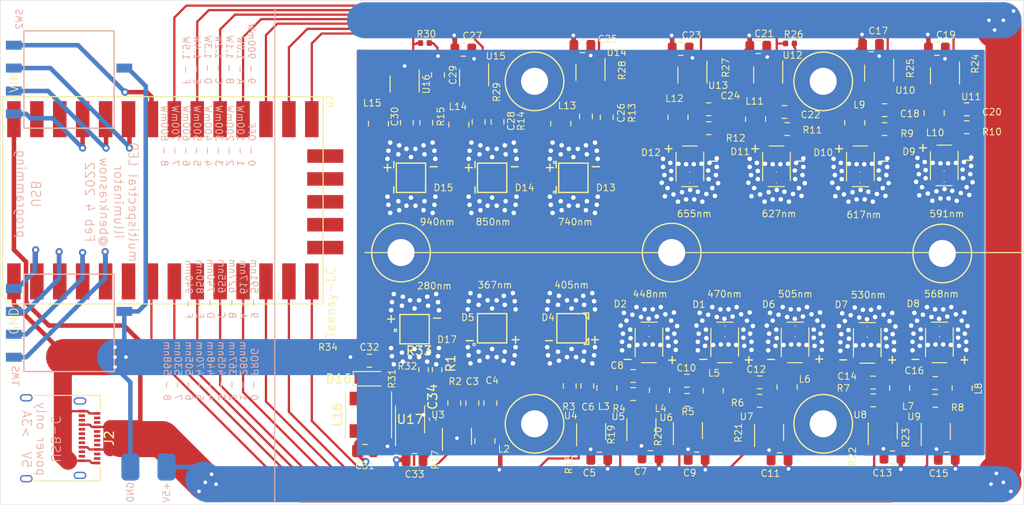
<source format=kicad_pcb>
(kicad_pcb (version 20171130) (host pcbnew 5.1.9+dfsg1-1)
  (layers (0 F.Cu signal) (31 B.Cu signal) (34 B.Paste user) (35 F.Paste user) (36 B.SilkS user) (37 F.SilkS user) (38 B.Mask user) (39 F.Mask user) (44 Edge.Cuts user))
  (net 0 "")
  (net 1 "Net-(D1-Pad1)")
  (net 2 "Net-(D2-Pad1)")
  (net 3 "Net-(D4-Pad2)")
  (net 4 "Net-(D5-Pad1)")
  (net 5 "Net-(D6-Pad1)")
  (net 6 "Net-(D7-Pad1)")
  (net 7 "Net-(D8-Pad1)")
  (net 8 "Net-(D9-Pad1)")
  (net 9 "Net-(D10-Pad1)")
  (net 10 "Net-(D11-Pad1)")
  (net 11 "Net-(D12-Pad1)")
  (net 12 "Net-(D13-Pad2)")
  (net 13 "Net-(D14-Pad2)")
  (net 14 "Net-(D15-Pad2)")
  (net 15 /GND)
  (net 16 /+5V)
  (net 17 "Net-(U2-Pad26)")
  (net 18 "Net-(U2-PadPRG)")
  (net 19 "Net-(U2-PadGNDb)")
  (net 20 "Net-(U2-Pad33Vb)")
  (net 21 "Net-(U2-Pad17_5V)")
  (net 22 "Net-(U2-Pad4)")
  (net 23 "Net-(U2-Pad33Va)")
  (net 24 "Net-(U2-PadGNDc)")
  (net 25 "Net-(J2-PadB8)")
  (net 26 "Net-(J2-PadB7)")
  (net 27 "Net-(J2-PadB6)")
  (net 28 "Net-(J2-PadB5)")
  (net 29 "Net-(J2-PadS1)")
  (net 30 "Net-(J2-PadA8)")
  (net 31 "Net-(J2-PadA7)")
  (net 32 "Net-(J2-PadA6)")
  (net 33 "Net-(J2-PadA5)")
  (net 34 /LED_SEL8)
  (net 35 /LED_SEL4)
  (net 36 /LED_SEL2)
  (net 37 /LED_SEL1)
  (net 38 /PWM_D3_280nm)
  (net 39 /BRIGHT8)
  (net 40 /BRIGHT4)
  (net 41 /BRIGHT2)
  (net 42 /BRIGHT1)
  (net 43 "Net-(C4-Pad1)")
  (net 44 "Net-(L2-Pad1)")
  (net 45 /PWM_D5_367nm)
  (net 46 "Net-(C6-Pad1)")
  (net 47 "Net-(L3-Pad1)")
  (net 48 /PWM_D4_405nm)
  (net 49 "Net-(C8-Pad1)")
  (net 50 "Net-(L4-Pad1)")
  (net 51 /PWM_D2_448nm)
  (net 52 "Net-(C10-Pad1)")
  (net 53 "Net-(L5-Pad1)")
  (net 54 /PWM_D1_470nm)
  (net 55 "Net-(C12-Pad1)")
  (net 56 "Net-(L6-Pad1)")
  (net 57 /PWM_D6_505nm)
  (net 58 "Net-(C14-Pad1)")
  (net 59 "Net-(L7-Pad1)")
  (net 60 /PWM_D7_530nm)
  (net 61 "Net-(C16-Pad1)")
  (net 62 "Net-(L8-Pad1)")
  (net 63 /PWM_D8_568nm)
  (net 64 "Net-(C18-Pad1)")
  (net 65 "Net-(L9-Pad1)")
  (net 66 /PWM_D10_617nm)
  (net 67 "Net-(C20-Pad1)")
  (net 68 "Net-(L10-Pad1)")
  (net 69 /PWM_D9_591nm)
  (net 70 "Net-(C22-Pad1)")
  (net 71 "Net-(L11-Pad1)")
  (net 72 /PWM_D11_627nm)
  (net 73 "Net-(C24-Pad1)")
  (net 74 "Net-(L12-Pad1)")
  (net 75 /PWM_D12_655nm)
  (net 76 "Net-(C26-Pad1)")
  (net 77 "Net-(L13-Pad1)")
  (net 78 /PWM_D13_740nm)
  (net 79 "Net-(C28-Pad1)")
  (net 80 "Net-(L14-Pad1)")
  (net 81 /PWM_D14_850nm)
  (net 82 "Net-(C30-Pad1)")
  (net 83 "Net-(L15-Pad1)")
  (net 84 /PWM_D15_940nm)
  (net 85 "Net-(C32-Pad1)")
  (net 86 "Net-(C34-Pad1)")
  (net 87 "Net-(D16-Pad2)")
  (net 88 "Net-(D17-Pad1)")
  (net 89 "Net-(R31-Pad2)")
  (module Resistor_SMD:R_0603_1608Metric (layer F.Cu) (at 170.5 106 90)
    (fp_text reference R33 (at 2.1 -0.5 180) (layer F.SilkS))
    (fp_text value .5)
    (pad 2 smd roundrect (at 0.825 0 90) (size 0.8 0.95) (layers F.Cu F.Paste F.Mask) (net 15 /GND))
    (pad 1 smd roundrect (at -0.825 0 90) (size 0.8 0.95) (layers F.Cu F.Paste F.Mask) (net 88 "Net-(D17-Pad1)"))
  )
  (module Resistor_SMD:R_0603_1608Metric (layer F.Cu) (at 172 106 90)
    (fp_text reference R1 (at 0.7 1.5 90) (layer F.SilkS))
    (fp_text value .5)
    (pad 2 smd roundrect (at 0.825 0 90) (size 0.8 0.95) (layers F.Cu F.Paste F.Mask) (net 15 /GND))
    (pad 1 smd roundrect (at -0.825 0 90) (size 0.8 0.95) (layers F.Cu F.Paste F.Mask) (net 88 "Net-(D17-Pad1)"))
  )
  (module Capacitor_SMD:C_0402_1005Metric (layer F.Cu) (at 171.5 111.5 90)
    (fp_text reference C34 (at 2.5 0 90) (layer F.SilkS))
    (fp_text value 100n)
    (pad 2 smd roundrect (at 0.48 0 90) (size 0.56 0.62) (layers F.Cu F.Paste F.Mask) (net 15 /GND))
    (pad 1 smd roundrect (at -0.48 0 90) (size 0.56 0.62) (layers F.Cu F.Paste F.Mask) (net 86 "Net-(C34-Pad1)"))
  )
  (module Package_SO:MSOP-8_3x3mm_P0.65mm (layer F.Cu) (at 169 111.5 90)
    (fp_text reference U17 (at 0 0 180) (layer F.SilkS))
    (fp_text value PAM2841)
    (pad 8 smd roundrect (at 2.1125 -0.975 90) (size 1.625 0.4) (layers F.Cu F.Paste F.Mask) (net 87 "Net-(D16-Pad2)"))
    (pad 7 smd roundrect (at 2.1125 -0.325 90) (size 1.625 0.4) (layers F.Cu F.Paste F.Mask) (net 89 "Net-(R31-Pad2)"))
    (pad 6 smd roundrect (at 2.1125 0.325 90) (size 1.625 0.4) (layers F.Cu F.Paste F.Mask) (net 88 "Net-(D17-Pad1)"))
    (pad 5 smd roundrect (at 2.1125 0.975 90) (size 1.625 0.4) (layers F.Cu F.Paste F.Mask) (net 15 /GND))
    (pad 4 smd roundrect (at -2.1125 0.975 90) (size 1.625 0.4) (layers F.Cu F.Paste F.Mask) (net 86 "Net-(C34-Pad1)"))
    (pad 3 smd roundrect (at -2.1125 0.325 90) (size 1.625 0.4) (layers F.Cu F.Paste F.Mask) (net 38 /PWM_D3_280nm))
    (pad 2 smd roundrect (at -2.1125 -0.325 90) (size 1.625 0.4) (layers F.Cu F.Paste F.Mask) (net 16 /+5V))
    (pad 1 smd roundrect (at -2.1125 -0.975 90) (size 1.625 0.4) (layers F.Cu F.Paste F.Mask) (net 15 /GND))
  )
  (module MultiSpectLED:R_0402_1005Metric (layer F.Cu) (at 159.5 104.5)
    (fp_text reference R34 (at 0.4 -1) (layer F.SilkS) (effects (font (size 0.75 0.75) (thickness 0.1))))
    (fp_text value 100K)
    (pad 2 smd roundrect (at 0.485 0) (size 0.59 0.64) (layers F.Cu F.Paste F.Mask) (net 15 /GND))
    (pad 1 smd roundrect (at -0.485 0) (size 0.59 0.64) (layers F.Cu F.Paste F.Mask) (net 38 /PWM_D3_280nm))
  )
  (module MultiSpectLED:R_0402_1005Metric (layer F.Cu) (at 169 107 270)
    (fp_text reference R32 (at -1.4 0.3 180) (layer F.SilkS) (effects (font (size 0.75 0.75) (thickness 0.1))))
    (fp_text value 1.2k)
    (pad 2 smd roundrect (at 0.485 0 270) (size 0.59 0.64) (layers F.Cu F.Paste F.Mask) (net 89 "Net-(R31-Pad2)"))
    (pad 1 smd roundrect (at -0.485 0 270) (size 0.59 0.64) (layers F.Cu F.Paste F.Mask) (net 15 /GND))
  )
  (module MultiSpectLED:R_0402_1005Metric (layer F.Cu) (at 168 107 270)
    (fp_text reference R31 (at 0 1 90) (layer F.SilkS) (effects (font (size 0.75 0.75) (thickness 0.1))))
    (fp_text value 9.1k)
    (pad 2 smd roundrect (at 0.485 0 270) (size 0.59 0.64) (layers F.Cu F.Paste F.Mask) (net 89 "Net-(R31-Pad2)"))
    (pad 1 smd roundrect (at -0.485 0 270) (size 0.59 0.64) (layers F.Cu F.Paste F.Mask) (net 85 "Net-(C32-Pad1)"))
  )
  (module Inductor_SMD:L_Taiyo-Yuden_NR-50xx (layer F.Cu) (at 164.4 111 90)
    (fp_text reference L16 (at 0 -3.45 90) (layer F.SilkS))
    (fp_text value 22u)
    (pad 2 smd rect (at 1.8 0 90) (size 1.5 4.2) (layers F.Cu F.Paste F.Mask) (net 87 "Net-(D16-Pad2)"))
    (pad 1 smd rect (at -1.8 0 90) (size 1.5 4.2) (layers F.Cu F.Paste F.Mask) (net 16 /+5V))
  )
  (module MultiSpectLED:Luminus_XBT3535 (layer F.Cu) (at 169.5 101.5)
    (fp_text reference D17 (at 3.6 1.15) (layer F.SilkS) (effects (font (size 0.75 0.75) (thickness 0.1))))
    (fp_text value 280nm)
    (fp_text user + (at -2.6 -1.2) (layer F.SilkS))
    (fp_text user - (at 2.5 -1.3) (layer F.SilkS))
    (pad 3 thru_hole circle (at 0 2.2) (size 0.75 0.75) (drill 0.5) (layers *.Cu) (net 15 /GND))
    (pad 3 thru_hole circle (at 0 -2.3) (size 0.75 0.75) (drill 0.5) (layers *.Cu) (net 15 /GND))
    (pad 3 thru_hole circle (at -0.5 -3.2) (size 0.75 0.75) (drill 0.5) (layers *.Cu) (net 15 /GND))
    (pad 3 thru_hole circle (at 0.5 -3.2) (size 0.75 0.75) (drill 0.5) (layers *.Cu) (net 15 /GND))
    (pad 3 thru_hole circle (at -1.4 -2.6 180) (size 0.75 0.75) (drill 0.5) (layers *.Cu) (net 15 /GND))
    (pad 3 thru_hole circle (at -2.5 -3 180) (size 0.75 0.75) (drill 0.5) (layers *.Cu) (net 15 /GND))
    (pad 3 thru_hole circle (at -2.6 -2.1 180) (size 0.75 0.75) (drill 0.5) (layers *.Cu) (net 15 /GND))
    (pad 3 thru_hole circle (at -2.3 -3.9 180) (size 0.75 0.75) (drill 0.5) (layers *.Cu) (net 15 /GND))
    (pad 3 thru_hole circle (at -1.3 -3.6 180) (size 0.75 0.75) (drill 0.5) (layers *.Cu) (net 15 /GND))
    (pad 3 thru_hole circle (at 2.7 2.1) (size 0.75 0.75) (drill 0.5) (layers *.Cu) (net 15 /GND))
    (pad 3 thru_hole circle (at 1.5 2.6) (size 0.75 0.75) (drill 0.5) (layers *.Cu) (net 15 /GND))
    (pad 3 thru_hole circle (at 1.4 3.6) (size 0.75 0.75) (drill 0.5) (layers *.Cu) (net 15 /GND))
    (pad 3 thru_hole circle (at 2.6 3) (size 0.75 0.75) (drill 0.5) (layers *.Cu) (net 15 /GND))
    (pad 3 thru_hole circle (at 2.4 3.9) (size 0.75 0.75) (drill 0.5) (layers *.Cu) (net 15 /GND))
    (pad 3 thru_hole circle (at 2.7 -2.1 180) (size 0.75 0.75) (drill 0.5) (layers *.Cu) (net 15 /GND))
    (pad 3 thru_hole circle (at 1.5 -2.6 180) (size 0.75 0.75) (drill 0.5) (layers *.Cu) (net 15 /GND))
    (pad 3 thru_hole circle (at 1.4 -3.6 180) (size 0.75 0.75) (drill 0.5) (layers *.Cu) (net 15 /GND))
    (pad 3 thru_hole circle (at 2.6 -3 180) (size 0.75 0.75) (drill 0.5) (layers *.Cu) (net 15 /GND))
    (pad 3 thru_hole circle (at 2.4 -3.9 180) (size 0.75 0.75) (drill 0.5) (layers *.Cu) (net 15 /GND))
    (pad 3 thru_hole circle (at -1.4 2.6) (size 0.75 0.75) (drill 0.5) (layers *.Cu) (net 15 /GND))
    (pad 3 thru_hole circle (at -1.3 3.6) (size 0.75 0.75) (drill 0.5) (layers *.Cu) (net 15 /GND))
    (pad 3 thru_hole circle (at -2.3 3.9) (size 0.75 0.75) (drill 0.5) (layers *.Cu) (net 15 /GND))
    (pad 3 thru_hole circle (at 0.5 3.1) (size 0.75 0.75) (drill 0.5) (layers *.Cu) (net 15 /GND))
    (pad 3 thru_hole circle (at -0.5 3.1) (size 0.75 0.75) (drill 0.5) (layers *.Cu) (net 15 /GND))
    (pad 3 thru_hole circle (at -2.5 3) (size 0.75 0.75) (drill 0.5) (layers *.Cu) (net 15 /GND))
    (pad 3 thru_hole circle (at -2.6 2.1) (size 0.75 0.75) (drill 0.5) (layers *.Cu) (net 15 /GND))
    (pad 3 smd custom (at 0 0) (size 1.75 6) (layers F.Cu) (net 15 /GND) (options (clearance outline) (anchor rect)) (primitives (gr_poly (pts (xy -3 4.25) (xy 3.05 4.25) (xy 3.05 1.75) (xy -3 1.75)) (width 0.1)) (gr_poly (pts (xy -3 -1.75) (xy 3.05 -1.75) (xy 3.05 -4.25) (xy -3 -4.25)) (width 0.1))))
    (pad 2 smd rect (at -2.03 0 180) (size 2 3) (layers F.Cu) (net 85 "Net-(C32-Pad1)"))
    (pad 1 smd rect (at 2.03 0) (size 2 3) (layers F.Cu) (net 88 "Net-(D17-Pad1)"))
  )
  (module Diode_SMD:D_TUMD2 (layer F.Cu) (at 164.5 107)
    (fp_text reference D16 (at -3.4 0) (layer F.SilkS))
    (fp_text value D_Schottky)
    (pad 1 smd rect (at -0.65 0 180) (size 2 1.1) (layers F.Cu F.Paste F.Mask) (net 85 "Net-(C32-Pad1)"))
    (pad 2 smd rect (at 1.25 0 180) (size 0.8 1.1) (layers F.Cu F.Paste F.Mask) (net 87 "Net-(D16-Pad2)"))
  )
  (module MultiSpectLED:C_0805_2012Metric (layer F.Cu) (at 169.5 116)
    (fp_text reference C33 (at 0 1.6) (layer F.SilkS) (effects (font (size 0.75 0.75) (thickness 0.1))))
    (fp_text value 1u)
    (pad 2 smd roundrect (at 0.9375 0) (size 0.975 1.4) (layers F.Cu F.Paste F.Mask) (net 15 /GND))
    (pad 1 smd roundrect (at -0.9375 0) (size 0.975 1.4) (layers F.Cu F.Paste F.Mask) (net 16 /+5V))
  )
  (module MultiSpectLED:C_0805_2012Metric (layer F.Cu) (at 164.5 105 180)
    (fp_text reference C32 (at 0 1.5) (layer F.SilkS) (effects (font (size 0.75 0.75) (thickness 0.1))))
    (fp_text value 1u)
    (pad 2 smd roundrect (at 0.9375 0 180) (size 0.975 1.4) (layers F.Cu F.Paste F.Mask) (net 15 /GND))
    (pad 1 smd roundrect (at -0.9375 0 180) (size 0.975 1.4) (layers F.Cu F.Paste F.Mask) (net 85 "Net-(C32-Pad1)"))
  )
  (module MultiSpectLED:C_0805_2012Metric (layer F.Cu) (at 164 115 180)
    (fp_text reference C31 (at 0 -1.65) (layer F.SilkS) (effects (font (size 0.75 0.75) (thickness 0.1))))
    (fp_text value 10u)
    (pad 2 smd roundrect (at 0.9375 0 180) (size 0.975 1.4) (layers F.Cu F.Paste F.Mask) (net 16 /+5V))
    (pad 1 smd roundrect (at -0.9375 0 180) (size 0.975 1.4) (layers F.Cu F.Paste F.Mask) (net 15 /GND))
  )
  (module MultiSpectLED:R_0402_1005Metric (layer F.Cu) (at 170.65 69.75)
    (fp_text reference R30 (at 0.15 -1) (layer F.SilkS) (effects (font (size 0.75 0.75) (thickness 0.1))))
    (fp_text value 100K)
    (pad 2 smd roundrect (at 0.485 0) (size 0.59 0.64) (layers F.Cu F.Paste F.Mask) (net 15 /GND))
    (pad 1 smd roundrect (at -0.485 0) (size 0.59 0.64) (layers F.Cu F.Paste F.Mask) (net 84 /PWM_D15_940nm))
  )
  (module MultiSpectLED:R_0402_1005Metric (layer F.Cu) (at 178.45 72.95 270)
    (fp_text reference R29 (at 2.25 -0.15 90) (layer F.SilkS) (effects (font (size 0.75 0.75) (thickness 0.1))))
    (fp_text value 100K)
    (pad 2 smd roundrect (at 0.485 0 270) (size 0.59 0.64) (layers F.Cu F.Paste F.Mask) (net 15 /GND))
    (pad 1 smd roundrect (at -0.485 0 270) (size 0.59 0.64) (layers F.Cu F.Paste F.Mask) (net 81 /PWM_D14_850nm))
  )
  (module MultiSpectLED:R_0402_1005Metric (layer F.Cu) (at 191.5 72.385 270)
    (fp_text reference R28 (at 0.4 -1 90) (layer F.SilkS) (effects (font (size 0.75 0.75) (thickness 0.1))))
    (fp_text value 100K)
    (pad 2 smd roundrect (at 0.485 0 270) (size 0.59 0.64) (layers F.Cu F.Paste F.Mask) (net 15 /GND))
    (pad 1 smd roundrect (at -0.485 0 270) (size 0.59 0.64) (layers F.Cu F.Paste F.Mask) (net 78 /PWM_D13_740nm))
  )
  (module MultiSpectLED:R_0402_1005Metric (layer F.Cu) (at 203 72.1 270)
    (fp_text reference R27 (at 0.4 -1 90) (layer F.SilkS) (effects (font (size 0.75 0.75) (thickness 0.1))))
    (fp_text value 100K)
    (pad 2 smd roundrect (at 0.485 0 270) (size 0.59 0.64) (layers F.Cu F.Paste F.Mask) (net 15 /GND))
    (pad 1 smd roundrect (at -0.485 0 270) (size 0.59 0.64) (layers F.Cu F.Paste F.Mask) (net 75 /PWM_D12_655nm))
  )
  (module MultiSpectLED:R_0402_1005Metric (layer F.Cu) (at 211.115 69.8)
    (fp_text reference R26 (at 0.4 -1) (layer F.SilkS) (effects (font (size 0.75 0.75) (thickness 0.1))))
    (fp_text value 100K)
    (pad 2 smd roundrect (at 0.485 0) (size 0.59 0.64) (layers F.Cu F.Paste F.Mask) (net 15 /GND))
    (pad 1 smd roundrect (at -0.485 0) (size 0.59 0.64) (layers F.Cu F.Paste F.Mask) (net 72 /PWM_D11_627nm))
  )
  (module MultiSpectLED:R_0402_1005Metric (layer F.Cu) (at 223.45 72.15 270)
    (fp_text reference R25 (at 0.4 -1 90) (layer F.SilkS) (effects (font (size 0.75 0.75) (thickness 0.1))))
    (fp_text value 100K)
    (pad 2 smd roundrect (at 0.485 0 270) (size 0.59 0.64) (layers F.Cu F.Paste F.Mask) (net 15 /GND))
    (pad 1 smd roundrect (at -0.485 0 270) (size 0.59 0.64) (layers F.Cu F.Paste F.Mask) (net 66 /PWM_D10_617nm))
  )
  (module MultiSpectLED:R_0402_1005Metric (layer F.Cu) (at 230.65 71.65 270)
    (fp_text reference R24 (at 0.4 -1 90) (layer F.SilkS) (effects (font (size 0.75 0.75) (thickness 0.1))))
    (fp_text value 100K)
    (pad 2 smd roundrect (at 0.485 0 270) (size 0.59 0.64) (layers F.Cu F.Paste F.Mask) (net 15 /GND))
    (pad 1 smd roundrect (at -0.485 0 270) (size 0.59 0.64) (layers F.Cu F.Paste F.Mask) (net 69 /PWM_D9_591nm))
  )
  (module MultiSpectLED:R_0402_1005Metric (layer F.Cu) (at 224.95 113.95 90)
    (fp_text reference R23 (at 0.4 -1 90) (layer F.SilkS) (effects (font (size 0.75 0.75) (thickness 0.1))))
    (fp_text value 100K)
    (pad 2 smd roundrect (at 0.485 0 90) (size 0.59 0.64) (layers F.Cu F.Paste F.Mask) (net 15 /GND))
    (pad 1 smd roundrect (at -0.485 0 90) (size 0.59 0.64) (layers F.Cu F.Paste F.Mask) (net 63 /PWM_D8_568nm))
  )
  (module MultiSpectLED:R_0402_1005Metric (layer F.Cu) (at 219.1 114.15 90)
    (fp_text reference R22 (at -1.5 -1.05 90) (layer F.SilkS) (effects (font (size 0.75 0.75) (thickness 0.1))))
    (fp_text value 100K)
    (pad 2 smd roundrect (at 0.485 0 90) (size 0.59 0.64) (layers F.Cu F.Paste F.Mask) (net 15 /GND))
    (pad 1 smd roundrect (at -0.485 0 90) (size 0.59 0.64) (layers F.Cu F.Paste F.Mask) (net 60 /PWM_D7_530nm))
  )
  (module MultiSpectLED:R_0402_1005Metric (layer F.Cu) (at 206.4 113.4 90)
    (fp_text reference R21 (at 0.4 -1 90) (layer F.SilkS) (effects (font (size 0.75 0.75) (thickness 0.1))))
    (fp_text value 100K)
    (pad 2 smd roundrect (at 0.485 0 90) (size 0.59 0.64) (layers F.Cu F.Paste F.Mask) (net 15 /GND))
    (pad 1 smd roundrect (at -0.485 0 90) (size 0.59 0.64) (layers F.Cu F.Paste F.Mask) (net 57 /PWM_D6_505nm))
  )
  (module MultiSpectLED:R_0402_1005Metric (layer F.Cu) (at 197.5 113.8 90)
    (fp_text reference R20 (at 0.4 -1 90) (layer F.SilkS) (effects (font (size 0.75 0.75) (thickness 0.1))))
    (fp_text value 100K)
    (pad 2 smd roundrect (at 0.485 0 90) (size 0.59 0.64) (layers F.Cu F.Paste F.Mask) (net 15 /GND))
    (pad 1 smd roundrect (at -0.485 0 90) (size 0.59 0.64) (layers F.Cu F.Paste F.Mask) (net 54 /PWM_D1_470nm))
  )
  (module MultiSpectLED:R_0402_1005Metric (layer F.Cu) (at 192.3 113.6 90)
    (fp_text reference R19 (at 0.4 -1 90) (layer F.SilkS) (effects (font (size 0.75 0.75) (thickness 0.1))))
    (fp_text value 100K)
    (pad 2 smd roundrect (at 0.485 0 90) (size 0.59 0.64) (layers F.Cu F.Paste F.Mask) (net 15 /GND))
    (pad 1 smd roundrect (at -0.485 0 90) (size 0.59 0.64) (layers F.Cu F.Paste F.Mask) (net 51 /PWM_D2_448nm))
  )
  (module MultiSpectLED:R_0402_1005Metric (layer F.Cu) (at 186.8 114.3 90)
    (fp_text reference R18 (at -2.2 -0.2 90) (layer F.SilkS) (effects (font (size 0.75 0.75) (thickness 0.1))))
    (fp_text value 100K)
    (pad 2 smd roundrect (at 0.485 0 90) (size 0.59 0.64) (layers F.Cu F.Paste F.Mask) (net 15 /GND))
    (pad 1 smd roundrect (at -0.485 0 90) (size 0.59 0.64) (layers F.Cu F.Paste F.Mask) (net 48 /PWM_D4_405nm))
  )
  (module MultiSpectLED:R_0402_1005Metric (layer F.Cu) (at 171.8 113.9 90)
    (fp_text reference R17 (at -2.1 0 90) (layer F.SilkS) (effects (font (size 0.75 0.75) (thickness 0.1))))
    (fp_text value 100K)
    (pad 2 smd roundrect (at 0.485 0 90) (size 0.59 0.64) (layers F.Cu F.Paste F.Mask) (net 15 /GND))
    (pad 1 smd roundrect (at -0.485 0 90) (size 0.59 0.64) (layers F.Cu F.Paste F.Mask) (net 45 /PWM_D5_367nm))
  )
  (module MultiSpectLED:QT_Brightek_QBHP684 (layer F.Cu) (at 169 84.6)
    (fp_text reference D15 (at 3.7 1.2) (layer F.SilkS) (effects (font (size 0.75 0.75) (thickness 0.1))))
    (fp_text value 940nm)
    (fp_text user + (at -2.5 -1.1) (layer F.SilkS))
    (fp_text user - (at 2.6 -1.2) (layer F.SilkS))
    (pad 3 thru_hole circle (at 2.5 -3.8 180) (size 0.75 0.75) (drill 0.5) (layers *.Cu) (net 15 /GND))
    (pad 3 thru_hole circle (at -1.3 2.7) (size 0.75 0.75) (drill 0.5) (layers *.Cu) (net 15 /GND))
    (pad 3 thru_hole circle (at -2.5 2.2) (size 0.75 0.75) (drill 0.5) (layers *.Cu) (net 15 /GND))
    (pad 3 thru_hole circle (at -2.5 -2 180) (size 0.75 0.75) (drill 0.5) (layers *.Cu) (net 15 /GND))
    (pad 3 thru_hole circle (at 0.1 -2.2) (size 0.75 0.75) (drill 0.5) (layers *.Cu) (net 15 /GND))
    (pad 3 thru_hole circle (at -0.4 -3.1) (size 0.75 0.75) (drill 0.5) (layers *.Cu) (net 15 /GND))
    (pad 3 thru_hole circle (at -1.3 -2.5 180) (size 0.75 0.75) (drill 0.5) (layers *.Cu) (net 15 /GND))
    (pad 3 thru_hole circle (at -2.2 -3.8 180) (size 0.75 0.75) (drill 0.5) (layers *.Cu) (net 15 /GND))
    (pad 3 thru_hole circle (at 1.6 2.7) (size 0.75 0.75) (drill 0.5) (layers *.Cu) (net 15 /GND))
    (pad 3 thru_hole circle (at -1.2 3.7) (size 0.75 0.75) (drill 0.5) (layers *.Cu) (net 15 /GND))
    (pad 3 thru_hole circle (at -1.2 -3.5 180) (size 0.75 0.75) (drill 0.5) (layers *.Cu) (net 15 /GND))
    (pad 3 thru_hole circle (at 1.5 -3.5 180) (size 0.75 0.75) (drill 0.5) (layers *.Cu) (net 15 /GND))
    (pad 3 thru_hole circle (at 2.8 -2 180) (size 0.75 0.75) (drill 0.5) (layers *.Cu) (net 15 /GND))
    (pad 3 thru_hole circle (at 0.1 2.3) (size 0.75 0.75) (drill 0.5) (layers *.Cu) (net 15 /GND))
    (pad 3 thru_hole circle (at 1.6 -2.5 180) (size 0.75 0.75) (drill 0.5) (layers *.Cu) (net 15 /GND))
    (pad 3 thru_hole circle (at -2.4 -2.9 180) (size 0.75 0.75) (drill 0.5) (layers *.Cu) (net 15 /GND))
    (pad 3 thru_hole circle (at 2.7 -2.9 180) (size 0.75 0.75) (drill 0.5) (layers *.Cu) (net 15 /GND))
    (pad 3 thru_hole circle (at -0.4 3.2) (size 0.75 0.75) (drill 0.5) (layers *.Cu) (net 15 /GND))
    (pad 3 smd custom (at 0.1 0.1) (size 1.75 6) (layers F.Cu) (net 15 /GND) (options (clearance outline) (anchor rect)) (primitives (gr_poly (pts (xy -3 4.25) (xy 3.05 4.25) (xy 3.05 1.75) (xy -3 1.75)) (width 0.1)) (gr_poly (pts (xy -3 -1.75) (xy 3.05 -1.75) (xy 3.05 -4.25) (xy -3 -4.25)) (width 0.1))))
    (pad 2 smd rect (at 2.13 0.1) (size 2 3) (layers F.Cu) (net 14 "Net-(D15-Pad2)"))
    (pad 3 thru_hole circle (at 2.8 2.2) (size 0.75 0.75) (drill 0.5) (layers *.Cu) (net 15 /GND))
    (pad 3 thru_hole circle (at 2.5 4) (size 0.75 0.75) (drill 0.5) (layers *.Cu) (net 15 /GND))
    (pad 3 thru_hole circle (at 0.6 3.2) (size 0.75 0.75) (drill 0.5) (layers *.Cu) (net 15 /GND))
    (pad 3 thru_hole circle (at 2.7 3.1) (size 0.75 0.75) (drill 0.5) (layers *.Cu) (net 15 /GND))
    (pad 3 thru_hole circle (at 1.5 3.7) (size 0.75 0.75) (drill 0.5) (layers *.Cu) (net 15 /GND))
    (pad 3 thru_hole circle (at -2.2 4) (size 0.75 0.75) (drill 0.5) (layers *.Cu) (net 15 /GND))
    (pad 3 thru_hole circle (at -2.4 3.1) (size 0.75 0.75) (drill 0.5) (layers *.Cu) (net 15 /GND))
    (pad 3 thru_hole circle (at 0.6 -3.1) (size 0.75 0.75) (drill 0.5) (layers *.Cu) (net 15 /GND))
    (pad 1 smd rect (at -1.93 0.1 180) (size 2 3) (layers F.Cu) (net 82 "Net-(C30-Pad1)"))
  )
  (module MultiSpectLED:QT_Brightek_QBHP684 (layer F.Cu) (at 178 84.6)
    (fp_text reference D14 (at 3.7 1.2) (layer F.SilkS) (effects (font (size 0.75 0.75) (thickness 0.1))))
    (fp_text value 850nm)
    (fp_text user + (at -2.5 -1.1) (layer F.SilkS))
    (fp_text user - (at 2.6 -1.2) (layer F.SilkS))
    (pad 3 thru_hole circle (at 2.5 -3.8 180) (size 0.75 0.75) (drill 0.5) (layers *.Cu) (net 15 /GND))
    (pad 3 thru_hole circle (at -1.3 2.7) (size 0.75 0.75) (drill 0.5) (layers *.Cu) (net 15 /GND))
    (pad 3 thru_hole circle (at -2.5 2.2) (size 0.75 0.75) (drill 0.5) (layers *.Cu) (net 15 /GND))
    (pad 3 thru_hole circle (at -2.5 -2 180) (size 0.75 0.75) (drill 0.5) (layers *.Cu) (net 15 /GND))
    (pad 3 thru_hole circle (at 0.1 -2.2) (size 0.75 0.75) (drill 0.5) (layers *.Cu) (net 15 /GND))
    (pad 3 thru_hole circle (at -0.4 -3.1) (size 0.75 0.75) (drill 0.5) (layers *.Cu) (net 15 /GND))
    (pad 3 thru_hole circle (at -1.3 -2.5 180) (size 0.75 0.75) (drill 0.5) (layers *.Cu) (net 15 /GND))
    (pad 3 thru_hole circle (at -2.2 -3.8 180) (size 0.75 0.75) (drill 0.5) (layers *.Cu) (net 15 /GND))
    (pad 3 thru_hole circle (at 1.6 2.7) (size 0.75 0.75) (drill 0.5) (layers *.Cu) (net 15 /GND))
    (pad 3 thru_hole circle (at -1.2 3.7) (size 0.75 0.75) (drill 0.5) (layers *.Cu) (net 15 /GND))
    (pad 3 thru_hole circle (at -1.2 -3.5 180) (size 0.75 0.75) (drill 0.5) (layers *.Cu) (net 15 /GND))
    (pad 3 thru_hole circle (at 1.5 -3.5 180) (size 0.75 0.75) (drill 0.5) (layers *.Cu) (net 15 /GND))
    (pad 3 thru_hole circle (at 2.8 -2 180) (size 0.75 0.75) (drill 0.5) (layers *.Cu) (net 15 /GND))
    (pad 3 thru_hole circle (at 0.1 2.3) (size 0.75 0.75) (drill 0.5) (layers *.Cu) (net 15 /GND))
    (pad 3 thru_hole circle (at 1.6 -2.5 180) (size 0.75 0.75) (drill 0.5) (layers *.Cu) (net 15 /GND))
    (pad 3 thru_hole circle (at -2.4 -2.9 180) (size 0.75 0.75) (drill 0.5) (layers *.Cu) (net 15 /GND))
    (pad 3 thru_hole circle (at 2.7 -2.9 180) (size 0.75 0.75) (drill 0.5) (layers *.Cu) (net 15 /GND))
    (pad 3 thru_hole circle (at -0.4 3.2) (size 0.75 0.75) (drill 0.5) (layers *.Cu) (net 15 /GND))
    (pad 3 smd custom (at 0.1 0.1) (size 1.75 6) (layers F.Cu) (net 15 /GND) (options (clearance outline) (anchor rect)) (primitives (gr_poly (pts (xy -3 4.25) (xy 3.05 4.25) (xy 3.05 1.75) (xy -3 1.75)) (width 0.1)) (gr_poly (pts (xy -3 -1.75) (xy 3.05 -1.75) (xy 3.05 -4.25) (xy -3 -4.25)) (width 0.1))))
    (pad 2 smd rect (at 2.13 0.1) (size 2 3) (layers F.Cu) (net 13 "Net-(D14-Pad2)"))
    (pad 3 thru_hole circle (at 2.8 2.2) (size 0.75 0.75) (drill 0.5) (layers *.Cu) (net 15 /GND))
    (pad 3 thru_hole circle (at 2.5 4) (size 0.75 0.75) (drill 0.5) (layers *.Cu) (net 15 /GND))
    (pad 3 thru_hole circle (at 0.6 3.2) (size 0.75 0.75) (drill 0.5) (layers *.Cu) (net 15 /GND))
    (pad 3 thru_hole circle (at 2.7 3.1) (size 0.75 0.75) (drill 0.5) (layers *.Cu) (net 15 /GND))
    (pad 3 thru_hole circle (at 1.5 3.7) (size 0.75 0.75) (drill 0.5) (layers *.Cu) (net 15 /GND))
    (pad 3 thru_hole circle (at -2.2 4) (size 0.75 0.75) (drill 0.5) (layers *.Cu) (net 15 /GND))
    (pad 3 thru_hole circle (at -2.4 3.1) (size 0.75 0.75) (drill 0.5) (layers *.Cu) (net 15 /GND))
    (pad 3 thru_hole circle (at 0.6 -3.1) (size 0.75 0.75) (drill 0.5) (layers *.Cu) (net 15 /GND))
    (pad 1 smd rect (at -1.93 0.1 180) (size 2 3) (layers F.Cu) (net 79 "Net-(C28-Pad1)"))
  )
  (module MultiSpectLED:FAN_PADS (layer B.Cu) (at 140 116.8)
    (fp_text reference J1 hide)
    (fp_text value Conn_01x02_Female)
    (fp_text user +5V (at 2 2.8 -90) (layer B.SilkS) (effects (font (size 0.75 0.75) (thickness 0.1)) (justify mirror)))
    (fp_text user GND (at -2 2.8 -90) (layer B.SilkS) (effects (font (size 0.75 0.75) (thickness 0.1)) (justify mirror)))
    (pad 2 smd roundrect (at 2 0) (size 2 3) (layers B.Cu B.Paste B.Mask) (net 16 /+5V))
    (pad 1 smd roundrect (at -2 0) (size 2 3) (layers B.Cu B.Paste B.Mask) (net 15 /GND))
  )
  (module MultiSpectLED:SOT-23-5 (layer F.Cu) (at 168.4 74.3 270)
    (fp_text reference U16 (at 0 -2.4 90) (layer F.SilkS) (effects (font (size 0.75 0.75) (thickness 0.1))))
    (fp_text value PAM2804)
    (pad 5 smd rect (at 1.1 -0.95 270) (size 1.06 0.65) (layers F.Cu F.Paste F.Mask) (net 14 "Net-(D15-Pad2)"))
    (pad 4 smd rect (at 1.1 0.95 270) (size 1.06 0.65) (layers F.Cu F.Paste F.Mask) (net 16 /+5V))
    (pad 3 smd rect (at -1.1 0.95 270) (size 1.06 0.65) (layers F.Cu F.Paste F.Mask) (net 83 "Net-(L15-Pad1)"))
    (pad 2 smd rect (at -1.1 0 270) (size 1.06 0.65) (layers F.Cu F.Paste F.Mask) (net 15 /GND))
    (pad 1 smd rect (at -1.1 -0.95 270) (size 1.06 0.65) (layers F.Cu F.Paste F.Mask) (net 84 /PWM_D15_940nm))
  )
  (module MultiSpectLED:R_0805_2012Metric (layer F.Cu) (at 170.8 78.6 270)
    (fp_text reference R15 (at -0.7 -1.6 90) (layer F.SilkS) (effects (font (size 0.75 0.75) (thickness 0.1))))
    (fp_text value 0.2)
    (pad 2 smd roundrect (at 0.9375 0 270) (size 0.975 1.4) (layers F.Cu F.Paste F.Mask) (net 15 /GND))
    (pad 1 smd roundrect (at -0.9375 0 270) (size 0.975 1.4) (layers F.Cu F.Paste F.Mask) (net 14 "Net-(D15-Pad2)"))
  )
  (module MultiSpectLED:L_1007_2518Metric (layer F.Cu) (at 165.5 78.7 270)
    (fp_text reference L15 (at -2.3 0.7 180) (layer F.SilkS) (effects (font (size 0.75 0.75) (thickness 0.1))))
    (fp_text value 4.7u)
    (pad 2 smd roundrect (at 1.05 0 270) (size 0.6 2) (layers F.Cu F.Paste F.Mask) (net 82 "Net-(C30-Pad1)"))
    (pad 1 smd roundrect (at -1.05 0 270) (size 0.6 2) (layers F.Cu F.Paste F.Mask) (net 83 "Net-(L15-Pad1)"))
  )
  (module MultiSpectLED:C_0805_2012Metric (layer F.Cu) (at 168.65 78.6 270)
    (fp_text reference C30 (at -0.7 1.35 90) (layer F.SilkS) (effects (font (size 0.75 0.75) (thickness 0.1))))
    (fp_text value C)
    (pad 2 smd roundrect (at 0.9375 0 270) (size 0.975 1.4) (layers F.Cu F.Paste F.Mask) (net 15 /GND))
    (pad 1 smd roundrect (at -0.9375 0 270) (size 0.975 1.4) (layers F.Cu F.Paste F.Mask) (net 82 "Net-(C30-Pad1)"))
  )
  (module MultiSpectLED:C_0805_2012Metric (layer F.Cu) (at 172.1 73.3 270)
    (fp_text reference C29 (at 0 -1.65 90) (layer F.SilkS) (effects (font (size 0.75 0.75) (thickness 0.1))))
    (fp_text value C)
    (pad 2 smd roundrect (at 0.9375 0 270) (size 0.975 1.4) (layers F.Cu F.Paste F.Mask) (net 16 /+5V))
    (pad 1 smd roundrect (at -0.9375 0 270) (size 0.975 1.4) (layers F.Cu F.Paste F.Mask) (net 15 /GND))
  )
  (module MultiSpectLED:SOT-23-5 (layer F.Cu) (at 176.1 73.6 270)
    (fp_text reference U15 (at -2.4 -2.4 180) (layer F.SilkS) (effects (font (size 0.75 0.75) (thickness 0.1))))
    (fp_text value PAM2804)
    (pad 5 smd rect (at 1.1 -0.95 270) (size 1.06 0.65) (layers F.Cu F.Paste F.Mask) (net 13 "Net-(D14-Pad2)"))
    (pad 4 smd rect (at 1.1 0.95 270) (size 1.06 0.65) (layers F.Cu F.Paste F.Mask) (net 16 /+5V))
    (pad 3 smd rect (at -1.1 0.95 270) (size 1.06 0.65) (layers F.Cu F.Paste F.Mask) (net 80 "Net-(L14-Pad1)"))
    (pad 2 smd rect (at -1.1 0 270) (size 1.06 0.65) (layers F.Cu F.Paste F.Mask) (net 15 /GND))
    (pad 1 smd rect (at -1.1 -0.95 270) (size 1.06 0.65) (layers F.Cu F.Paste F.Mask) (net 81 /PWM_D14_850nm))
  )
  (module MultiSpectLED:R_0805_2012Metric (layer F.Cu) (at 178.7 78.5 270)
    (fp_text reference R14 (at -0.1 -2.6 90) (layer F.SilkS) (effects (font (size 0.75 0.75) (thickness 0.1))))
    (fp_text value 0.2)
    (pad 2 smd roundrect (at 0.9375 0 270) (size 0.975 1.4) (layers F.Cu F.Paste F.Mask) (net 15 /GND))
    (pad 1 smd roundrect (at -0.9375 0 270) (size 0.975 1.4) (layers F.Cu F.Paste F.Mask) (net 13 "Net-(D14-Pad2)"))
  )
  (module MultiSpectLED:L_1007_2518Metric (layer F.Cu) (at 174.4 78.8 270)
    (fp_text reference L14 (at -2 0.1 180) (layer F.SilkS) (effects (font (size 0.75 0.75) (thickness 0.1))))
    (fp_text value 4.7u)
    (pad 2 smd roundrect (at 1.05 0 270) (size 0.6 2) (layers F.Cu F.Paste F.Mask) (net 79 "Net-(C28-Pad1)"))
    (pad 1 smd roundrect (at -1.05 0 270) (size 0.6 2) (layers F.Cu F.Paste F.Mask) (net 80 "Net-(L14-Pad1)"))
  )
  (module MultiSpectLED:C_0805_2012Metric (layer F.Cu) (at 176.6 78.5 270)
    (fp_text reference C28 (at -0.1 -3.6 90) (layer F.SilkS) (effects (font (size 0.75 0.75) (thickness 0.1))))
    (fp_text value C)
    (pad 2 smd roundrect (at 0.9375 0 270) (size 0.975 1.4) (layers F.Cu F.Paste F.Mask) (net 15 /GND))
    (pad 1 smd roundrect (at -0.9375 0 270) (size 0.975 1.4) (layers F.Cu F.Paste F.Mask) (net 79 "Net-(C28-Pad1)"))
  )
  (module MultiSpectLED:C_0805_2012Metric (layer F.Cu) (at 174.9 70.5 180)
    (fp_text reference C27 (at -1 1.55) (layer F.SilkS) (effects (font (size 0.75 0.75) (thickness 0.1))))
    (fp_text value C)
    (pad 2 smd roundrect (at 0.9375 0 180) (size 0.975 1.4) (layers F.Cu F.Paste F.Mask) (net 16 /+5V))
    (pad 1 smd roundrect (at -0.9375 0 180) (size 0.975 1.4) (layers F.Cu F.Paste F.Mask) (net 15 /GND))
  )
  (module MultiSpectLED:SOT-23-5 (layer F.Cu) (at 189 73 270)
    (fp_text reference U14 (at -2.2 -2.9 180) (layer F.SilkS) (effects (font (size 0.75 0.75) (thickness 0.1))))
    (fp_text value PAM2804)
    (pad 5 smd rect (at 1.1 -0.95 270) (size 1.06 0.65) (layers F.Cu F.Paste F.Mask) (net 12 "Net-(D13-Pad2)"))
    (pad 4 smd rect (at 1.1 0.95 270) (size 1.06 0.65) (layers F.Cu F.Paste F.Mask) (net 16 /+5V))
    (pad 3 smd rect (at -1.1 0.95 270) (size 1.06 0.65) (layers F.Cu F.Paste F.Mask) (net 77 "Net-(L13-Pad1)"))
    (pad 2 smd rect (at -1.1 0 270) (size 1.06 0.65) (layers F.Cu F.Paste F.Mask) (net 15 /GND))
    (pad 1 smd rect (at -1.1 -0.95 270) (size 1.06 0.65) (layers F.Cu F.Paste F.Mask) (net 78 /PWM_D13_740nm))
  )
  (module MultiSpectLED:R_0805_2012Metric (layer F.Cu) (at 190.8 78 270)
    (fp_text reference R13 (at -0.5 -2.8 90) (layer F.SilkS) (effects (font (size 0.75 0.75) (thickness 0.1))))
    (fp_text value 0.2)
    (pad 2 smd roundrect (at 0.9375 0 270) (size 0.975 1.4) (layers F.Cu F.Paste F.Mask) (net 15 /GND))
    (pad 1 smd roundrect (at -0.9375 0 270) (size 0.975 1.4) (layers F.Cu F.Paste F.Mask) (net 12 "Net-(D13-Pad2)"))
  )
  (module MultiSpectLED:L_1007_2518Metric (layer F.Cu) (at 185.7 78.7 270)
    (fp_text reference L13 (at -2 -0.7 180) (layer F.SilkS) (effects (font (size 0.75 0.75) (thickness 0.1))))
    (fp_text value 4.7u)
    (pad 2 smd roundrect (at 1.05 0 270) (size 0.6 2) (layers F.Cu F.Paste F.Mask) (net 76 "Net-(C26-Pad1)"))
    (pad 1 smd roundrect (at -1.05 0 270) (size 0.6 2) (layers F.Cu F.Paste F.Mask) (net 77 "Net-(L13-Pad1)"))
  )
  (module MultiSpectLED:C_0805_2012Metric (layer F.Cu) (at 188.5 77.9 270)
    (fp_text reference C26 (at -0.4 -3.9 90) (layer F.SilkS) (effects (font (size 0.75 0.75) (thickness 0.1))))
    (fp_text value C)
    (pad 2 smd roundrect (at 0.9375 0 270) (size 0.975 1.4) (layers F.Cu F.Paste F.Mask) (net 15 /GND))
    (pad 1 smd roundrect (at -0.9375 0 270) (size 0.975 1.4) (layers F.Cu F.Paste F.Mask) (net 76 "Net-(C26-Pad1)"))
  )
  (module MultiSpectLED:C_0805_2012Metric (layer F.Cu) (at 188.1 70.1 180)
    (fp_text reference C25 (at -2.8 0.8) (layer F.SilkS) (effects (font (size 0.75 0.75) (thickness 0.1))))
    (fp_text value C)
    (pad 2 smd roundrect (at 0.9375 0 180) (size 0.975 1.4) (layers F.Cu F.Paste F.Mask) (net 16 /+5V))
    (pad 1 smd roundrect (at -0.9375 0 180) (size 0.975 1.4) (layers F.Cu F.Paste F.Mask) (net 15 /GND))
  )
  (module MultiSpectLED:SOT-23-5 (layer F.Cu) (at 200.3 73.3 270)
    (fp_text reference U13 (at 1.15 -2.85 180) (layer F.SilkS) (effects (font (size 0.75 0.75) (thickness 0.1))))
    (fp_text value PAM2804)
    (pad 5 smd rect (at 1.1 -0.95 270) (size 1.06 0.65) (layers F.Cu F.Paste F.Mask) (net 11 "Net-(D12-Pad1)"))
    (pad 4 smd rect (at 1.1 0.95 270) (size 1.06 0.65) (layers F.Cu F.Paste F.Mask) (net 16 /+5V))
    (pad 3 smd rect (at -1.1 0.95 270) (size 1.06 0.65) (layers F.Cu F.Paste F.Mask) (net 74 "Net-(L12-Pad1)"))
    (pad 2 smd rect (at -1.1 0 270) (size 1.06 0.65) (layers F.Cu F.Paste F.Mask) (net 15 /GND))
    (pad 1 smd rect (at -1.1 -0.95 270) (size 1.06 0.65) (layers F.Cu F.Paste F.Mask) (net 75 /PWM_D12_655nm))
  )
  (module MultiSpectLED:R_0805_2012Metric (layer F.Cu) (at 202.1 79.2)
    (fp_text reference R12 (at 3 1.1) (layer F.SilkS) (effects (font (size 0.75 0.75) (thickness 0.1))))
    (fp_text value 0.2)
    (pad 2 smd roundrect (at 0.9375 0) (size 0.975 1.4) (layers F.Cu F.Paste F.Mask) (net 15 /GND))
    (pad 1 smd roundrect (at -0.9375 0) (size 0.975 1.4) (layers F.Cu F.Paste F.Mask) (net 11 "Net-(D12-Pad1)"))
  )
  (module MultiSpectLED:L_1007_2518Metric (layer F.Cu) (at 198.7 78 270)
    (fp_text reference L12 (at -2.1 0.4 180) (layer F.SilkS) (effects (font (size 0.75 0.75) (thickness 0.1))))
    (fp_text value 4.7u)
    (pad 2 smd roundrect (at 1.05 0 270) (size 0.6 2) (layers F.Cu F.Paste F.Mask) (net 73 "Net-(C24-Pad1)"))
    (pad 1 smd roundrect (at -1.05 0 270) (size 0.6 2) (layers F.Cu F.Paste F.Mask) (net 74 "Net-(L12-Pad1)"))
  )
  (module MultiSpectLED:C_0805_2012Metric (layer F.Cu) (at 202.1 77.1)
    (fp_text reference C24 (at 2.4 -1.5) (layer F.SilkS) (effects (font (size 0.75 0.75) (thickness 0.1))))
    (fp_text value C)
    (pad 2 smd roundrect (at 0.9375 0) (size 0.975 1.4) (layers F.Cu F.Paste F.Mask) (net 15 /GND))
    (pad 1 smd roundrect (at -0.9375 0) (size 0.975 1.4) (layers F.Cu F.Paste F.Mask) (net 73 "Net-(C24-Pad1)"))
  )
  (module MultiSpectLED:C_0805_2012Metric (layer F.Cu) (at 199 70.4 180)
    (fp_text reference C23 (at -1.2 1.5) (layer F.SilkS) (effects (font (size 0.75 0.75) (thickness 0.1))))
    (fp_text value C)
    (pad 2 smd roundrect (at 0.9375 0 180) (size 0.975 1.4) (layers F.Cu F.Paste F.Mask) (net 16 /+5V))
    (pad 1 smd roundrect (at -0.9375 0 180) (size 0.975 1.4) (layers F.Cu F.Paste F.Mask) (net 15 /GND))
  )
  (module MultiSpectLED:SOT-23-5 (layer F.Cu) (at 208.7 73.3 270)
    (fp_text reference U12 (at -2.2 -2.7 180) (layer F.SilkS) (effects (font (size 0.75 0.75) (thickness 0.1))))
    (fp_text value PAM2804)
    (pad 5 smd rect (at 1.1 -0.95 270) (size 1.06 0.65) (layers F.Cu F.Paste F.Mask) (net 10 "Net-(D11-Pad1)"))
    (pad 4 smd rect (at 1.1 0.95 270) (size 1.06 0.65) (layers F.Cu F.Paste F.Mask) (net 16 /+5V))
    (pad 3 smd rect (at -1.1 0.95 270) (size 1.06 0.65) (layers F.Cu F.Paste F.Mask) (net 71 "Net-(L11-Pad1)"))
    (pad 2 smd rect (at -1.1 0 270) (size 1.06 0.65) (layers F.Cu F.Paste F.Mask) (net 15 /GND))
    (pad 1 smd rect (at -1.1 -0.95 270) (size 1.06 0.65) (layers F.Cu F.Paste F.Mask) (net 72 /PWM_D11_627nm))
  )
  (module MultiSpectLED:R_0805_2012Metric (layer F.Cu) (at 210.8 79.3)
    (fp_text reference R11 (at 2.8 0.1) (layer F.SilkS) (effects (font (size 0.75 0.75) (thickness 0.1))))
    (fp_text value 0.2)
    (pad 2 smd roundrect (at 0.9375 0) (size 0.975 1.4) (layers F.Cu F.Paste F.Mask) (net 15 /GND))
    (pad 1 smd roundrect (at -0.9375 0) (size 0.975 1.4) (layers F.Cu F.Paste F.Mask) (net 10 "Net-(D11-Pad1)"))
  )
  (module MultiSpectLED:L_1007_2518Metric (layer F.Cu) (at 207.3 78.2 270)
    (fp_text reference L11 (at -2 0.1 180) (layer F.SilkS) (effects (font (size 0.75 0.75) (thickness 0.1))))
    (fp_text value 4.7u)
    (pad 2 smd roundrect (at 1.05 0 270) (size 0.6 2) (layers F.Cu F.Paste F.Mask) (net 70 "Net-(C22-Pad1)"))
    (pad 1 smd roundrect (at -1.05 0 270) (size 0.6 2) (layers F.Cu F.Paste F.Mask) (net 71 "Net-(L11-Pad1)"))
  )
  (module MultiSpectLED:C_0805_2012Metric (layer F.Cu) (at 210.5 77.4)
    (fp_text reference C22 (at 2.9 0.3) (layer F.SilkS) (effects (font (size 0.75 0.75) (thickness 0.1))))
    (fp_text value C)
    (pad 2 smd roundrect (at 0.9375 0) (size 0.975 1.4) (layers F.Cu F.Paste F.Mask) (net 15 /GND))
    (pad 1 smd roundrect (at -0.9375 0) (size 0.975 1.4) (layers F.Cu F.Paste F.Mask) (net 70 "Net-(C22-Pad1)"))
  )
  (module MultiSpectLED:C_0805_2012Metric (layer F.Cu) (at 207.6 70.2 180)
    (fp_text reference C21 (at -0.65 1.5) (layer F.SilkS) (effects (font (size 0.75 0.75) (thickness 0.1))))
    (fp_text value C)
    (pad 2 smd roundrect (at 0.9375 0 180) (size 0.975 1.4) (layers F.Cu F.Paste F.Mask) (net 16 /+5V))
    (pad 1 smd roundrect (at -0.9375 0 180) (size 0.975 1.4) (layers F.Cu F.Paste F.Mask) (net 15 /GND))
  )
  (module MultiSpectLED:SOT-23-5 (layer F.Cu) (at 228.3 73.4 270)
    (fp_text reference U11 (at 2.3 -2.9 180) (layer F.SilkS) (effects (font (size 0.75 0.75) (thickness 0.1))))
    (fp_text value PAM2804)
    (pad 5 smd rect (at 1.1 -0.95 270) (size 1.06 0.65) (layers F.Cu F.Paste F.Mask) (net 8 "Net-(D9-Pad1)"))
    (pad 4 smd rect (at 1.1 0.95 270) (size 1.06 0.65) (layers F.Cu F.Paste F.Mask) (net 16 /+5V))
    (pad 3 smd rect (at -1.1 0.95 270) (size 1.06 0.65) (layers F.Cu F.Paste F.Mask) (net 68 "Net-(L10-Pad1)"))
    (pad 2 smd rect (at -1.1 0 270) (size 1.06 0.65) (layers F.Cu F.Paste F.Mask) (net 15 /GND))
    (pad 1 smd rect (at -1.1 -0.95 270) (size 1.06 0.65) (layers F.Cu F.Paste F.Mask) (net 69 /PWM_D9_591nm))
  )
  (module MultiSpectLED:R_0805_2012Metric (layer F.Cu) (at 230.7 79.1)
    (fp_text reference R10 (at 2.8 0.5) (layer F.SilkS) (effects (font (size 0.75 0.75) (thickness 0.1))))
    (fp_text value 0.2)
    (pad 2 smd roundrect (at 0.9375 0) (size 0.975 1.4) (layers F.Cu F.Paste F.Mask) (net 15 /GND))
    (pad 1 smd roundrect (at -0.9375 0) (size 0.975 1.4) (layers F.Cu F.Paste F.Mask) (net 8 "Net-(D9-Pad1)"))
  )
  (module MultiSpectLED:L_1007_2518Metric (layer F.Cu) (at 227.1 77.5 270)
    (fp_text reference L10 (at 2.2 -0.1 180) (layer F.SilkS) (effects (font (size 0.75 0.75) (thickness 0.1))))
    (fp_text value 4.7u)
    (pad 2 smd roundrect (at 1.05 0 270) (size 0.6 2) (layers F.Cu F.Paste F.Mask) (net 67 "Net-(C20-Pad1)"))
    (pad 1 smd roundrect (at -1.05 0 270) (size 0.6 2) (layers F.Cu F.Paste F.Mask) (net 68 "Net-(L10-Pad1)"))
  )
  (module MultiSpectLED:C_0805_2012Metric (layer F.Cu) (at 230.7 77.1)
    (fp_text reference C20 (at 2.8 0.3) (layer F.SilkS) (effects (font (size 0.75 0.75) (thickness 0.1))))
    (fp_text value C)
    (pad 2 smd roundrect (at 0.9375 0) (size 0.975 1.4) (layers F.Cu F.Paste F.Mask) (net 15 /GND))
    (pad 1 smd roundrect (at -0.9375 0) (size 0.975 1.4) (layers F.Cu F.Paste F.Mask) (net 67 "Net-(C20-Pad1)"))
  )
  (module MultiSpectLED:C_0805_2012Metric (layer F.Cu) (at 227.4 70.4 180)
    (fp_text reference C19 (at -1 1.55) (layer F.SilkS) (effects (font (size 0.75 0.75) (thickness 0.1))))
    (fp_text value C)
    (pad 2 smd roundrect (at 0.9375 0 180) (size 0.975 1.4) (layers F.Cu F.Paste F.Mask) (net 16 /+5V))
    (pad 1 smd roundrect (at -0.9375 0 180) (size 0.975 1.4) (layers F.Cu F.Paste F.Mask) (net 15 /GND))
  )
  (module MultiSpectLED:SOT-23-5 (layer F.Cu) (at 221 73.1 270)
    (fp_text reference U10 (at 1.9 -2.9 180) (layer F.SilkS) (effects (font (size 0.75 0.75) (thickness 0.1))))
    (fp_text value PAM2804)
    (pad 5 smd rect (at 1.1 -0.95 270) (size 1.06 0.65) (layers F.Cu F.Paste F.Mask) (net 9 "Net-(D10-Pad1)"))
    (pad 4 smd rect (at 1.1 0.95 270) (size 1.06 0.65) (layers F.Cu F.Paste F.Mask) (net 16 /+5V))
    (pad 3 smd rect (at -1.1 0.95 270) (size 1.06 0.65) (layers F.Cu F.Paste F.Mask) (net 65 "Net-(L9-Pad1)"))
    (pad 2 smd rect (at -1.1 0 270) (size 1.06 0.65) (layers F.Cu F.Paste F.Mask) (net 15 /GND))
    (pad 1 smd rect (at -1.1 -0.95 270) (size 1.06 0.65) (layers F.Cu F.Paste F.Mask) (net 66 /PWM_D10_617nm))
  )
  (module MultiSpectLED:R_0805_2012Metric (layer F.Cu) (at 221.6 79.3)
    (fp_text reference R9 (at 2.5 0.5) (layer F.SilkS) (effects (font (size 0.75 0.75) (thickness 0.1))))
    (fp_text value 0.2)
    (pad 2 smd roundrect (at 0.9375 0) (size 0.975 1.4) (layers F.Cu F.Paste F.Mask) (net 15 /GND))
    (pad 1 smd roundrect (at -0.9375 0) (size 0.975 1.4) (layers F.Cu F.Paste F.Mask) (net 9 "Net-(D10-Pad1)"))
  )
  (module MultiSpectLED:L_1007_2518Metric (layer F.Cu) (at 218.3 78.6 270)
    (fp_text reference L9 (at -2 -0.5 180) (layer F.SilkS) (effects (font (size 0.75 0.75) (thickness 0.1))))
    (fp_text value 4.7u)
    (pad 2 smd roundrect (at 1.05 0 270) (size 0.6 2) (layers F.Cu F.Paste F.Mask) (net 64 "Net-(C18-Pad1)"))
    (pad 1 smd roundrect (at -1.05 0 270) (size 0.6 2) (layers F.Cu F.Paste F.Mask) (net 65 "Net-(L9-Pad1)"))
  )
  (module MultiSpectLED:C_0805_2012Metric (layer F.Cu) (at 221.6 77.2)
    (fp_text reference C18 (at 2.8 0.4) (layer F.SilkS) (effects (font (size 0.75 0.75) (thickness 0.1))))
    (fp_text value C)
    (pad 2 smd roundrect (at 0.9375 0) (size 0.975 1.4) (layers F.Cu F.Paste F.Mask) (net 15 /GND))
    (pad 1 smd roundrect (at -0.9375 0) (size 0.975 1.4) (layers F.Cu F.Paste F.Mask) (net 64 "Net-(C18-Pad1)"))
  )
  (module MultiSpectLED:C_0805_2012Metric (layer F.Cu) (at 220.1 70 180)
    (fp_text reference C17 (at -0.8 1.6) (layer F.SilkS) (effects (font (size 0.75 0.75) (thickness 0.1))))
    (fp_text value C)
    (pad 2 smd roundrect (at 0.9375 0 180) (size 0.975 1.4) (layers F.Cu F.Paste F.Mask) (net 16 /+5V))
    (pad 1 smd roundrect (at -0.9375 0 180) (size 0.975 1.4) (layers F.Cu F.Paste F.Mask) (net 15 /GND))
  )
  (module MultiSpectLED:SOT-23-5 (layer F.Cu) (at 227.275 112.85 90)
    (fp_text reference U9 (at 1.65 -2.4 180) (layer F.SilkS) (effects (font (size 0.75 0.75) (thickness 0.1))))
    (fp_text value PAM2804)
    (pad 5 smd rect (at 1.1 -0.95 90) (size 1.06 0.65) (layers F.Cu F.Paste F.Mask) (net 7 "Net-(D8-Pad1)"))
    (pad 4 smd rect (at 1.1 0.95 90) (size 1.06 0.65) (layers F.Cu F.Paste F.Mask) (net 16 /+5V))
    (pad 3 smd rect (at -1.1 0.95 90) (size 1.06 0.65) (layers F.Cu F.Paste F.Mask) (net 62 "Net-(L8-Pad1)"))
    (pad 2 smd rect (at -1.1 0 90) (size 1.06 0.65) (layers F.Cu F.Paste F.Mask) (net 15 /GND))
    (pad 1 smd rect (at -1.1 -0.95 90) (size 1.06 0.65) (layers F.Cu F.Paste F.Mask) (net 63 /PWM_D8_568nm))
  )
  (module MultiSpectLED:R_0805_2012Metric (layer F.Cu) (at 227.225 109.45 180)
    (fp_text reference R8 (at -2.475 -0.75) (layer F.SilkS) (effects (font (size 0.75 0.75) (thickness 0.1))))
    (fp_text value 0.2)
    (pad 2 smd roundrect (at 0.9375 0 180) (size 0.975 1.4) (layers F.Cu F.Paste F.Mask) (net 15 /GND))
    (pad 1 smd roundrect (at -0.9375 0 180) (size 0.975 1.4) (layers F.Cu F.Paste F.Mask) (net 7 "Net-(D8-Pad1)"))
  )
  (module MultiSpectLED:L_1007_2518Metric (layer F.Cu) (at 230.2 108.05 90)
    (fp_text reference L8 (at -0.05 1.8 90) (layer F.SilkS) (effects (font (size 0.75 0.75) (thickness 0.1))))
    (fp_text value 4.7u)
    (pad 2 smd roundrect (at 1.05 0 90) (size 0.6 2) (layers F.Cu F.Paste F.Mask) (net 61 "Net-(C16-Pad1)"))
    (pad 1 smd roundrect (at -1.05 0 90) (size 0.6 2) (layers F.Cu F.Paste F.Mask) (net 62 "Net-(L8-Pad1)"))
  )
  (module MultiSpectLED:C_0805_2012Metric (layer F.Cu) (at 227.225 107.475 180)
    (fp_text reference C16 (at 2.325 1.375) (layer F.SilkS) (effects (font (size 0.75 0.75) (thickness 0.1))))
    (fp_text value C)
    (pad 2 smd roundrect (at 0.9375 0 180) (size 0.975 1.4) (layers F.Cu F.Paste F.Mask) (net 15 /GND))
    (pad 1 smd roundrect (at -0.9375 0 180) (size 0.975 1.4) (layers F.Cu F.Paste F.Mask) (net 61 "Net-(C16-Pad1)"))
  )
  (module MultiSpectLED:C_0805_2012Metric (layer F.Cu) (at 228.5 115.85)
    (fp_text reference C15 (at -0.9 1.65) (layer F.SilkS) (effects (font (size 0.75 0.75) (thickness 0.1))))
    (fp_text value C)
    (pad 2 smd roundrect (at 0.9375 0) (size 0.975 1.4) (layers F.Cu F.Paste F.Mask) (net 16 /+5V))
    (pad 1 smd roundrect (at -0.9375 0) (size 0.975 1.4) (layers F.Cu F.Paste F.Mask) (net 15 /GND))
  )
  (module MultiSpectLED:SOT-23-5 (layer F.Cu) (at 221.4 112.775 90)
    (fp_text reference U8 (at 1.775 -2.5 180) (layer F.SilkS) (effects (font (size 0.75 0.75) (thickness 0.1))))
    (fp_text value PAM2804)
    (pad 5 smd rect (at 1.1 -0.95 90) (size 1.06 0.65) (layers F.Cu F.Paste F.Mask) (net 6 "Net-(D7-Pad1)"))
    (pad 4 smd rect (at 1.1 0.95 90) (size 1.06 0.65) (layers F.Cu F.Paste F.Mask) (net 16 /+5V))
    (pad 3 smd rect (at -1.1 0.95 90) (size 1.06 0.65) (layers F.Cu F.Paste F.Mask) (net 59 "Net-(L7-Pad1)"))
    (pad 2 smd rect (at -1.1 0 90) (size 1.06 0.65) (layers F.Cu F.Paste F.Mask) (net 15 /GND))
    (pad 1 smd rect (at -1.1 -0.95 90) (size 1.06 0.65) (layers F.Cu F.Paste F.Mask) (net 60 /PWM_D7_530nm))
  )
  (module MultiSpectLED:R_0805_2012Metric (layer F.Cu) (at 220.35 109.4 180)
    (fp_text reference R7 (at 3.325 1.35) (layer F.SilkS) (effects (font (size 0.75 0.75) (thickness 0.1))))
    (fp_text value 0.2)
    (pad 2 smd roundrect (at 0.9375 0 180) (size 0.975 1.4) (layers F.Cu F.Paste F.Mask) (net 15 /GND))
    (pad 1 smd roundrect (at -0.9375 0 180) (size 0.975 1.4) (layers F.Cu F.Paste F.Mask) (net 6 "Net-(D7-Pad1)"))
  )
  (module MultiSpectLED:L_1007_2518Metric (layer F.Cu) (at 223.275 108.025 90)
    (fp_text reference L7 (at -2.025 0.925 180) (layer F.SilkS) (effects (font (size 0.75 0.75) (thickness 0.1))))
    (fp_text value 4.7u)
    (pad 2 smd roundrect (at 1.05 0 90) (size 0.6 2) (layers F.Cu F.Paste F.Mask) (net 58 "Net-(C14-Pad1)"))
    (pad 1 smd roundrect (at -1.05 0 90) (size 0.6 2) (layers F.Cu F.Paste F.Mask) (net 59 "Net-(L7-Pad1)"))
  )
  (module MultiSpectLED:C_0805_2012Metric (layer F.Cu) (at 220.325 107.425 180)
    (fp_text reference C14 (at 2.875 0.7) (layer F.SilkS) (effects (font (size 0.75 0.75) (thickness 0.1))))
    (fp_text value C)
    (pad 2 smd roundrect (at 0.9375 0 180) (size 0.975 1.4) (layers F.Cu F.Paste F.Mask) (net 15 /GND))
    (pad 1 smd roundrect (at -0.9375 0 180) (size 0.975 1.4) (layers F.Cu F.Paste F.Mask) (net 58 "Net-(C14-Pad1)"))
  )
  (module MultiSpectLED:C_0805_2012Metric (layer F.Cu) (at 222.475 115.725)
    (fp_text reference C13 (at -1.125 1.725) (layer F.SilkS) (effects (font (size 0.75 0.75) (thickness 0.1))))
    (fp_text value C)
    (pad 2 smd roundrect (at 0.9375 0) (size 0.975 1.4) (layers F.Cu F.Paste F.Mask) (net 16 /+5V))
    (pad 1 smd roundrect (at -0.9375 0) (size 0.975 1.4) (layers F.Cu F.Paste F.Mask) (net 15 /GND))
  )
  (module MultiSpectLED:SOT-23-5 (layer F.Cu) (at 208.8 112.975 90)
    (fp_text reference U7 (at 1.775 -2.5 180) (layer F.SilkS) (effects (font (size 0.75 0.75) (thickness 0.1))))
    (fp_text value PAM2804)
    (pad 5 smd rect (at 1.1 -0.95 90) (size 1.06 0.65) (layers F.Cu F.Paste F.Mask) (net 5 "Net-(D6-Pad1)"))
    (pad 4 smd rect (at 1.1 0.95 90) (size 1.06 0.65) (layers F.Cu F.Paste F.Mask) (net 16 /+5V))
    (pad 3 smd rect (at -1.1 0.95 90) (size 1.06 0.65) (layers F.Cu F.Paste F.Mask) (net 56 "Net-(L6-Pad1)"))
    (pad 2 smd rect (at -1.1 0 90) (size 1.06 0.65) (layers F.Cu F.Paste F.Mask) (net 15 /GND))
    (pad 1 smd rect (at -1.1 -0.95 90) (size 1.06 0.65) (layers F.Cu F.Paste F.Mask) (net 57 /PWM_D6_505nm))
  )
  (module MultiSpectLED:R_0805_2012Metric (layer F.Cu) (at 207.75 109.45 180)
    (fp_text reference R6 (at 2.45 -0.225) (layer F.SilkS) (effects (font (size 0.75 0.75) (thickness 0.1))))
    (fp_text value 0.2)
    (pad 2 smd roundrect (at 0.9375 0 180) (size 0.975 1.4) (layers F.Cu F.Paste F.Mask) (net 15 /GND))
    (pad 1 smd roundrect (at -0.9375 0 180) (size 0.975 1.4) (layers F.Cu F.Paste F.Mask) (net 5 "Net-(D6-Pad1)"))
  )
  (module MultiSpectLED:L_1007_2518Metric (layer F.Cu) (at 210.8 107.925 90)
    (fp_text reference L6 (at 0.875 1.95 180) (layer F.SilkS) (effects (font (size 0.75 0.75) (thickness 0.1))))
    (fp_text value 4.7u)
    (pad 2 smd roundrect (at 1.05 0 90) (size 0.6 2) (layers F.Cu F.Paste F.Mask) (net 55 "Net-(C12-Pad1)"))
    (pad 1 smd roundrect (at -1.05 0 90) (size 0.6 2) (layers F.Cu F.Paste F.Mask) (net 56 "Net-(L6-Pad1)"))
  )
  (module MultiSpectLED:C_0805_2012Metric (layer F.Cu) (at 207.75 107.4 180)
    (fp_text reference C12 (at 0.375 1.45) (layer F.SilkS) (effects (font (size 0.75 0.75) (thickness 0.1))))
    (fp_text value C)
    (pad 2 smd roundrect (at 0.9375 0 180) (size 0.975 1.4) (layers F.Cu F.Paste F.Mask) (net 15 /GND))
    (pad 1 smd roundrect (at -0.9375 0 180) (size 0.975 1.4) (layers F.Cu F.Paste F.Mask) (net 55 "Net-(C12-Pad1)"))
  )
  (module MultiSpectLED:C_0805_2012Metric (layer F.Cu) (at 209.9625 115.925)
    (fp_text reference C11 (at -1.0125 1.575) (layer F.SilkS) (effects (font (size 0.75 0.75) (thickness 0.1))))
    (fp_text value C)
    (pad 2 smd roundrect (at 0.9375 0) (size 0.975 1.4) (layers F.Cu F.Paste F.Mask) (net 16 /+5V))
    (pad 1 smd roundrect (at -0.9375 0) (size 0.975 1.4) (layers F.Cu F.Paste F.Mask) (net 15 /GND))
  )
  (module MultiSpectLED:SOT-23-5 (layer F.Cu) (at 199.8 112.75 90)
    (fp_text reference U6 (at 1.45 -2.4 180) (layer F.SilkS) (effects (font (size 0.75 0.75) (thickness 0.1))))
    (fp_text value PAM2804)
    (pad 5 smd rect (at 1.1 -0.95 90) (size 1.06 0.65) (layers F.Cu F.Paste F.Mask) (net 1 "Net-(D1-Pad1)"))
    (pad 4 smd rect (at 1.1 0.95 90) (size 1.06 0.65) (layers F.Cu F.Paste F.Mask) (net 16 /+5V))
    (pad 3 smd rect (at -1.1 0.95 90) (size 1.06 0.65) (layers F.Cu F.Paste F.Mask) (net 53 "Net-(L5-Pad1)"))
    (pad 2 smd rect (at -1.1 0 90) (size 1.06 0.65) (layers F.Cu F.Paste F.Mask) (net 15 /GND))
    (pad 1 smd rect (at -1.1 -0.95 90) (size 1.06 0.65) (layers F.Cu F.Paste F.Mask) (net 54 /PWM_D1_470nm))
  )
  (module MultiSpectLED:R_0805_2012Metric (layer F.Cu) (at 199.7125 109.35 180)
    (fp_text reference R5 (at -0.0875 -1.3) (layer F.SilkS) (effects (font (size 0.75 0.75) (thickness 0.1))))
    (fp_text value 0.2)
    (pad 2 smd roundrect (at 0.9375 0 180) (size 0.975 1.4) (layers F.Cu F.Paste F.Mask) (net 15 /GND))
    (pad 1 smd roundrect (at -0.9375 0 180) (size 0.975 1.4) (layers F.Cu F.Paste F.Mask) (net 1 "Net-(D1-Pad1)"))
  )
  (module MultiSpectLED:L_1007_2518Metric (layer F.Cu) (at 202.6 108.35 90)
    (fp_text reference L5 (at 1.975 0.1 180) (layer F.SilkS) (effects (font (size 0.75 0.75) (thickness 0.1))))
    (fp_text value 4.7u)
    (pad 2 smd roundrect (at 1.05 0 90) (size 0.6 2) (layers F.Cu F.Paste F.Mask) (net 52 "Net-(C10-Pad1)"))
    (pad 1 smd roundrect (at -1.05 0 90) (size 0.6 2) (layers F.Cu F.Paste F.Mask) (net 53 "Net-(L5-Pad1)"))
  )
  (module MultiSpectLED:C_0805_2012Metric (layer F.Cu) (at 199.7 107.225 180)
    (fp_text reference C10 (at 0.075 1.425) (layer F.SilkS) (effects (font (size 0.75 0.75) (thickness 0.1))))
    (fp_text value C)
    (pad 2 smd roundrect (at 0.9375 0 180) (size 0.975 1.4) (layers F.Cu F.Paste F.Mask) (net 15 /GND))
    (pad 1 smd roundrect (at -0.9375 0 180) (size 0.975 1.4) (layers F.Cu F.Paste F.Mask) (net 52 "Net-(C10-Pad1)"))
  )
  (module MultiSpectLED:C_0805_2012Metric (layer F.Cu) (at 200.775 115.85)
    (fp_text reference C9 (at -0.775 1.6) (layer F.SilkS) (effects (font (size 0.75 0.75) (thickness 0.1))))
    (fp_text value C)
    (pad 2 smd roundrect (at 0.9375 0) (size 0.975 1.4) (layers F.Cu F.Paste F.Mask) (net 16 /+5V))
    (pad 1 smd roundrect (at -0.9375 0) (size 0.975 1.4) (layers F.Cu F.Paste F.Mask) (net 15 /GND))
  )
  (module MultiSpectLED:SOT-23-5 (layer F.Cu) (at 189.075 112.875 90)
    (fp_text reference U4 (at 1.775 -2.275 180) (layer F.SilkS) (effects (font (size 0.75 0.75) (thickness 0.1))))
    (fp_text value PAM2804)
    (pad 5 smd rect (at 1.1 -0.95 90) (size 1.06 0.65) (layers F.Cu F.Paste F.Mask) (net 3 "Net-(D4-Pad2)"))
    (pad 4 smd rect (at 1.1 0.95 90) (size 1.06 0.65) (layers F.Cu F.Paste F.Mask) (net 16 /+5V))
    (pad 3 smd rect (at -1.1 0.95 90) (size 1.06 0.65) (layers F.Cu F.Paste F.Mask) (net 47 "Net-(L3-Pad1)"))
    (pad 2 smd rect (at -1.1 0 90) (size 1.06 0.65) (layers F.Cu F.Paste F.Mask) (net 15 /GND))
    (pad 1 smd rect (at -1.1 -0.95 90) (size 1.06 0.65) (layers F.Cu F.Paste F.Mask) (net 48 /PWM_D4_405nm))
  )
  (module MultiSpectLED:SOT-23-5 (layer F.Cu) (at 194.65 112.325 90)
    (fp_text reference U5 (at 1.125 -2.575 180) (layer F.SilkS) (effects (font (size 0.75 0.75) (thickness 0.1))))
    (fp_text value PAM2804)
    (pad 5 smd rect (at 1.1 -0.95 90) (size 1.06 0.65) (layers F.Cu F.Paste F.Mask) (net 2 "Net-(D2-Pad1)"))
    (pad 4 smd rect (at 1.1 0.95 90) (size 1.06 0.65) (layers F.Cu F.Paste F.Mask) (net 16 /+5V))
    (pad 3 smd rect (at -1.1 0.95 90) (size 1.06 0.65) (layers F.Cu F.Paste F.Mask) (net 50 "Net-(L4-Pad1)"))
    (pad 2 smd rect (at -1.1 0 90) (size 1.06 0.65) (layers F.Cu F.Paste F.Mask) (net 15 /GND))
    (pad 1 smd rect (at -1.1 -0.95 90) (size 1.06 0.65) (layers F.Cu F.Paste F.Mask) (net 51 /PWM_D2_448nm))
  )
  (module MultiSpectLED:R_0805_2012Metric (layer F.Cu) (at 193.725 108.7 180)
    (fp_text reference R4 (at 1.55 -1.6) (layer F.SilkS) (effects (font (size 0.75 0.75) (thickness 0.1))))
    (fp_text value 0.2)
    (pad 2 smd roundrect (at 0.9375 0 180) (size 0.975 1.4) (layers F.Cu F.Paste F.Mask) (net 15 /GND))
    (pad 1 smd roundrect (at -0.9375 0 180) (size 0.975 1.4) (layers F.Cu F.Paste F.Mask) (net 2 "Net-(D2-Pad1)"))
  )
  (module MultiSpectLED:L_1007_2518Metric (layer F.Cu) (at 196.65 108.275 90)
    (fp_text reference L4 (at -2.025 0.125 180) (layer F.SilkS) (effects (font (size 0.75 0.75) (thickness 0.1))))
    (fp_text value 4.7u)
    (pad 2 smd roundrect (at 1.05 0 90) (size 0.6 2) (layers F.Cu F.Paste F.Mask) (net 49 "Net-(C8-Pad1)"))
    (pad 1 smd roundrect (at -1.05 0 90) (size 0.6 2) (layers F.Cu F.Paste F.Mask) (net 50 "Net-(L4-Pad1)"))
  )
  (module MultiSpectLED:C_0805_2012Metric (layer F.Cu) (at 193.725 106.7 180)
    (fp_text reference C8 (at 1.775 1.175) (layer F.SilkS) (effects (font (size 0.75 0.75) (thickness 0.1))))
    (fp_text value C)
    (pad 2 smd roundrect (at 0.9375 0 180) (size 0.975 1.4) (layers F.Cu F.Paste F.Mask) (net 15 /GND))
    (pad 1 smd roundrect (at -0.9375 0 180) (size 0.975 1.4) (layers F.Cu F.Paste F.Mask) (net 49 "Net-(C8-Pad1)"))
  )
  (module MultiSpectLED:C_0805_2012Metric (layer F.Cu) (at 195.65 115.7)
    (fp_text reference C7 (at -1.1 1.6) (layer F.SilkS) (effects (font (size 0.75 0.75) (thickness 0.1))))
    (fp_text value C)
    (pad 2 smd roundrect (at 0.9375 0) (size 0.975 1.4) (layers F.Cu F.Paste F.Mask) (net 16 /+5V))
    (pad 1 smd roundrect (at -0.9375 0) (size 0.975 1.4) (layers F.Cu F.Paste F.Mask) (net 15 /GND))
  )
  (module MultiSpectLED:R_0805_2012Metric (layer F.Cu) (at 186.7 107.8 90)
    (fp_text reference R3 (at -2.3 -0.1 180) (layer F.SilkS) (effects (font (size 0.75 0.75) (thickness 0.1))))
    (fp_text value 0.2)
    (pad 2 smd roundrect (at 0.9375 0 90) (size 0.975 1.4) (layers F.Cu F.Paste F.Mask) (net 15 /GND))
    (pad 1 smd roundrect (at -0.9375 0 90) (size 0.975 1.4) (layers F.Cu F.Paste F.Mask) (net 3 "Net-(D4-Pad2)"))
  )
  (module MultiSpectLED:L_1007_2518Metric (layer F.Cu) (at 190.825 108.025 90)
    (fp_text reference L3 (at -2.05 -0.35 180) (layer F.SilkS) (effects (font (size 0.75 0.75) (thickness 0.1))))
    (fp_text value 4.7u)
    (pad 2 smd roundrect (at 1.05 0 90) (size 0.6 2) (layers F.Cu F.Paste F.Mask) (net 46 "Net-(C6-Pad1)"))
    (pad 1 smd roundrect (at -1.05 0 90) (size 0.6 2) (layers F.Cu F.Paste F.Mask) (net 47 "Net-(L3-Pad1)"))
  )
  (module MultiSpectLED:C_0805_2012Metric (layer F.Cu) (at 188.65 107.8 90)
    (fp_text reference C6 (at -2.325 0.075 180) (layer F.SilkS) (effects (font (size 0.75 0.75) (thickness 0.1))))
    (fp_text value C)
    (pad 2 smd roundrect (at 0.9375 0 90) (size 0.975 1.4) (layers F.Cu F.Paste F.Mask) (net 15 /GND))
    (pad 1 smd roundrect (at -0.9375 0 90) (size 0.975 1.4) (layers F.Cu F.Paste F.Mask) (net 46 "Net-(C6-Pad1)"))
  )
  (module MultiSpectLED:C_0805_2012Metric (layer F.Cu) (at 189.975 115.85)
    (fp_text reference C5 (at -1.1 1.6) (layer F.SilkS) (effects (font (size 0.75 0.75) (thickness 0.1))))
    (fp_text value C)
    (pad 2 smd roundrect (at 0.9375 0) (size 0.975 1.4) (layers F.Cu F.Paste F.Mask) (net 16 /+5V))
    (pad 1 smd roundrect (at -0.9375 0) (size 0.975 1.4) (layers F.Cu F.Paste F.Mask) (net 15 /GND))
  )
  (module MultiSpectLED:SOT-23-5 (layer F.Cu) (at 174.2 113.4 90)
    (fp_text reference U3 (at 2.4 -2.1 180) (layer F.SilkS) (effects (font (size 0.75 0.75) (thickness 0.1))))
    (fp_text value PAM2804)
    (pad 5 smd rect (at 1.1 -0.95 90) (size 1.06 0.65) (layers F.Cu F.Paste F.Mask) (net 4 "Net-(D5-Pad1)"))
    (pad 4 smd rect (at 1.1 0.95 90) (size 1.06 0.65) (layers F.Cu F.Paste F.Mask) (net 16 /+5V))
    (pad 3 smd rect (at -1.1 0.95 90) (size 1.06 0.65) (layers F.Cu F.Paste F.Mask) (net 44 "Net-(L2-Pad1)"))
    (pad 2 smd rect (at -1.1 0 90) (size 1.06 0.65) (layers F.Cu F.Paste F.Mask) (net 15 /GND))
    (pad 1 smd rect (at -1.1 -0.95 90) (size 1.06 0.65) (layers F.Cu F.Paste F.Mask) (net 45 /PWM_D5_367nm))
  )
  (module MultiSpectLED:R_0805_2012Metric (layer F.Cu) (at 173.9 109.7 90)
    (fp_text reference R2 (at 2.4 0.1 180) (layer F.SilkS) (effects (font (size 0.75 0.75) (thickness 0.1))))
    (fp_text value 0.2)
    (pad 2 smd roundrect (at 0.9375 0 90) (size 0.975 1.4) (layers F.Cu F.Paste F.Mask) (net 15 /GND))
    (pad 1 smd roundrect (at -0.9375 0 90) (size 0.975 1.4) (layers F.Cu F.Paste F.Mask) (net 4 "Net-(D5-Pad1)"))
  )
  (module MultiSpectLED:L_1007_2518Metric (layer F.Cu) (at 177.3 113.9 90)
    (fp_text reference L2 (at -0.9 2.1 180) (layer F.SilkS) (effects (font (size 0.75 0.75) (thickness 0.1))))
    (fp_text value 4.7u)
    (pad 2 smd roundrect (at 1.05 0 90) (size 0.6 2) (layers F.Cu F.Paste F.Mask) (net 43 "Net-(C4-Pad1)"))
    (pad 1 smd roundrect (at -1.05 0 90) (size 0.6 2) (layers F.Cu F.Paste F.Mask) (net 44 "Net-(L2-Pad1)"))
  )
  (module MultiSpectLED:C_0805_2012Metric (layer F.Cu) (at 177.9 109.7 90)
    (fp_text reference C4 (at 2.5 0.2 180) (layer F.SilkS) (effects (font (size 0.75 0.75) (thickness 0.1))))
    (fp_text value C)
    (pad 2 smd roundrect (at 0.9375 0 90) (size 0.975 1.4) (layers F.Cu F.Paste F.Mask) (net 15 /GND))
    (pad 1 smd roundrect (at -0.9375 0 90) (size 0.975 1.4) (layers F.Cu F.Paste F.Mask) (net 43 "Net-(C4-Pad1)"))
  )
  (module MultiSpectLED:C_0805_2012Metric (layer F.Cu) (at 175.9 109.7 270)
    (fp_text reference C3 (at -2.4 0 180) (layer F.SilkS) (effects (font (size 0.75 0.75) (thickness 0.1))))
    (fp_text value C)
    (pad 2 smd roundrect (at 0.9375 0 270) (size 0.975 1.4) (layers F.Cu F.Paste F.Mask) (net 16 /+5V))
    (pad 1 smd roundrect (at -0.9375 0 270) (size 0.975 1.4) (layers F.Cu F.Paste F.Mask) (net 15 /GND))
  )
  (module MultiSpectLED:USB_C_Receptacle_Amphenol_12401610E4-2A (layer F.Cu) (at 129.3 113.6 270)
    (fp_text reference J2 (at 0 -6.36 90) (layer F.SilkS))
    (fp_text value USB_C_Receptacle_USB2.0)
    (pad B12 smd rect (at -3 -3.32 270) (size 0.3 0.7) (layers F.Cu F.Paste F.Mask) (net 15 /GND))
    (pad B11 smd rect (at -2.5 -3.32 270) (size 0.3 0.7) (layers F.Cu F.Paste F.Mask))
    (pad B10 smd rect (at -2 -3.32 270) (size 0.3 0.7) (layers F.Cu F.Paste F.Mask))
    (pad B9 smd rect (at -1.5 -3.32 270) (size 0.3 0.7) (layers F.Cu F.Paste F.Mask) (net 16 /+5V))
    (pad B8 smd rect (at -1 -3.32 270) (size 0.3 0.7) (layers F.Cu F.Paste F.Mask) (net 25 "Net-(J2-PadB8)"))
    (pad B7 smd rect (at -0.5 -3.32 270) (size 0.3 0.7) (layers F.Cu F.Paste F.Mask) (net 26 "Net-(J2-PadB7)"))
    (pad B6 smd rect (at 0 -3.32 270) (size 0.3 0.7) (layers F.Cu F.Paste F.Mask) (net 27 "Net-(J2-PadB6)"))
    (pad B5 smd rect (at 0.5 -3.32 270) (size 0.3 0.7) (layers F.Cu F.Paste F.Mask) (net 28 "Net-(J2-PadB5)"))
    (pad B4 smd rect (at 1 -3.32 270) (size 0.3 0.7) (layers F.Cu F.Paste F.Mask) (net 16 /+5V))
    (pad B3 smd rect (at 1.5 -3.32 270) (size 0.3 0.7) (layers F.Cu F.Paste F.Mask))
    (pad B2 smd rect (at 2 -3.32 270) (size 0.3 0.7) (layers F.Cu F.Paste F.Mask))
    (pad "" np_thru_hole circle (at -3.6 -4.36 270) (size 0.65 0.65) (drill 0.65) (layers *.Cu *.Mask))
    (pad "" np_thru_hole oval (at 3.6 -4.36 270) (size 0.95 0.65) (drill oval 0.95 0.65) (layers *.Cu *.Mask))
    (pad S1 thru_hole oval (at -4.49 2.84 270) (size 0.8 1.4) (drill oval 0.5 1.1) (layers *.Cu *.Mask) (net 29 "Net-(J2-PadS1)"))
    (pad S1 thru_hole oval (at 4.49 2.84 270) (size 0.8 1.4) (drill oval 0.5 1.1) (layers *.Cu *.Mask) (net 29 "Net-(J2-PadS1)"))
    (pad S1 thru_hole oval (at 4.13 -3.11 270) (size 0.8 1.4) (drill oval 0.5 1.1) (layers *.Cu *.Mask) (net 29 "Net-(J2-PadS1)"))
    (pad B1 smd rect (at 2.5 -3.32 270) (size 0.3 0.7) (layers F.Cu F.Paste F.Mask) (net 15 /GND))
    (pad A11 smd rect (at 2.25 -5.02 270) (size 0.3 0.7) (layers F.Cu F.Paste F.Mask))
    (pad A8 smd rect (at 0.75 -5.02 270) (size 0.3 0.7) (layers F.Cu F.Paste F.Mask) (net 30 "Net-(J2-PadA8)"))
    (pad A9 smd rect (at 1.25 -5.02 270) (size 0.3 0.7) (layers F.Cu F.Paste F.Mask) (net 16 /+5V))
    (pad A10 smd rect (at 1.75 -5.02 270) (size 0.3 0.7) (layers F.Cu F.Paste F.Mask))
    (pad A12 smd rect (at 2.75 -5.02 270) (size 0.3 0.7) (layers F.Cu F.Paste F.Mask) (net 15 /GND))
    (pad A7 smd rect (at 0.25 -5.02 270) (size 0.3 0.7) (layers F.Cu F.Paste F.Mask) (net 31 "Net-(J2-PadA7)"))
    (pad A6 smd rect (at -0.25 -5.02 270) (size 0.3 0.7) (layers F.Cu F.Paste F.Mask) (net 32 "Net-(J2-PadA6)"))
    (pad A5 smd rect (at -0.75 -5.02 270) (size 0.3 0.7) (layers F.Cu F.Paste F.Mask) (net 33 "Net-(J2-PadA5)"))
    (pad A4 smd rect (at -1.25 -5.02 270) (size 0.3 0.7) (layers F.Cu F.Paste F.Mask) (net 16 /+5V))
    (pad A3 smd rect (at -1.75 -5.02 270) (size 0.3 0.7) (layers F.Cu F.Paste F.Mask))
    (pad A2 smd rect (at -2.25 -5.02 270) (size 0.3 0.7) (layers F.Cu F.Paste F.Mask))
    (pad A1 smd rect (at -2.75 -5.02 270) (size 0.3 0.7) (layers F.Cu F.Paste F.Mask) (net 15 /GND))
    (pad S1 thru_hole oval (at -4.13 -3.11 270) (size 0.8 1.4) (drill oval 0.5 1.1) (layers *.Cu *.Mask) (net 29 "Net-(J2-PadS1)"))
  )
  (module MultiSpectLED:LuxeonRebelColor (layer F.Cu) (at 200 84.6 90)
    (fp_text reference D12 (at 2.7 -4.3) (layer F.SilkS) (effects (font (size 0.75 0.75) (thickness 0.1))))
    (fp_text value 655nm)
    (fp_text user - (at 2.4 3.4) (layer F.SilkS) (effects (justify right top)))
    (fp_text user + (at 2.4 -3 90) (layer F.SilkS) (effects (justify left top)))
    (pad 2 smd custom (at 3.4 -1.5 90) (size 0.5 0.5) (layers F.Cu) (net 73 "Net-(C24-Pad1)") (options (clearance outline) (anchor circle)) (primitives (gr_poly (pts (xy -0.74 -0.375) (xy -0.74 1.325) (xy 0.51 1.325) (xy 0.51 -0.375)) (width 0.1))))
    (pad 1 smd custom (at 3.45 1.55 90) (size 0.5 0.5) (layers F.Cu) (net 11 "Net-(D12-Pad1)") (options (clearance outline) (anchor circle)) (primitives (gr_poly (pts (xy -0.78 -1.35) (xy -0.78 0.35) (xy 0.47 0.35) (xy 0.47 -1.35)) (width 0.1))))
    (pad 3 thru_hole circle (at 0.55 0 90) (size 0.3 0.3) (drill 0.12) (layers *.Cu) (net 15 /GND))
    (pad 3 thru_hole circle (at -0.65 0 90) (size 0.3 0.3) (drill 0.12) (layers *.Cu) (net 15 /GND))
    (pad 3 thru_hole circle (at -1.9 1.85 90) (size 0.7 0.7) (drill 0.5) (layers *.Cu) (net 15 /GND))
    (pad 3 thru_hole circle (at -2.75 1.4 90) (size 0.7 0.7) (drill 0.5) (layers *.Cu) (net 15 /GND))
    (pad 3 thru_hole circle (at -1.65 0.9 90) (size 0.7 0.7) (drill 0.5) (layers *.Cu) (net 15 /GND))
    (pad 3 thru_hole circle (at -2.5 0.5 90) (size 0.7 0.7) (drill 0.5) (layers *.Cu) (net 15 /GND))
    (pad 3 thru_hole circle (at -1.45 0.05 90) (size 0.7 0.7) (drill 0.5) (layers *.Cu) (net 15 /GND))
    (pad 3 thru_hole circle (at -2.5 -0.4 90) (size 0.7 0.7) (drill 0.5) (layers *.Cu) (net 15 /GND))
    (pad 3 thru_hole circle (at -2.75 -1.3 90) (size 0.7 0.7) (drill 0.5) (layers *.Cu) (net 15 /GND))
    (pad 3 thru_hole circle (at -1.7 -0.85 90) (size 0.7 0.7) (drill 0.5) (layers *.Cu) (net 15 /GND))
    (pad 3 thru_hole circle (at -1.95 -1.8 90) (size 0.7 0.7) (drill 0.5) (layers *.Cu) (net 15 /GND))
    (pad 3 thru_hole circle (at -2.15 -2.75 90) (size 0.7 0.7) (drill 0.5) (layers *.Cu) (net 15 /GND))
    (pad 3 thru_hole circle (at -1.25 -2.45 90) (size 0.7 0.7) (drill 0.5) (layers *.Cu) (net 15 /GND))
    (pad 3 thru_hole circle (at -0.65 -3.1 90) (size 0.7 0.7) (drill 0.5) (layers *.Cu) (net 15 /GND))
    (pad 3 thru_hole circle (at -0.25 -2.05 90) (size 0.7 0.7) (drill 0.5) (layers *.Cu) (net 15 /GND))
    (pad 3 thru_hole circle (at 0.2 -2.8 90) (size 0.7 0.7) (drill 0.5) (layers *.Cu) (net 15 /GND))
    (pad 3 thru_hole circle (at 0.65 -2.05 90) (size 0.7 0.7) (drill 0.5) (layers *.Cu) (net 15 /GND))
    (pad 3 thru_hole circle (at 1.1 -2.95 90) (size 0.7 0.7) (drill 0.5) (layers *.Cu) (net 15 /GND))
    (pad 3 thru_hole circle (at 2 -2.95 90) (size 0.7 0.7) (drill 0.5) (layers *.Cu) (net 15 /GND))
    (pad 3 thru_hole circle (at 1.55 -2.15 90) (size 0.7 0.7) (drill 0.5) (layers *.Cu) (net 15 /GND))
    (pad 3 thru_hole circle (at 1.45 -1.25 90) (size 0.7 0.7) (drill 0.5) (layers *.Cu) (net 15 /GND))
    (pad 3 thru_hole circle (at 1.4 -0.4 90) (size 0.7 0.7) (drill 0.5) (layers *.Cu) (net 15 /GND))
    (pad 3 thru_hole circle (at 1.4 0.45 90) (size 0.7 0.7) (drill 0.5) (layers *.Cu) (net 15 /GND))
    (pad 3 thru_hole circle (at 1.45 1.3 90) (size 0.7 0.7) (drill 0.5) (layers *.Cu) (net 15 /GND))
    (pad 3 thru_hole circle (at 1.55 2.2 90) (size 0.7 0.7) (drill 0.5) (layers *.Cu) (net 15 /GND))
    (pad 3 thru_hole circle (at 2.05 3 90) (size 0.7 0.7) (drill 0.5) (layers *.Cu) (net 15 /GND))
    (pad 3 thru_hole circle (at 1.1 3 90) (size 0.7 0.7) (drill 0.5) (layers *.Cu) (net 15 /GND))
    (pad 3 thru_hole circle (at 0.7 2.05 90) (size 0.7 0.7) (drill 0.5) (layers *.Cu) (net 15 /GND))
    (pad 3 thru_hole circle (at -0.25 2.1 90) (size 0.7 0.7) (drill 0.5) (layers *.Cu) (net 15 /GND))
    (pad 3 thru_hole circle (at 0.2 2.9 90) (size 0.7 0.7) (drill 0.5) (layers *.Cu) (net 15 /GND))
    (pad 3 thru_hole circle (at -0.7 3.15 90) (size 0.7 0.7) (drill 0.5) (layers *.Cu) (net 15 /GND))
    (pad 3 thru_hole circle (at -1.25 2.5 90) (size 0.7 0.7) (drill 0.5) (layers *.Cu) (net 15 /GND))
    (pad 3 smd custom (at -3.4 -3.45 90) (size 0.3 0.3) (layers F.Cu) (net 15 /GND) (options (clearance outline) (anchor circle)) (primitives (gr_poly (pts (xy 0 0) (xy 0 7) (xy 5.75 7) (xy 5.75 6.15) (xy 5.25 5.65) (xy 5.25 1.5) (xy 5.75 1) (xy 5.75 0)) (width 0.5))))
    (pad 3 thru_hole circle (at -2.11 2.795 90) (size 0.7 0.7) (drill 0.5) (layers *.Cu) (net 15 /GND))
  )
  (module MultiSpectLED:LuxeonRebelColor (layer F.Cu) (at 209.6 84.6 90)
    (fp_text reference D11 (at 2.8 -4) (layer F.SilkS) (effects (font (size 0.75 0.75) (thickness 0.1))))
    (fp_text value 627nm)
    (fp_text user - (at 2.4 3.4) (layer F.SilkS) (effects (justify right top)))
    (fp_text user + (at 2.4 -3 90) (layer F.SilkS) (effects (justify left top)))
    (pad 2 smd custom (at 3.4 -1.5 90) (size 0.5 0.5) (layers F.Cu) (net 70 "Net-(C22-Pad1)") (options (clearance outline) (anchor circle)) (primitives (gr_poly (pts (xy -0.74 -0.375) (xy -0.74 1.325) (xy 0.51 1.325) (xy 0.51 -0.375)) (width 0.1))))
    (pad 1 smd custom (at 3.45 1.55 90) (size 0.5 0.5) (layers F.Cu) (net 10 "Net-(D11-Pad1)") (options (clearance outline) (anchor circle)) (primitives (gr_poly (pts (xy -0.78 -1.35) (xy -0.78 0.35) (xy 0.47 0.35) (xy 0.47 -1.35)) (width 0.1))))
    (pad 3 thru_hole circle (at 0.55 0 90) (size 0.3 0.3) (drill 0.12) (layers *.Cu) (net 15 /GND))
    (pad 3 thru_hole circle (at -0.65 0 90) (size 0.3 0.3) (drill 0.12) (layers *.Cu) (net 15 /GND))
    (pad 3 thru_hole circle (at -1.9 1.85 90) (size 0.7 0.7) (drill 0.5) (layers *.Cu) (net 15 /GND))
    (pad 3 thru_hole circle (at -2.75 1.4 90) (size 0.7 0.7) (drill 0.5) (layers *.Cu) (net 15 /GND))
    (pad 3 thru_hole circle (at -1.65 0.9 90) (size 0.7 0.7) (drill 0.5) (layers *.Cu) (net 15 /GND))
    (pad 3 thru_hole circle (at -2.5 0.5 90) (size 0.7 0.7) (drill 0.5) (layers *.Cu) (net 15 /GND))
    (pad 3 thru_hole circle (at -1.45 0.05 90) (size 0.7 0.7) (drill 0.5) (layers *.Cu) (net 15 /GND))
    (pad 3 thru_hole circle (at -2.5 -0.4 90) (size 0.7 0.7) (drill 0.5) (layers *.Cu) (net 15 /GND))
    (pad 3 thru_hole circle (at -2.75 -1.3 90) (size 0.7 0.7) (drill 0.5) (layers *.Cu) (net 15 /GND))
    (pad 3 thru_hole circle (at -1.7 -0.85 90) (size 0.7 0.7) (drill 0.5) (layers *.Cu) (net 15 /GND))
    (pad 3 thru_hole circle (at -1.95 -1.8 90) (size 0.7 0.7) (drill 0.5) (layers *.Cu) (net 15 /GND))
    (pad 3 thru_hole circle (at -2.15 -2.75 90) (size 0.7 0.7) (drill 0.5) (layers *.Cu) (net 15 /GND))
    (pad 3 thru_hole circle (at -1.25 -2.45 90) (size 0.7 0.7) (drill 0.5) (layers *.Cu) (net 15 /GND))
    (pad 3 thru_hole circle (at -0.65 -3.1 90) (size 0.7 0.7) (drill 0.5) (layers *.Cu) (net 15 /GND))
    (pad 3 thru_hole circle (at -0.25 -2.05 90) (size 0.7 0.7) (drill 0.5) (layers *.Cu) (net 15 /GND))
    (pad 3 thru_hole circle (at 0.2 -2.8 90) (size 0.7 0.7) (drill 0.5) (layers *.Cu) (net 15 /GND))
    (pad 3 thru_hole circle (at 0.65 -2.05 90) (size 0.7 0.7) (drill 0.5) (layers *.Cu) (net 15 /GND))
    (pad 3 thru_hole circle (at 1.1 -2.95 90) (size 0.7 0.7) (drill 0.5) (layers *.Cu) (net 15 /GND))
    (pad 3 thru_hole circle (at 2 -2.95 90) (size 0.7 0.7) (drill 0.5) (layers *.Cu) (net 15 /GND))
    (pad 3 thru_hole circle (at 1.55 -2.15 90) (size 0.7 0.7) (drill 0.5) (layers *.Cu) (net 15 /GND))
    (pad 3 thru_hole circle (at 1.45 -1.25 90) (size 0.7 0.7) (drill 0.5) (layers *.Cu) (net 15 /GND))
    (pad 3 thru_hole circle (at 1.4 -0.4 90) (size 0.7 0.7) (drill 0.5) (layers *.Cu) (net 15 /GND))
    (pad 3 thru_hole circle (at 1.4 0.45 90) (size 0.7 0.7) (drill 0.5) (layers *.Cu) (net 15 /GND))
    (pad 3 thru_hole circle (at 1.45 1.3 90) (size 0.7 0.7) (drill 0.5) (layers *.Cu) (net 15 /GND))
    (pad 3 thru_hole circle (at 1.55 2.2 90) (size 0.7 0.7) (drill 0.5) (layers *.Cu) (net 15 /GND))
    (pad 3 thru_hole circle (at 2.05 3 90) (size 0.7 0.7) (drill 0.5) (layers *.Cu) (net 15 /GND))
    (pad 3 thru_hole circle (at 1.1 3 90) (size 0.7 0.7) (drill 0.5) (layers *.Cu) (net 15 /GND))
    (pad 3 thru_hole circle (at 0.7 2.05 90) (size 0.7 0.7) (drill 0.5) (layers *.Cu) (net 15 /GND))
    (pad 3 thru_hole circle (at -0.25 2.1 90) (size 0.7 0.7) (drill 0.5) (layers *.Cu) (net 15 /GND))
    (pad 3 thru_hole circle (at 0.2 2.9 90) (size 0.7 0.7) (drill 0.5) (layers *.Cu) (net 15 /GND))
    (pad 3 thru_hole circle (at -0.7 3.15 90) (size 0.7 0.7) (drill 0.5) (layers *.Cu) (net 15 /GND))
    (pad 3 thru_hole circle (at -1.25 2.5 90) (size 0.7 0.7) (drill 0.5) (layers *.Cu) (net 15 /GND))
    (pad 3 smd custom (at -3.4 -3.45 90) (size 0.3 0.3) (layers F.Cu) (net 15 /GND) (options (clearance outline) (anchor circle)) (primitives (gr_poly (pts (xy 0 0) (xy 0 7) (xy 5.75 7) (xy 5.75 6.15) (xy 5.25 5.65) (xy 5.25 1.5) (xy 5.75 1) (xy 5.75 0)) (width 0.5))))
    (pad 3 thru_hole circle (at -2.11 2.795 90) (size 0.7 0.7) (drill 0.5) (layers *.Cu) (net 15 /GND))
  )
  (module MultiSpectLED:LuxeonRebelColor (layer F.Cu) (at 218.9 84.6 90)
    (fp_text reference D10 (at 2.7 -4.1) (layer F.SilkS) (effects (font (size 0.75 0.75) (thickness 0.1))))
    (fp_text value 617nm)
    (fp_text user - (at 2.4 3.4) (layer F.SilkS) (effects (justify right top)))
    (fp_text user + (at 2.4 -3 90) (layer F.SilkS) (effects (justify left top)))
    (pad 2 smd custom (at 3.4 -1.5 90) (size 0.5 0.5) (layers F.Cu) (net 64 "Net-(C18-Pad1)") (options (clearance outline) (anchor circle)) (primitives (gr_poly (pts (xy -0.74 -0.375) (xy -0.74 1.325) (xy 0.51 1.325) (xy 0.51 -0.375)) (width 0.1))))
    (pad 1 smd custom (at 3.45 1.55 90) (size 0.5 0.5) (layers F.Cu) (net 9 "Net-(D10-Pad1)") (options (clearance outline) (anchor circle)) (primitives (gr_poly (pts (xy -0.78 -1.35) (xy -0.78 0.35) (xy 0.47 0.35) (xy 0.47 -1.35)) (width 0.1))))
    (pad 3 thru_hole circle (at 0.55 0 90) (size 0.3 0.3) (drill 0.12) (layers *.Cu) (net 15 /GND))
    (pad 3 thru_hole circle (at -0.65 0 90) (size 0.3 0.3) (drill 0.12) (layers *.Cu) (net 15 /GND))
    (pad 3 thru_hole circle (at -1.9 1.85 90) (size 0.7 0.7) (drill 0.5) (layers *.Cu) (net 15 /GND))
    (pad 3 thru_hole circle (at -2.75 1.4 90) (size 0.7 0.7) (drill 0.5) (layers *.Cu) (net 15 /GND))
    (pad 3 thru_hole circle (at -1.65 0.9 90) (size 0.7 0.7) (drill 0.5) (layers *.Cu) (net 15 /GND))
    (pad 3 thru_hole circle (at -2.5 0.5 90) (size 0.7 0.7) (drill 0.5) (layers *.Cu) (net 15 /GND))
    (pad 3 thru_hole circle (at -1.45 0.05 90) (size 0.7 0.7) (drill 0.5) (layers *.Cu) (net 15 /GND))
    (pad 3 thru_hole circle (at -2.5 -0.4 90) (size 0.7 0.7) (drill 0.5) (layers *.Cu) (net 15 /GND))
    (pad 3 thru_hole circle (at -2.75 -1.3 90) (size 0.7 0.7) (drill 0.5) (layers *.Cu) (net 15 /GND))
    (pad 3 thru_hole circle (at -1.7 -0.85 90) (size 0.7 0.7) (drill 0.5) (layers *.Cu) (net 15 /GND))
    (pad 3 thru_hole circle (at -1.95 -1.8 90) (size 0.7 0.7) (drill 0.5) (layers *.Cu) (net 15 /GND))
    (pad 3 thru_hole circle (at -2.15 -2.75 90) (size 0.7 0.7) (drill 0.5) (layers *.Cu) (net 15 /GND))
    (pad 3 thru_hole circle (at -1.25 -2.45 90) (size 0.7 0.7) (drill 0.5) (layers *.Cu) (net 15 /GND))
    (pad 3 thru_hole circle (at -0.65 -3.1 90) (size 0.7 0.7) (drill 0.5) (layers *.Cu) (net 15 /GND))
    (pad 3 thru_hole circle (at -0.25 -2.05 90) (size 0.7 0.7) (drill 0.5) (layers *.Cu) (net 15 /GND))
    (pad 3 thru_hole circle (at 0.2 -2.8 90) (size 0.7 0.7) (drill 0.5) (layers *.Cu) (net 15 /GND))
    (pad 3 thru_hole circle (at 0.65 -2.05 90) (size 0.7 0.7) (drill 0.5) (layers *.Cu) (net 15 /GND))
    (pad 3 thru_hole circle (at 1.1 -2.95 90) (size 0.7 0.7) (drill 0.5) (layers *.Cu) (net 15 /GND))
    (pad 3 thru_hole circle (at 2 -2.95 90) (size 0.7 0.7) (drill 0.5) (layers *.Cu) (net 15 /GND))
    (pad 3 thru_hole circle (at 1.55 -2.15 90) (size 0.7 0.7) (drill 0.5) (layers *.Cu) (net 15 /GND))
    (pad 3 thru_hole circle (at 1.45 -1.25 90) (size 0.7 0.7) (drill 0.5) (layers *.Cu) (net 15 /GND))
    (pad 3 thru_hole circle (at 1.4 -0.4 90) (size 0.7 0.7) (drill 0.5) (layers *.Cu) (net 15 /GND))
    (pad 3 thru_hole circle (at 1.4 0.45 90) (size 0.7 0.7) (drill 0.5) (layers *.Cu) (net 15 /GND))
    (pad 3 thru_hole circle (at 1.45 1.3 90) (size 0.7 0.7) (drill 0.5) (layers *.Cu) (net 15 /GND))
    (pad 3 thru_hole circle (at 1.55 2.2 90) (size 0.7 0.7) (drill 0.5) (layers *.Cu) (net 15 /GND))
    (pad 3 thru_hole circle (at 2.05 3 90) (size 0.7 0.7) (drill 0.5) (layers *.Cu) (net 15 /GND))
    (pad 3 thru_hole circle (at 1.1 3 90) (size 0.7 0.7) (drill 0.5) (layers *.Cu) (net 15 /GND))
    (pad 3 thru_hole circle (at 0.7 2.05 90) (size 0.7 0.7) (drill 0.5) (layers *.Cu) (net 15 /GND))
    (pad 3 thru_hole circle (at -0.25 2.1 90) (size 0.7 0.7) (drill 0.5) (layers *.Cu) (net 15 /GND))
    (pad 3 thru_hole circle (at 0.2 2.9 90) (size 0.7 0.7) (drill 0.5) (layers *.Cu) (net 15 /GND))
    (pad 3 thru_hole circle (at -0.7 3.15 90) (size 0.7 0.7) (drill 0.5) (layers *.Cu) (net 15 /GND))
    (pad 3 thru_hole circle (at -1.25 2.5 90) (size 0.7 0.7) (drill 0.5) (layers *.Cu) (net 15 /GND))
    (pad 3 smd custom (at -3.4 -3.45 90) (size 0.3 0.3) (layers F.Cu) (net 15 /GND) (options (clearance outline) (anchor circle)) (primitives (gr_poly (pts (xy 0 0) (xy 0 7) (xy 5.75 7) (xy 5.75 6.15) (xy 5.25 5.65) (xy 5.25 1.5) (xy 5.75 1) (xy 5.75 0)) (width 0.5))))
    (pad 3 thru_hole circle (at -2.11 2.795 90) (size 0.7 0.7) (drill 0.5) (layers *.Cu) (net 15 /GND))
  )
  (module MultiSpectLED:LuxeonRebelColor (layer F.Cu) (at 228.2 84.5 90)
    (fp_text reference D9 (at 2.7 -3.9) (layer F.SilkS) (effects (font (size 0.75 0.75) (thickness 0.1))))
    (fp_text value 591nm)
    (fp_text user - (at 2.4 3.4) (layer F.SilkS) (effects (justify right top)))
    (fp_text user + (at 2.4 -3 90) (layer F.SilkS) (effects (justify left top)))
    (pad 2 smd custom (at 3.4 -1.5 90) (size 0.5 0.5) (layers F.Cu) (net 67 "Net-(C20-Pad1)") (options (clearance outline) (anchor circle)) (primitives (gr_poly (pts (xy -0.74 -0.375) (xy -0.74 1.325) (xy 0.51 1.325) (xy 0.51 -0.375)) (width 0.1))))
    (pad 1 smd custom (at 3.45 1.55 90) (size 0.5 0.5) (layers F.Cu) (net 8 "Net-(D9-Pad1)") (options (clearance outline) (anchor circle)) (primitives (gr_poly (pts (xy -0.78 -1.35) (xy -0.78 0.35) (xy 0.47 0.35) (xy 0.47 -1.35)) (width 0.1))))
    (pad 3 thru_hole circle (at 0.55 0 90) (size 0.3 0.3) (drill 0.12) (layers *.Cu) (net 15 /GND))
    (pad 3 thru_hole circle (at -0.65 0 90) (size 0.3 0.3) (drill 0.12) (layers *.Cu) (net 15 /GND))
    (pad 3 thru_hole circle (at -1.9 1.85 90) (size 0.7 0.7) (drill 0.5) (layers *.Cu) (net 15 /GND))
    (pad 3 thru_hole circle (at -2.75 1.4 90) (size 0.7 0.7) (drill 0.5) (layers *.Cu) (net 15 /GND))
    (pad 3 thru_hole circle (at -1.65 0.9 90) (size 0.7 0.7) (drill 0.5) (layers *.Cu) (net 15 /GND))
    (pad 3 thru_hole circle (at -2.5 0.5 90) (size 0.7 0.7) (drill 0.5) (layers *.Cu) (net 15 /GND))
    (pad 3 thru_hole circle (at -1.45 0.05 90) (size 0.7 0.7) (drill 0.5) (layers *.Cu) (net 15 /GND))
    (pad 3 thru_hole circle (at -2.5 -0.4 90) (size 0.7 0.7) (drill 0.5) (layers *.Cu) (net 15 /GND))
    (pad 3 thru_hole circle (at -2.75 -1.3 90) (size 0.7 0.7) (drill 0.5) (layers *.Cu) (net 15 /GND))
    (pad 3 thru_hole circle (at -1.7 -0.85 90) (size 0.7 0.7) (drill 0.5) (layers *.Cu) (net 15 /GND))
    (pad 3 thru_hole circle (at -1.95 -1.8 90) (size 0.7 0.7) (drill 0.5) (layers *.Cu) (net 15 /GND))
    (pad 3 thru_hole circle (at -2.15 -2.75 90) (size 0.7 0.7) (drill 0.5) (layers *.Cu) (net 15 /GND))
    (pad 3 thru_hole circle (at -1.25 -2.45 90) (size 0.7 0.7) (drill 0.5) (layers *.Cu) (net 15 /GND))
    (pad 3 thru_hole circle (at -0.65 -3.1 90) (size 0.7 0.7) (drill 0.5) (layers *.Cu) (net 15 /GND))
    (pad 3 thru_hole circle (at -0.25 -2.05 90) (size 0.7 0.7) (drill 0.5) (layers *.Cu) (net 15 /GND))
    (pad 3 thru_hole circle (at 0.2 -2.8 90) (size 0.7 0.7) (drill 0.5) (layers *.Cu) (net 15 /GND))
    (pad 3 thru_hole circle (at 0.65 -2.05 90) (size 0.7 0.7) (drill 0.5) (layers *.Cu) (net 15 /GND))
    (pad 3 thru_hole circle (at 1.1 -2.95 90) (size 0.7 0.7) (drill 0.5) (layers *.Cu) (net 15 /GND))
    (pad 3 thru_hole circle (at 2 -2.95 90) (size 0.7 0.7) (drill 0.5) (layers *.Cu) (net 15 /GND))
    (pad 3 thru_hole circle (at 1.55 -2.15 90) (size 0.7 0.7) (drill 0.5) (layers *.Cu) (net 15 /GND))
    (pad 3 thru_hole circle (at 1.45 -1.25 90) (size 0.7 0.7) (drill 0.5) (layers *.Cu) (net 15 /GND))
    (pad 3 thru_hole circle (at 1.4 -0.4 90) (size 0.7 0.7) (drill 0.5) (layers *.Cu) (net 15 /GND))
    (pad 3 thru_hole circle (at 1.4 0.45 90) (size 0.7 0.7) (drill 0.5) (layers *.Cu) (net 15 /GND))
    (pad 3 thru_hole circle (at 1.45 1.3 90) (size 0.7 0.7) (drill 0.5) (layers *.Cu) (net 15 /GND))
    (pad 3 thru_hole circle (at 1.55 2.2 90) (size 0.7 0.7) (drill 0.5) (layers *.Cu) (net 15 /GND))
    (pad 3 thru_hole circle (at 2.05 3 90) (size 0.7 0.7) (drill 0.5) (layers *.Cu) (net 15 /GND))
    (pad 3 thru_hole circle (at 1.1 3 90) (size 0.7 0.7) (drill 0.5) (layers *.Cu) (net 15 /GND))
    (pad 3 thru_hole circle (at 0.7 2.05 90) (size 0.7 0.7) (drill 0.5) (layers *.Cu) (net 15 /GND))
    (pad 3 thru_hole circle (at -0.25 2.1 90) (size 0.7 0.7) (drill 0.5) (layers *.Cu) (net 15 /GND))
    (pad 3 thru_hole circle (at 0.2 2.9 90) (size 0.7 0.7) (drill 0.5) (layers *.Cu) (net 15 /GND))
    (pad 3 thru_hole circle (at -0.7 3.15 90) (size 0.7 0.7) (drill 0.5) (layers *.Cu) (net 15 /GND))
    (pad 3 thru_hole circle (at -1.25 2.5 90) (size 0.7 0.7) (drill 0.5) (layers *.Cu) (net 15 /GND))
    (pad 3 smd custom (at -3.4 -3.45 90) (size 0.3 0.3) (layers F.Cu) (net 15 /GND) (options (clearance outline) (anchor circle)) (primitives (gr_poly (pts (xy 0 0) (xy 0 7) (xy 5.75 7) (xy 5.75 6.15) (xy 5.25 5.65) (xy 5.25 1.5) (xy 5.75 1) (xy 5.75 0)) (width 0.5))))
    (pad 3 thru_hole circle (at -2.11 2.795 90) (size 0.7 0.7) (drill 0.5) (layers *.Cu) (net 15 /GND))
  )
  (module MultiSpectLED:LuxeonRebelColor (layer F.Cu) (at 227.7 101.8 270)
    (fp_text reference D8 (at -3.125 2.925) (layer F.SilkS) (effects (font (size 0.75 0.75) (thickness 0.1))))
    (fp_text value 568nm)
    (fp_text user - (at 2.4 3.4) (layer F.SilkS) (effects (justify left top)))
    (fp_text user + (at 2.4 -2.1 90) (layer F.SilkS) (effects (justify right top)))
    (pad 2 smd custom (at 3.4 -1.5 270) (size 0.5 0.5) (layers F.Cu) (net 61 "Net-(C16-Pad1)") (options (clearance outline) (anchor circle)) (primitives (gr_poly (pts (xy -0.74 -0.375) (xy -0.74 1.325) (xy 0.51 1.325) (xy 0.51 -0.375)) (width 0.1))))
    (pad 1 smd custom (at 3.45 1.55 270) (size 0.5 0.5) (layers F.Cu) (net 7 "Net-(D8-Pad1)") (options (clearance outline) (anchor circle)) (primitives (gr_poly (pts (xy -0.78 -1.35) (xy -0.78 0.35) (xy 0.47 0.35) (xy 0.47 -1.35)) (width 0.1))))
    (pad 3 thru_hole circle (at 0.55 0 270) (size 0.3 0.3) (drill 0.12) (layers *.Cu) (net 15 /GND))
    (pad 3 thru_hole circle (at -0.65 0 270) (size 0.3 0.3) (drill 0.12) (layers *.Cu) (net 15 /GND))
    (pad 3 thru_hole circle (at -1.9 1.85 270) (size 0.7 0.7) (drill 0.5) (layers *.Cu) (net 15 /GND))
    (pad 3 thru_hole circle (at -2.75 1.4 270) (size 0.7 0.7) (drill 0.5) (layers *.Cu) (net 15 /GND))
    (pad 3 thru_hole circle (at -1.65 0.9 270) (size 0.7 0.7) (drill 0.5) (layers *.Cu) (net 15 /GND))
    (pad 3 thru_hole circle (at -2.5 0.5 270) (size 0.7 0.7) (drill 0.5) (layers *.Cu) (net 15 /GND))
    (pad 3 thru_hole circle (at -1.45 0.05 270) (size 0.7 0.7) (drill 0.5) (layers *.Cu) (net 15 /GND))
    (pad 3 thru_hole circle (at -2.5 -0.4 270) (size 0.7 0.7) (drill 0.5) (layers *.Cu) (net 15 /GND))
    (pad 3 thru_hole circle (at -2.75 -1.3 270) (size 0.7 0.7) (drill 0.5) (layers *.Cu) (net 15 /GND))
    (pad 3 thru_hole circle (at -1.7 -0.85 270) (size 0.7 0.7) (drill 0.5) (layers *.Cu) (net 15 /GND))
    (pad 3 thru_hole circle (at -1.95 -1.8 270) (size 0.7 0.7) (drill 0.5) (layers *.Cu) (net 15 /GND))
    (pad 3 thru_hole circle (at -2.15 -2.75 270) (size 0.7 0.7) (drill 0.5) (layers *.Cu) (net 15 /GND))
    (pad 3 thru_hole circle (at -1.25 -2.45 270) (size 0.7 0.7) (drill 0.5) (layers *.Cu) (net 15 /GND))
    (pad 3 thru_hole circle (at -0.65 -3.1 270) (size 0.7 0.7) (drill 0.5) (layers *.Cu) (net 15 /GND))
    (pad 3 thru_hole circle (at -0.25 -2.05 270) (size 0.7 0.7) (drill 0.5) (layers *.Cu) (net 15 /GND))
    (pad 3 thru_hole circle (at 0.2 -2.8 270) (size 0.7 0.7) (drill 0.5) (layers *.Cu) (net 15 /GND))
    (pad 3 thru_hole circle (at 0.65 -2.05 270) (size 0.7 0.7) (drill 0.5) (layers *.Cu) (net 15 /GND))
    (pad 3 thru_hole circle (at 1.1 -2.95 270) (size 0.7 0.7) (drill 0.5) (layers *.Cu) (net 15 /GND))
    (pad 3 thru_hole circle (at 2 -2.95 270) (size 0.7 0.7) (drill 0.5) (layers *.Cu) (net 15 /GND))
    (pad 3 thru_hole circle (at 1.55 -2.15 270) (size 0.7 0.7) (drill 0.5) (layers *.Cu) (net 15 /GND))
    (pad 3 thru_hole circle (at 1.45 -1.25 270) (size 0.7 0.7) (drill 0.5) (layers *.Cu) (net 15 /GND))
    (pad 3 thru_hole circle (at 1.4 -0.4 270) (size 0.7 0.7) (drill 0.5) (layers *.Cu) (net 15 /GND))
    (pad 3 thru_hole circle (at 1.4 0.45 270) (size 0.7 0.7) (drill 0.5) (layers *.Cu) (net 15 /GND))
    (pad 3 thru_hole circle (at 1.45 1.3 270) (size 0.7 0.7) (drill 0.5) (layers *.Cu) (net 15 /GND))
    (pad 3 thru_hole circle (at 1.55 2.2 270) (size 0.7 0.7) (drill 0.5) (layers *.Cu) (net 15 /GND))
    (pad 3 thru_hole circle (at 2.05 3 270) (size 0.7 0.7) (drill 0.5) (layers *.Cu) (net 15 /GND))
    (pad 3 thru_hole circle (at 1.1 3 270) (size 0.7 0.7) (drill 0.5) (layers *.Cu) (net 15 /GND))
    (pad 3 thru_hole circle (at 0.7 2.05 270) (size 0.7 0.7) (drill 0.5) (layers *.Cu) (net 15 /GND))
    (pad 3 thru_hole circle (at -0.25 2.1 270) (size 0.7 0.7) (drill 0.5) (layers *.Cu) (net 15 /GND))
    (pad 3 thru_hole circle (at 0.2 2.9 270) (size 0.7 0.7) (drill 0.5) (layers *.Cu) (net 15 /GND))
    (pad 3 thru_hole circle (at -0.7 3.15 270) (size 0.7 0.7) (drill 0.5) (layers *.Cu) (net 15 /GND))
    (pad 3 thru_hole circle (at -1.25 2.5 270) (size 0.7 0.7) (drill 0.5) (layers *.Cu) (net 15 /GND))
    (pad 3 smd custom (at -3.4 -3.45 270) (size 0.3 0.3) (layers F.Cu) (net 15 /GND) (options (clearance outline) (anchor circle)) (primitives (gr_poly (pts (xy 0 0) (xy 0 7) (xy 5.75 7) (xy 5.75 6.15) (xy 5.25 5.65) (xy 5.25 1.5) (xy 5.75 1) (xy 5.75 0)) (width 0.5))))
    (pad 3 thru_hole circle (at -2.11 2.795 270) (size 0.7 0.7) (drill 0.5) (layers *.Cu) (net 15 /GND))
  )
  (module MultiSpectLED:LuxeonRebelColor (layer F.Cu) (at 219.7 101.85 270)
    (fp_text reference D7 (at -3.075 2.9) (layer F.SilkS) (effects (font (size 0.75 0.75) (thickness 0.1))))
    (fp_text value 530nm)
    (fp_text user - (at 2.4 3.4) (layer F.SilkS) (effects (justify left top)))
    (fp_text user + (at 2.35 -2.1 90) (layer F.SilkS) (effects (justify right top)))
    (pad 2 smd custom (at 3.4 -1.5 270) (size 0.5 0.5) (layers F.Cu) (net 58 "Net-(C14-Pad1)") (options (clearance outline) (anchor circle)) (primitives (gr_poly (pts (xy -0.74 -0.375) (xy -0.74 1.325) (xy 0.51 1.325) (xy 0.51 -0.375)) (width 0.1))))
    (pad 1 smd custom (at 3.45 1.55 270) (size 0.5 0.5) (layers F.Cu) (net 6 "Net-(D7-Pad1)") (options (clearance outline) (anchor circle)) (primitives (gr_poly (pts (xy -0.78 -1.35) (xy -0.78 0.35) (xy 0.47 0.35) (xy 0.47 -1.35)) (width 0.1))))
    (pad 3 thru_hole circle (at 0.55 0 270) (size 0.3 0.3) (drill 0.12) (layers *.Cu) (net 15 /GND))
    (pad 3 thru_hole circle (at -0.65 0 270) (size 0.3 0.3) (drill 0.12) (layers *.Cu) (net 15 /GND))
    (pad 3 thru_hole circle (at -1.9 1.85 270) (size 0.7 0.7) (drill 0.5) (layers *.Cu) (net 15 /GND))
    (pad 3 thru_hole circle (at -2.75 1.4 270) (size 0.7 0.7) (drill 0.5) (layers *.Cu) (net 15 /GND))
    (pad 3 thru_hole circle (at -1.65 0.9 270) (size 0.7 0.7) (drill 0.5) (layers *.Cu) (net 15 /GND))
    (pad 3 thru_hole circle (at -2.5 0.5 270) (size 0.7 0.7) (drill 0.5) (layers *.Cu) (net 15 /GND))
    (pad 3 thru_hole circle (at -1.45 0.05 270) (size 0.7 0.7) (drill 0.5) (layers *.Cu) (net 15 /GND))
    (pad 3 thru_hole circle (at -2.5 -0.4 270) (size 0.7 0.7) (drill 0.5) (layers *.Cu) (net 15 /GND))
    (pad 3 thru_hole circle (at -2.75 -1.3 270) (size 0.7 0.7) (drill 0.5) (layers *.Cu) (net 15 /GND))
    (pad 3 thru_hole circle (at -1.7 -0.85 270) (size 0.7 0.7) (drill 0.5) (layers *.Cu) (net 15 /GND))
    (pad 3 thru_hole circle (at -1.95 -1.8 270) (size 0.7 0.7) (drill 0.5) (layers *.Cu) (net 15 /GND))
    (pad 3 thru_hole circle (at -2.15 -2.75 270) (size 0.7 0.7) (drill 0.5) (layers *.Cu) (net 15 /GND))
    (pad 3 thru_hole circle (at -1.25 -2.45 270) (size 0.7 0.7) (drill 0.5) (layers *.Cu) (net 15 /GND))
    (pad 3 thru_hole circle (at -0.65 -3.1 270) (size 0.7 0.7) (drill 0.5) (layers *.Cu) (net 15 /GND))
    (pad 3 thru_hole circle (at -0.25 -2.05 270) (size 0.7 0.7) (drill 0.5) (layers *.Cu) (net 15 /GND))
    (pad 3 thru_hole circle (at 0.2 -2.8 270) (size 0.7 0.7) (drill 0.5) (layers *.Cu) (net 15 /GND))
    (pad 3 thru_hole circle (at 0.65 -2.05 270) (size 0.7 0.7) (drill 0.5) (layers *.Cu) (net 15 /GND))
    (pad 3 thru_hole circle (at 1.1 -2.95 270) (size 0.7 0.7) (drill 0.5) (layers *.Cu) (net 15 /GND))
    (pad 3 thru_hole circle (at 2 -2.95 270) (size 0.7 0.7) (drill 0.5) (layers *.Cu) (net 15 /GND))
    (pad 3 thru_hole circle (at 1.55 -2.15 270) (size 0.7 0.7) (drill 0.5) (layers *.Cu) (net 15 /GND))
    (pad 3 thru_hole circle (at 1.45 -1.25 270) (size 0.7 0.7) (drill 0.5) (layers *.Cu) (net 15 /GND))
    (pad 3 thru_hole circle (at 1.4 -0.4 270) (size 0.7 0.7) (drill 0.5) (layers *.Cu) (net 15 /GND))
    (pad 3 thru_hole circle (at 1.4 0.45 270) (size 0.7 0.7) (drill 0.5) (layers *.Cu) (net 15 /GND))
    (pad 3 thru_hole circle (at 1.45 1.3 270) (size 0.7 0.7) (drill 0.5) (layers *.Cu) (net 15 /GND))
    (pad 3 thru_hole circle (at 1.55 2.2 270) (size 0.7 0.7) (drill 0.5) (layers *.Cu) (net 15 /GND))
    (pad 3 thru_hole circle (at 2.05 3 270) (size 0.7 0.7) (drill 0.5) (layers *.Cu) (net 15 /GND))
    (pad 3 thru_hole circle (at 1.1 3 270) (size 0.7 0.7) (drill 0.5) (layers *.Cu) (net 15 /GND))
    (pad 3 thru_hole circle (at 0.7 2.05 270) (size 0.7 0.7) (drill 0.5) (layers *.Cu) (net 15 /GND))
    (pad 3 thru_hole circle (at -0.25 2.1 270) (size 0.7 0.7) (drill 0.5) (layers *.Cu) (net 15 /GND))
    (pad 3 thru_hole circle (at 0.2 2.9 270) (size 0.7 0.7) (drill 0.5) (layers *.Cu) (net 15 /GND))
    (pad 3 thru_hole circle (at -0.7 3.15 270) (size 0.7 0.7) (drill 0.5) (layers *.Cu) (net 15 /GND))
    (pad 3 thru_hole circle (at -1.25 2.5 270) (size 0.7 0.7) (drill 0.5) (layers *.Cu) (net 15 /GND))
    (pad 3 smd custom (at -3.4 -3.45 270) (size 0.3 0.3) (layers F.Cu) (net 15 /GND) (options (clearance outline) (anchor circle)) (primitives (gr_poly (pts (xy 0 0) (xy 0 7) (xy 5.75 7) (xy 5.75 6.15) (xy 5.25 5.65) (xy 5.25 1.5) (xy 5.75 1) (xy 5.75 0)) (width 0.5))))
    (pad 3 thru_hole circle (at -2.11 2.795 270) (size 0.7 0.7) (drill 0.5) (layers *.Cu) (net 15 /GND))
  )
  (module MultiSpectLED:LuxeonRebelColor (layer F.Cu) (at 211.7 101.8 270)
    (fp_text reference D6 (at -3.05 2.95) (layer F.SilkS) (effects (font (size 0.75 0.75) (thickness 0.1))))
    (fp_text value 505nm)
    (fp_text user - (at 2.4 3.4) (layer F.SilkS) (effects (justify left top)))
    (fp_text user + (at 2.3 -2 90) (layer F.SilkS) (effects (justify right top)))
    (pad 2 smd custom (at 3.4 -1.5 270) (size 0.5 0.5) (layers F.Cu) (net 55 "Net-(C12-Pad1)") (options (clearance outline) (anchor circle)) (primitives (gr_poly (pts (xy -0.74 -0.375) (xy -0.74 1.325) (xy 0.51 1.325) (xy 0.51 -0.375)) (width 0.1))))
    (pad 1 smd custom (at 3.45 1.55 270) (size 0.5 0.5) (layers F.Cu) (net 5 "Net-(D6-Pad1)") (options (clearance outline) (anchor circle)) (primitives (gr_poly (pts (xy -0.78 -1.35) (xy -0.78 0.35) (xy 0.47 0.35) (xy 0.47 -1.35)) (width 0.1))))
    (pad 3 thru_hole circle (at 0.55 0 270) (size 0.3 0.3) (drill 0.12) (layers *.Cu) (net 15 /GND))
    (pad 3 thru_hole circle (at -0.65 0 270) (size 0.3 0.3) (drill 0.12) (layers *.Cu) (net 15 /GND))
    (pad 3 thru_hole circle (at -1.9 1.85 270) (size 0.7 0.7) (drill 0.5) (layers *.Cu) (net 15 /GND))
    (pad 3 thru_hole circle (at -2.75 1.4 270) (size 0.7 0.7) (drill 0.5) (layers *.Cu) (net 15 /GND))
    (pad 3 thru_hole circle (at -1.65 0.9 270) (size 0.7 0.7) (drill 0.5) (layers *.Cu) (net 15 /GND))
    (pad 3 thru_hole circle (at -2.5 0.5 270) (size 0.7 0.7) (drill 0.5) (layers *.Cu) (net 15 /GND))
    (pad 3 thru_hole circle (at -1.45 0.05 270) (size 0.7 0.7) (drill 0.5) (layers *.Cu) (net 15 /GND))
    (pad 3 thru_hole circle (at -2.5 -0.4 270) (size 0.7 0.7) (drill 0.5) (layers *.Cu) (net 15 /GND))
    (pad 3 thru_hole circle (at -2.75 -1.3 270) (size 0.7 0.7) (drill 0.5) (layers *.Cu) (net 15 /GND))
    (pad 3 thru_hole circle (at -1.7 -0.85 270) (size 0.7 0.7) (drill 0.5) (layers *.Cu) (net 15 /GND))
    (pad 3 thru_hole circle (at -1.95 -1.8 270) (size 0.7 0.7) (drill 0.5) (layers *.Cu) (net 15 /GND))
    (pad 3 thru_hole circle (at -2.15 -2.75 270) (size 0.7 0.7) (drill 0.5) (layers *.Cu) (net 15 /GND))
    (pad 3 thru_hole circle (at -1.25 -2.45 270) (size 0.7 0.7) (drill 0.5) (layers *.Cu) (net 15 /GND))
    (pad 3 thru_hole circle (at -0.65 -3.1 270) (size 0.7 0.7) (drill 0.5) (layers *.Cu) (net 15 /GND))
    (pad 3 thru_hole circle (at -0.25 -2.05 270) (size 0.7 0.7) (drill 0.5) (layers *.Cu) (net 15 /GND))
    (pad 3 thru_hole circle (at 0.2 -2.8 270) (size 0.7 0.7) (drill 0.5) (layers *.Cu) (net 15 /GND))
    (pad 3 thru_hole circle (at 0.65 -2.05 270) (size 0.7 0.7) (drill 0.5) (layers *.Cu) (net 15 /GND))
    (pad 3 thru_hole circle (at 1.1 -2.95 270) (size 0.7 0.7) (drill 0.5) (layers *.Cu) (net 15 /GND))
    (pad 3 thru_hole circle (at 2 -2.95 270) (size 0.7 0.7) (drill 0.5) (layers *.Cu) (net 15 /GND))
    (pad 3 thru_hole circle (at 1.55 -2.15 270) (size 0.7 0.7) (drill 0.5) (layers *.Cu) (net 15 /GND))
    (pad 3 thru_hole circle (at 1.45 -1.25 270) (size 0.7 0.7) (drill 0.5) (layers *.Cu) (net 15 /GND))
    (pad 3 thru_hole circle (at 1.4 -0.4 270) (size 0.7 0.7) (drill 0.5) (layers *.Cu) (net 15 /GND))
    (pad 3 thru_hole circle (at 1.4 0.45 270) (size 0.7 0.7) (drill 0.5) (layers *.Cu) (net 15 /GND))
    (pad 3 thru_hole circle (at 1.45 1.3 270) (size 0.7 0.7) (drill 0.5) (layers *.Cu) (net 15 /GND))
    (pad 3 thru_hole circle (at 1.55 2.2 270) (size 0.7 0.7) (drill 0.5) (layers *.Cu) (net 15 /GND))
    (pad 3 thru_hole circle (at 2.05 3 270) (size 0.7 0.7) (drill 0.5) (layers *.Cu) (net 15 /GND))
    (pad 3 thru_hole circle (at 1.1 3 270) (size 0.7 0.7) (drill 0.5) (layers *.Cu) (net 15 /GND))
    (pad 3 thru_hole circle (at 0.7 2.05 270) (size 0.7 0.7) (drill 0.5) (layers *.Cu) (net 15 /GND))
    (pad 3 thru_hole circle (at -0.25 2.1 270) (size 0.7 0.7) (drill 0.5) (layers *.Cu) (net 15 /GND))
    (pad 3 thru_hole circle (at 0.2 2.9 270) (size 0.7 0.7) (drill 0.5) (layers *.Cu) (net 15 /GND))
    (pad 3 thru_hole circle (at -0.7 3.15 270) (size 0.7 0.7) (drill 0.5) (layers *.Cu) (net 15 /GND))
    (pad 3 thru_hole circle (at -1.25 2.5 270) (size 0.7 0.7) (drill 0.5) (layers *.Cu) (net 15 /GND))
    (pad 3 smd custom (at -3.4 -3.45 270) (size 0.3 0.3) (layers F.Cu) (net 15 /GND) (options (clearance outline) (anchor circle)) (primitives (gr_poly (pts (xy 0 0) (xy 0 7) (xy 5.75 7) (xy 5.75 6.15) (xy 5.25 5.65) (xy 5.25 1.5) (xy 5.75 1) (xy 5.75 0)) (width 0.5))))
    (pad 3 thru_hole circle (at -2.11 2.795 270) (size 0.7 0.7) (drill 0.5) (layers *.Cu) (net 15 /GND))
  )
  (module MultiSpectLED:LuxeonRebelColor (layer F.Cu) (at 195.5 101.8 270)
    (fp_text reference D2 (at -3.1 3.2) (layer F.SilkS) (effects (font (size 0.75 0.75) (thickness 0.1))))
    (fp_text value 448nm)
    (fp_text user - (at 2.4 3.1) (layer F.SilkS) (effects (justify left top)))
    (fp_text user + (at 2.425 -1.9 90) (layer F.SilkS) (effects (justify right top)))
    (pad 2 smd custom (at 3.4 -1.5 270) (size 0.5 0.5) (layers F.Cu) (net 49 "Net-(C8-Pad1)") (options (clearance outline) (anchor circle)) (primitives (gr_poly (pts (xy -0.74 -0.375) (xy -0.74 1.325) (xy 0.51 1.325) (xy 0.51 -0.375)) (width 0.1))))
    (pad 1 smd custom (at 3.45 1.55 270) (size 0.5 0.5) (layers F.Cu) (net 2 "Net-(D2-Pad1)") (options (clearance outline) (anchor circle)) (primitives (gr_poly (pts (xy -0.78 -1.35) (xy -0.78 0.35) (xy 0.47 0.35) (xy 0.47 -1.35)) (width 0.1))))
    (pad 3 thru_hole circle (at 0.55 0 270) (size 0.3 0.3) (drill 0.12) (layers *.Cu) (net 15 /GND))
    (pad 3 thru_hole circle (at -0.65 0 270) (size 0.3 0.3) (drill 0.12) (layers *.Cu) (net 15 /GND))
    (pad 3 thru_hole circle (at -1.9 1.85 270) (size 0.7 0.7) (drill 0.5) (layers *.Cu) (net 15 /GND))
    (pad 3 thru_hole circle (at -2.75 1.4 270) (size 0.7 0.7) (drill 0.5) (layers *.Cu) (net 15 /GND))
    (pad 3 thru_hole circle (at -1.65 0.9 270) (size 0.7 0.7) (drill 0.5) (layers *.Cu) (net 15 /GND))
    (pad 3 thru_hole circle (at -2.5 0.5 270) (size 0.7 0.7) (drill 0.5) (layers *.Cu) (net 15 /GND))
    (pad 3 thru_hole circle (at -1.45 0.05 270) (size 0.7 0.7) (drill 0.5) (layers *.Cu) (net 15 /GND))
    (pad 3 thru_hole circle (at -2.5 -0.4 270) (size 0.7 0.7) (drill 0.5) (layers *.Cu) (net 15 /GND))
    (pad 3 thru_hole circle (at -2.75 -1.3 270) (size 0.7 0.7) (drill 0.5) (layers *.Cu) (net 15 /GND))
    (pad 3 thru_hole circle (at -1.7 -0.85 270) (size 0.7 0.7) (drill 0.5) (layers *.Cu) (net 15 /GND))
    (pad 3 thru_hole circle (at -1.95 -1.8 270) (size 0.7 0.7) (drill 0.5) (layers *.Cu) (net 15 /GND))
    (pad 3 thru_hole circle (at -2.15 -2.75 270) (size 0.7 0.7) (drill 0.5) (layers *.Cu) (net 15 /GND))
    (pad 3 thru_hole circle (at -1.25 -2.45 270) (size 0.7 0.7) (drill 0.5) (layers *.Cu) (net 15 /GND))
    (pad 3 thru_hole circle (at -0.65 -3.1 270) (size 0.7 0.7) (drill 0.5) (layers *.Cu) (net 15 /GND))
    (pad 3 thru_hole circle (at -0.25 -2.05 270) (size 0.7 0.7) (drill 0.5) (layers *.Cu) (net 15 /GND))
    (pad 3 thru_hole circle (at 0.2 -2.8 270) (size 0.7 0.7) (drill 0.5) (layers *.Cu) (net 15 /GND))
    (pad 3 thru_hole circle (at 0.65 -2.05 270) (size 0.7 0.7) (drill 0.5) (layers *.Cu) (net 15 /GND))
    (pad 3 thru_hole circle (at 1.1 -2.95 270) (size 0.7 0.7) (drill 0.5) (layers *.Cu) (net 15 /GND))
    (pad 3 thru_hole circle (at 2 -2.95 270) (size 0.7 0.7) (drill 0.5) (layers *.Cu) (net 15 /GND))
    (pad 3 thru_hole circle (at 1.55 -2.15 270) (size 0.7 0.7) (drill 0.5) (layers *.Cu) (net 15 /GND))
    (pad 3 thru_hole circle (at 1.45 -1.25 270) (size 0.7 0.7) (drill 0.5) (layers *.Cu) (net 15 /GND))
    (pad 3 thru_hole circle (at 1.4 -0.4 270) (size 0.7 0.7) (drill 0.5) (layers *.Cu) (net 15 /GND))
    (pad 3 thru_hole circle (at 1.4 0.45 270) (size 0.7 0.7) (drill 0.5) (layers *.Cu) (net 15 /GND))
    (pad 3 thru_hole circle (at 1.45 1.3 270) (size 0.7 0.7) (drill 0.5) (layers *.Cu) (net 15 /GND))
    (pad 3 thru_hole circle (at 1.55 2.2 270) (size 0.7 0.7) (drill 0.5) (layers *.Cu) (net 15 /GND))
    (pad 3 thru_hole circle (at 2.05 3 270) (size 0.7 0.7) (drill 0.5) (layers *.Cu) (net 15 /GND))
    (pad 3 thru_hole circle (at 1.1 3 270) (size 0.7 0.7) (drill 0.5) (layers *.Cu) (net 15 /GND))
    (pad 3 thru_hole circle (at 0.7 2.05 270) (size 0.7 0.7) (drill 0.5) (layers *.Cu) (net 15 /GND))
    (pad 3 thru_hole circle (at -0.25 2.1 270) (size 0.7 0.7) (drill 0.5) (layers *.Cu) (net 15 /GND))
    (pad 3 thru_hole circle (at 0.2 2.9 270) (size 0.7 0.7) (drill 0.5) (layers *.Cu) (net 15 /GND))
    (pad 3 thru_hole circle (at -0.7 3.15 270) (size 0.7 0.7) (drill 0.5) (layers *.Cu) (net 15 /GND))
    (pad 3 thru_hole circle (at -1.25 2.5 270) (size 0.7 0.7) (drill 0.5) (layers *.Cu) (net 15 /GND))
    (pad 3 smd custom (at -3.4 -3.45 270) (size 0.3 0.3) (layers F.Cu) (net 15 /GND) (options (clearance outline) (anchor circle)) (primitives (gr_poly (pts (xy 0 0) (xy 0 7) (xy 5.75 7) (xy 5.75 6.15) (xy 5.25 5.65) (xy 5.25 1.5) (xy 5.75 1) (xy 5.75 0)) (width 0.5))))
    (pad 3 thru_hole circle (at -2.11 2.795 270) (size 0.7 0.7) (drill 0.5) (layers *.Cu) (net 15 /GND))
  )
  (module MultiSpectLED:LuxeonRebelColor (layer F.Cu) (at 203.9 101.8 270)
    (fp_text reference D1 (at -3.05 2.875) (layer F.SilkS) (effects (font (size 0.75 0.75) (thickness 0.1))))
    (fp_text value 470nm)
    (fp_text user - (at 2.4 3.1) (layer F.SilkS) (effects (justify left top)))
    (fp_text user + (at 2.4 -2 90) (layer F.SilkS) (effects (justify right top)))
    (pad 2 smd custom (at 3.4 -1.5 270) (size 0.5 0.5) (layers F.Cu) (net 52 "Net-(C10-Pad1)") (options (clearance outline) (anchor circle)) (primitives (gr_poly (pts (xy -0.74 -0.375) (xy -0.74 1.325) (xy 0.51 1.325) (xy 0.51 -0.375)) (width 0.1))))
    (pad 1 smd custom (at 3.45 1.55 270) (size 0.5 0.5) (layers F.Cu) (net 1 "Net-(D1-Pad1)") (options (clearance outline) (anchor circle)) (primitives (gr_poly (pts (xy -0.78 -1.35) (xy -0.78 0.35) (xy 0.47 0.35) (xy 0.47 -1.35)) (width 0.1))))
    (pad 3 thru_hole circle (at 0.55 0 270) (size 0.3 0.3) (drill 0.12) (layers *.Cu) (net 15 /GND))
    (pad 3 thru_hole circle (at -0.65 0 270) (size 0.3 0.3) (drill 0.12) (layers *.Cu) (net 15 /GND))
    (pad 3 thru_hole circle (at -1.9 1.85 270) (size 0.7 0.7) (drill 0.5) (layers *.Cu) (net 15 /GND))
    (pad 3 thru_hole circle (at -2.75 1.4 270) (size 0.7 0.7) (drill 0.5) (layers *.Cu) (net 15 /GND))
    (pad 3 thru_hole circle (at -1.65 0.9 270) (size 0.7 0.7) (drill 0.5) (layers *.Cu) (net 15 /GND))
    (pad 3 thru_hole circle (at -2.5 0.5 270) (size 0.7 0.7) (drill 0.5) (layers *.Cu) (net 15 /GND))
    (pad 3 thru_hole circle (at -1.45 0.05 270) (size 0.7 0.7) (drill 0.5) (layers *.Cu) (net 15 /GND))
    (pad 3 thru_hole circle (at -2.5 -0.4 270) (size 0.7 0.7) (drill 0.5) (layers *.Cu) (net 15 /GND))
    (pad 3 thru_hole circle (at -2.75 -1.3 270) (size 0.7 0.7) (drill 0.5) (layers *.Cu) (net 15 /GND))
    (pad 3 thru_hole circle (at -1.7 -0.85 270) (size 0.7 0.7) (drill 0.5) (layers *.Cu) (net 15 /GND))
    (pad 3 thru_hole circle (at -1.95 -1.8 270) (size 0.7 0.7) (drill 0.5) (layers *.Cu) (net 15 /GND))
    (pad 3 thru_hole circle (at -2.15 -2.75 270) (size 0.7 0.7) (drill 0.5) (layers *.Cu) (net 15 /GND))
    (pad 3 thru_hole circle (at -1.25 -2.45 270) (size 0.7 0.7) (drill 0.5) (layers *.Cu) (net 15 /GND))
    (pad 3 thru_hole circle (at -0.65 -3.1 270) (size 0.7 0.7) (drill 0.5) (layers *.Cu) (net 15 /GND))
    (pad 3 thru_hole circle (at -0.25 -2.05 270) (size 0.7 0.7) (drill 0.5) (layers *.Cu) (net 15 /GND))
    (pad 3 thru_hole circle (at 0.2 -2.8 270) (size 0.7 0.7) (drill 0.5) (layers *.Cu) (net 15 /GND))
    (pad 3 thru_hole circle (at 0.65 -2.05 270) (size 0.7 0.7) (drill 0.5) (layers *.Cu) (net 15 /GND))
    (pad 3 thru_hole circle (at 1.1 -2.95 270) (size 0.7 0.7) (drill 0.5) (layers *.Cu) (net 15 /GND))
    (pad 3 thru_hole circle (at 2 -2.95 270) (size 0.7 0.7) (drill 0.5) (layers *.Cu) (net 15 /GND))
    (pad 3 thru_hole circle (at 1.55 -2.15 270) (size 0.7 0.7) (drill 0.5) (layers *.Cu) (net 15 /GND))
    (pad 3 thru_hole circle (at 1.45 -1.25 270) (size 0.7 0.7) (drill 0.5) (layers *.Cu) (net 15 /GND))
    (pad 3 thru_hole circle (at 1.4 -0.4 270) (size 0.7 0.7) (drill 0.5) (layers *.Cu) (net 15 /GND))
    (pad 3 thru_hole circle (at 1.4 0.45 270) (size 0.7 0.7) (drill 0.5) (layers *.Cu) (net 15 /GND))
    (pad 3 thru_hole circle (at 1.45 1.3 270) (size 0.7 0.7) (drill 0.5) (layers *.Cu) (net 15 /GND))
    (pad 3 thru_hole circle (at 1.55 2.2 270) (size 0.7 0.7) (drill 0.5) (layers *.Cu) (net 15 /GND))
    (pad 3 thru_hole circle (at 2.05 3 270) (size 0.7 0.7) (drill 0.5) (layers *.Cu) (net 15 /GND))
    (pad 3 thru_hole circle (at 1.1 3 270) (size 0.7 0.7) (drill 0.5) (layers *.Cu) (net 15 /GND))
    (pad 3 thru_hole circle (at 0.7 2.05 270) (size 0.7 0.7) (drill 0.5) (layers *.Cu) (net 15 /GND))
    (pad 3 thru_hole circle (at -0.25 2.1 270) (size 0.7 0.7) (drill 0.5) (layers *.Cu) (net 15 /GND))
    (pad 3 thru_hole circle (at 0.2 2.9 270) (size 0.7 0.7) (drill 0.5) (layers *.Cu) (net 15 /GND))
    (pad 3 thru_hole circle (at -0.7 3.15 270) (size 0.7 0.7) (drill 0.5) (layers *.Cu) (net 15 /GND))
    (pad 3 thru_hole circle (at -1.25 2.5 270) (size 0.7 0.7) (drill 0.5) (layers *.Cu) (net 15 /GND))
    (pad 3 smd custom (at -3.4 -3.45 270) (size 0.3 0.3) (layers F.Cu) (net 15 /GND) (options (clearance outline) (anchor circle)) (primitives (gr_poly (pts (xy 0 0) (xy 0 7) (xy 5.75 7) (xy 5.75 6.15) (xy 5.25 5.65) (xy 5.25 1.5) (xy 5.75 1) (xy 5.75 0)) (width 0.5))))
    (pad 3 thru_hole circle (at -2.11 2.795 270) (size 0.7 0.7) (drill 0.5) (layers *.Cu) (net 15 /GND))
  )
  (module MultiSpectLED:NKK_FR02 (layer B.Cu) (at 131.2 73.8 270)
    (fp_text reference SW2 (at -6.7 5.5 270) (layer B.SilkS) (effects (font (size 0.75 0.75) (thickness 0.1)) (justify mirror)))
    (fp_text value NKK_HEXADEC)
    (pad C smd rect (at -1.27 -6.125 270) (size 1 1.75) (layers B.Cu B.Paste B.Mask) (net 15 /GND))
    (pad 8 smd rect (at 3.81 6.125 270) (size 1 1.75) (layers B.Cu B.Paste B.Mask) (net 39 /BRIGHT8))
    (pad 4 smd rect (at 1.27 6.125 270) (size 1 1.75) (layers B.Cu B.Paste B.Mask) (net 40 /BRIGHT4))
    (pad 2 smd rect (at -1.27 6.125 270) (size 1 1.75) (layers B.Cu B.Paste B.Mask) (net 41 /BRIGHT2))
    (pad 1 smd rect (at -3.81 6.125 270) (size 1 1.75) (layers B.Cu B.Paste B.Mask) (net 42 /BRIGHT1))
  )
  (module MultiSpectLED:3mm_PTH (layer F.Cu) (at 214.8 112)
    (fp_text reference H7 hide)
    (fp_text value 3mm_PTH)
    (pad 1 thru_hole circle (at 0 0) (size 5.5 5.5) (drill 3) (layers *.Cu *.Mask) (net 15 /GND))
  )
  (module MultiSpectLED:3mm_PTH (layer F.Cu) (at 198 93)
    (fp_text reference H6 hide)
    (fp_text value 3mm_PTH)
    (pad 1 thru_hole circle (at 0 0) (size 5.5 5.5) (drill 3) (layers *.Cu *.Mask) (net 15 /GND))
  )
  (module MultiSpectLED:3mm_PTH (layer F.Cu) (at 168 93)
    (fp_text reference H5 hide)
    (fp_text value 3mm_PTH)
    (pad 1 thru_hole circle (at 0 0) (size 5.5 5.5) (drill 3) (layers *.Cu *.Mask) (net 15 /GND))
  )
  (module MultiSpectLED:3mm_PTH (layer F.Cu) (at 182.8 112)
    (fp_text reference H4 hide)
    (fp_text value 3mm_PTH)
    (pad 1 thru_hole circle (at 0 0) (size 5.5 5.5) (drill 3) (layers *.Cu *.Mask) (net 15 /GND))
  )
  (module MultiSpectLED:3mm_PTH (layer F.Cu) (at 214.8 74)
    (fp_text reference H3 hide)
    (fp_text value 3mm_PTH)
    (pad 1 thru_hole circle (at 0 0) (size 5.5 5.5) (drill 3) (layers *.Cu *.Mask) (net 15 /GND))
  )
  (module MultiSpectLED:3mm_PTH (layer F.Cu) (at 182.8 74)
    (fp_text reference H2 hide)
    (fp_text value 3mm_PTH)
    (pad 1 thru_hole circle (at 0 0) (size 5.5 5.5) (drill 3) (layers *.Cu *.Mask) (net 15 /GND))
  )
  (module MultiSpectLED:NKK_FR02 (layer B.Cu) (at 131.2 100.8 270)
    (fp_text reference SW1 (at 5.9 5.9 270) (layer B.SilkS) (effects (font (size 0.75 0.75) (thickness 0.1)) (justify mirror)))
    (fp_text value NKK_HEXADEC)
    (pad C smd rect (at -1.27 -6.125 270) (size 1 1.75) (layers B.Cu B.Paste B.Mask) (net 15 /GND))
    (pad 8 smd rect (at 3.81 6.125 270) (size 1 1.75) (layers B.Cu B.Paste B.Mask) (net 34 /LED_SEL8))
    (pad 4 smd rect (at 1.27 6.125 270) (size 1 1.75) (layers B.Cu B.Paste B.Mask) (net 35 /LED_SEL4))
    (pad 2 smd rect (at -1.27 6.125 270) (size 1 1.75) (layers B.Cu B.Paste B.Mask) (net 36 /LED_SEL2))
    (pad 1 smd rect (at -3.81 6.125 270) (size 1 1.75) (layers B.Cu B.Paste B.Mask) (net 37 /LED_SEL1))
  )
  (module MultiSpectLED:TeensyLC (layer F.Cu) (at 141.6 87.2)
    (fp_text reference U2 (at 18.5 -11 270) (layer F.SilkS) (effects (font (size 0.75 0.75) (thickness 0.1))))
    (fp_text value TeensyLC)
    (pad 26 smd rect (at 18 -4.91 90) (size 1.5 4) (layers F.Cu F.Paste F.Mask) (net 17 "Net-(U2-Pad26)"))
    (pad PRG smd rect (at 18 -2.37 90) (size 1.5 4) (layers F.Cu F.Paste F.Mask) (net 18 "Net-(U2-PadPRG)"))
    (pad GNDb smd rect (at 18 0.17 90) (size 1.5 4) (layers F.Cu F.Paste F.Mask) (net 19 "Net-(U2-PadGNDb)"))
    (pad 33Vb smd rect (at 18 2.71 90) (size 1.5 4) (layers F.Cu F.Paste F.Mask) (net 20 "Net-(U2-Pad33Vb)"))
    (pad 17_5V smd rect (at 18 5.25 90) (size 1.5 4) (layers F.Cu F.Paste F.Mask) (net 21 "Net-(U2-Pad17_5V)"))
    (pad 12 smd rect (at 16.51 9) (size 1.5 4) (layers F.Cu F.Paste F.Mask) (net 38 /PWM_D3_280nm))
    (pad 13 smd rect (at 16.51 -9) (size 1.5 4) (layers F.Cu F.Paste F.Mask) (net 84 /PWM_D15_940nm))
    (pad 11 smd rect (at 13.97 9) (size 1.5 4) (layers F.Cu F.Paste F.Mask) (net 45 /PWM_D5_367nm))
    (pad 14 smd rect (at 13.97 -9) (size 1.5 4) (layers F.Cu F.Paste F.Mask) (net 81 /PWM_D14_850nm))
    (pad 10 smd rect (at 11.43 9) (size 1.5 4) (layers F.Cu F.Paste F.Mask) (net 48 /PWM_D4_405nm))
    (pad 15 smd rect (at 11.43 -9) (size 1.5 4) (layers F.Cu F.Paste F.Mask) (net 78 /PWM_D13_740nm))
    (pad 9 smd rect (at 8.89 9) (size 1.5 4) (layers F.Cu F.Paste F.Mask) (net 51 /PWM_D2_448nm))
    (pad 16 smd rect (at 8.89 -9) (size 1.5 4) (layers F.Cu F.Paste F.Mask) (net 75 /PWM_D12_655nm))
    (pad 8 smd rect (at 6.35 9) (size 1.5 4) (layers F.Cu F.Paste F.Mask) (net 54 /PWM_D1_470nm))
    (pad 17 smd rect (at 6.35 -9) (size 1.5 4) (layers F.Cu F.Paste F.Mask) (net 72 /PWM_D11_627nm))
    (pad 7 smd rect (at 3.81 9) (size 1.5 4) (layers F.Cu F.Paste F.Mask) (net 57 /PWM_D6_505nm))
    (pad 18 smd rect (at 3.81 -9) (size 1.5 4) (layers F.Cu F.Paste F.Mask) (net 66 /PWM_D10_617nm))
    (pad 6 smd rect (at 1.27 9) (size 1.5 4) (layers F.Cu F.Paste F.Mask) (net 60 /PWM_D7_530nm))
    (pad 19 smd rect (at 1.27 -9) (size 1.5 4) (layers F.Cu F.Paste F.Mask) (net 69 /PWM_D9_591nm))
    (pad 5 smd rect (at -1.27 9) (size 1.5 4) (layers F.Cu F.Paste F.Mask) (net 63 /PWM_D8_568nm))
    (pad 20 smd rect (at -1.27 -9) (size 1.5 4) (layers F.Cu F.Paste F.Mask) (net 42 /BRIGHT1))
    (pad 4 smd rect (at -3.81 9) (size 1.5 4) (layers F.Cu F.Paste F.Mask) (net 22 "Net-(U2-Pad4)"))
    (pad 21 smd rect (at -3.81 -9) (size 1.5 4) (layers F.Cu F.Paste F.Mask) (net 41 /BRIGHT2))
    (pad 3 smd rect (at -6.35 9) (size 1.5 4) (layers F.Cu F.Paste F.Mask) (net 34 /LED_SEL8))
    (pad 22 smd rect (at -6.35 -9) (size 1.5 4) (layers F.Cu F.Paste F.Mask) (net 40 /BRIGHT4))
    (pad 2 smd rect (at -8.89 9) (size 1.5 4) (layers F.Cu F.Paste F.Mask) (net 35 /LED_SEL4))
    (pad 23 smd rect (at -8.89 -9) (size 1.5 4) (layers F.Cu F.Paste F.Mask) (net 39 /BRIGHT8))
    (pad 1 smd rect (at -11.43 9) (size 1.5 4) (layers F.Cu F.Paste F.Mask) (net 36 /LED_SEL2))
    (pad 33Va smd rect (at -11.43 -9) (size 1.5 4) (layers F.Cu F.Paste F.Mask) (net 23 "Net-(U2-Pad33Va)"))
    (pad 0 smd rect (at -13.97 9) (size 1.5 4) (layers F.Cu F.Paste F.Mask) (net 37 /LED_SEL1))
    (pad GNDc smd rect (at -13.97 -9) (size 1.5 4) (layers F.Cu F.Paste F.Mask) (net 24 "Net-(U2-PadGNDc)"))
    (pad GNDa smd rect (at -16.51 9) (size 1.5 4) (layers F.Cu F.Paste F.Mask) (net 15 /GND))
    (pad VIN smd rect (at -16.51 -9) (size 1.5 4) (layers F.Cu F.Paste F.Mask) (net 16 /+5V))
  )
  (module MultiSpectLED:3mm_PTH (layer F.Cu) (at 228 93.1)
    (fp_text reference H1 hide)
    (fp_text value 3mm_PTH)
    (pad 1 thru_hole circle (at 0 0) (size 5.5 5.5) (drill 3) (layers *.Cu *.Mask) (net 15 /GND))
  )
  (module MultiSpectLED:QT_Brightek_QBHP684 (layer F.Cu) (at 187 84.6)
    (fp_text reference D13 (at 3.7 1.2) (layer F.SilkS) (effects (font (size 0.75 0.75) (thickness 0.1))))
    (fp_text value 740nm)
    (fp_text user + (at -2.5 -1.1) (layer F.SilkS))
    (fp_text user - (at 2.6 -1.2) (layer F.SilkS))
    (pad 3 thru_hole circle (at 2.5 -3.8 180) (size 0.75 0.75) (drill 0.5) (layers *.Cu) (net 15 /GND))
    (pad 3 thru_hole circle (at -1.3 2.7) (size 0.75 0.75) (drill 0.5) (layers *.Cu) (net 15 /GND))
    (pad 3 thru_hole circle (at -2.5 2.2) (size 0.75 0.75) (drill 0.5) (layers *.Cu) (net 15 /GND))
    (pad 3 thru_hole circle (at -2.5 -2 180) (size 0.75 0.75) (drill 0.5) (layers *.Cu) (net 15 /GND))
    (pad 3 thru_hole circle (at 0.1 -2.2) (size 0.75 0.75) (drill 0.5) (layers *.Cu) (net 15 /GND))
    (pad 3 thru_hole circle (at -0.4 -3.1) (size 0.75 0.75) (drill 0.5) (layers *.Cu) (net 15 /GND))
    (pad 3 thru_hole circle (at -1.3 -2.5 180) (size 0.75 0.75) (drill 0.5) (layers *.Cu) (net 15 /GND))
    (pad 3 thru_hole circle (at -2.2 -3.8 180) (size 0.75 0.75) (drill 0.5) (layers *.Cu) (net 15 /GND))
    (pad 3 thru_hole circle (at 1.6 2.7) (size 0.75 0.75) (drill 0.5) (layers *.Cu) (net 15 /GND))
    (pad 3 thru_hole circle (at -1.2 3.7) (size 0.75 0.75) (drill 0.5) (layers *.Cu) (net 15 /GND))
    (pad 3 thru_hole circle (at -1.2 -3.5 180) (size 0.75 0.75) (drill 0.5) (layers *.Cu) (net 15 /GND))
    (pad 3 thru_hole circle (at 1.5 -3.5 180) (size 0.75 0.75) (drill 0.5) (layers *.Cu) (net 15 /GND))
    (pad 3 thru_hole circle (at 2.8 -2 180) (size 0.75 0.75) (drill 0.5) (layers *.Cu) (net 15 /GND))
    (pad 3 thru_hole circle (at 0.1 2.3) (size 0.75 0.75) (drill 0.5) (layers *.Cu) (net 15 /GND))
    (pad 3 thru_hole circle (at 1.6 -2.5 180) (size 0.75 0.75) (drill 0.5) (layers *.Cu) (net 15 /GND))
    (pad 3 thru_hole circle (at -2.4 -2.9 180) (size 0.75 0.75) (drill 0.5) (layers *.Cu) (net 15 /GND))
    (pad 3 thru_hole circle (at 2.7 -2.9 180) (size 0.75 0.75) (drill 0.5) (layers *.Cu) (net 15 /GND))
    (pad 3 thru_hole circle (at -0.4 3.2) (size 0.75 0.75) (drill 0.5) (layers *.Cu) (net 15 /GND))
    (pad 3 smd custom (at 0.1 0.1) (size 1.75 6) (layers F.Cu) (net 15 /GND) (options (clearance outline) (anchor rect)) (primitives (gr_poly (pts (xy -3 4.25) (xy 3.05 4.25) (xy 3.05 1.75) (xy -3 1.75)) (width 0.1)) (gr_poly (pts (xy -3 -1.75) (xy 3.05 -1.75) (xy 3.05 -4.25) (xy -3 -4.25)) (width 0.1))))
    (pad 2 smd rect (at 2.13 0.1) (size 2 3) (layers F.Cu) (net 12 "Net-(D13-Pad2)"))
    (pad 3 thru_hole circle (at 2.8 2.2) (size 0.75 0.75) (drill 0.5) (layers *.Cu) (net 15 /GND))
    (pad 3 thru_hole circle (at 2.5 4) (size 0.75 0.75) (drill 0.5) (layers *.Cu) (net 15 /GND))
    (pad 3 thru_hole circle (at 0.6 3.2) (size 0.75 0.75) (drill 0.5) (layers *.Cu) (net 15 /GND))
    (pad 3 thru_hole circle (at 2.7 3.1) (size 0.75 0.75) (drill 0.5) (layers *.Cu) (net 15 /GND))
    (pad 3 thru_hole circle (at 1.5 3.7) (size 0.75 0.75) (drill 0.5) (layers *.Cu) (net 15 /GND))
    (pad 3 thru_hole circle (at -2.2 4) (size 0.75 0.75) (drill 0.5) (layers *.Cu) (net 15 /GND))
    (pad 3 thru_hole circle (at -2.4 3.1) (size 0.75 0.75) (drill 0.5) (layers *.Cu) (net 15 /GND))
    (pad 3 thru_hole circle (at 0.6 -3.1) (size 0.75 0.75) (drill 0.5) (layers *.Cu) (net 15 /GND))
    (pad 1 smd rect (at -1.93 0.1 180) (size 2 3) (layers F.Cu) (net 76 "Net-(C26-Pad1)"))
  )
  (module MultiSpectLED:SeoulViosys_CUN6GF1A (layer F.Cu) (at 178.1 101.5 180)
    (fp_text reference D5 (at 2.7 1.3) (layer F.SilkS) (effects (font (size 0.75 0.75) (thickness 0.1))))
    (fp_text value 367nm)
    (fp_text user - (at 2.5 -1.2) (layer F.SilkS))
    (fp_text user + (at -2.6 -1.1) (layer F.SilkS))
    (pad 3 thru_hole circle (at 2.4 4 180) (size 0.75 0.75) (drill 0.5) (layers *.Cu) (net 15 /GND))
    (pad 3 thru_hole circle (at -1.4 2.7 180) (size 0.75 0.75) (drill 0.5) (layers *.Cu) (net 15 /GND))
    (pad 3 thru_hole circle (at 1.5 -2.5) (size 0.75 0.75) (drill 0.5) (layers *.Cu) (net 15 /GND))
    (pad 3 thru_hole circle (at 0.5 -3.1 180) (size 0.75 0.75) (drill 0.5) (layers *.Cu) (net 15 /GND))
    (pad 3 thru_hole circle (at 1.4 -3.5) (size 0.75 0.75) (drill 0.5) (layers *.Cu) (net 15 /GND))
    (pad 3 thru_hole circle (at 2.6 -2.9) (size 0.75 0.75) (drill 0.5) (layers *.Cu) (net 15 /GND))
    (pad 3 thru_hole circle (at 1.4 3.7 180) (size 0.75 0.75) (drill 0.5) (layers *.Cu) (net 15 /GND))
    (pad 3 thru_hole circle (at -2.6 -2) (size 0.75 0.75) (drill 0.5) (layers *.Cu) (net 15 /GND))
    (pad 3 thru_hole circle (at -2.6 2.2 180) (size 0.75 0.75) (drill 0.5) (layers *.Cu) (net 15 /GND))
    (pad 3 thru_hole circle (at -1.3 -3.5) (size 0.75 0.75) (drill 0.5) (layers *.Cu) (net 15 /GND))
    (pad 3 thru_hole circle (at 2.7 -2) (size 0.75 0.75) (drill 0.5) (layers *.Cu) (net 15 /GND))
    (pad 3 thru_hole circle (at -2.5 -2.9) (size 0.75 0.75) (drill 0.5) (layers *.Cu) (net 15 /GND))
    (pad 3 thru_hole circle (at -0.5 3.2 180) (size 0.75 0.75) (drill 0.5) (layers *.Cu) (net 15 /GND))
    (pad 3 thru_hole circle (at 0.5 3.2 180) (size 0.75 0.75) (drill 0.5) (layers *.Cu) (net 15 /GND))
    (pad 2 smd rect (at -2.03 0.1) (size 2 3) (layers F.Cu) (net 43 "Net-(C4-Pad1)"))
    (pad 1 smd rect (at 2.03 0.1 180) (size 2 3) (layers F.Cu) (net 4 "Net-(D5-Pad1)"))
    (pad 3 thru_hole circle (at 2.7 2.2 180) (size 0.75 0.75) (drill 0.5) (layers *.Cu) (net 15 /GND))
    (pad 3 thru_hole circle (at 2.6 3.1 180) (size 0.75 0.75) (drill 0.5) (layers *.Cu) (net 15 /GND))
    (pad 3 smd custom (at 0 0.1 180) (size 1.75 6) (layers F.Cu) (net 15 /GND) (options (clearance outline) (anchor rect)) (primitives (gr_poly (pts (xy -3 4.25) (xy 3.05 4.25) (xy 3.05 1.75) (xy -3 1.75)) (width 0.1)) (gr_poly (pts (xy -3 -1.75) (xy 3.05 -1.75) (xy 3.05 -4.25) (xy -3 -4.25)) (width 0.1))))
    (pad 3 thru_hole circle (at -1.4 -2.5) (size 0.75 0.75) (drill 0.5) (layers *.Cu) (net 15 /GND))
    (pad 3 thru_hole circle (at 1.5 2.7 180) (size 0.75 0.75) (drill 0.5) (layers *.Cu) (net 15 /GND))
    (pad 3 thru_hole circle (at -2.3 4 180) (size 0.75 0.75) (drill 0.5) (layers *.Cu) (net 15 /GND))
    (pad 3 thru_hole circle (at -0.5 -3.1 180) (size 0.75 0.75) (drill 0.5) (layers *.Cu) (net 15 /GND))
    (pad 3 thru_hole circle (at -2.3 -3.8) (size 0.75 0.75) (drill 0.5) (layers *.Cu) (net 15 /GND))
    (pad 3 thru_hole circle (at -2.5 3.1 180) (size 0.75 0.75) (drill 0.5) (layers *.Cu) (net 15 /GND))
    (pad 3 thru_hole circle (at 2.4 -3.8) (size 0.75 0.75) (drill 0.5) (layers *.Cu) (net 15 /GND))
    (pad 3 thru_hole circle (at -1.3 3.7 180) (size 0.75 0.75) (drill 0.5) (layers *.Cu) (net 15 /GND))
    (pad 3 thru_hole circle (at 0 -2.2 180) (size 0.75 0.75) (drill 0.5) (layers *.Cu) (net 15 /GND))
    (pad 3 thru_hole circle (at 0 2.3 180) (size 0.75 0.75) (drill 0.5) (layers *.Cu) (net 15 /GND))
  )
  (module MultiSpectLED:Everlight_ELUA3535 (layer F.Cu) (at 186.9 101.5 180)
    (fp_text reference D4 (at 2.6 1.3) (layer F.SilkS) (effects (font (size 0.75 0.75) (thickness 0.1))))
    (fp_text value 405nm)
    (fp_text user + (at -2.6 -1.1) (layer F.SilkS))
    (fp_text user - (at 2.5 -1.2) (layer F.SilkS))
    (pad 3 thru_hole circle (at 1.4 3.7 180) (size 0.75 0.75) (drill 0.5) (layers *.Cu) (net 15 /GND))
    (pad 3 thru_hole circle (at 0.5 -3.1 180) (size 0.75 0.75) (drill 0.5) (layers *.Cu) (net 15 /GND))
    (pad 3 thru_hole circle (at 2.4 4 180) (size 0.75 0.75) (drill 0.5) (layers *.Cu) (net 15 /GND))
    (pad 3 thru_hole circle (at 2.7 2.2 180) (size 0.75 0.75) (drill 0.5) (layers *.Cu) (net 15 /GND))
    (pad 1 smd rect (at -2.03 0.1) (size 2 3) (layers F.Cu) (net 46 "Net-(C6-Pad1)"))
    (pad 3 thru_hole circle (at -2.6 2.2 180) (size 0.75 0.75) (drill 0.5) (layers *.Cu) (net 15 /GND))
    (pad 3 thru_hole circle (at -0.5 3.2 180) (size 0.75 0.75) (drill 0.5) (layers *.Cu) (net 15 /GND))
    (pad 3 thru_hole circle (at 2.6 -2.9) (size 0.75 0.75) (drill 0.5) (layers *.Cu) (net 15 /GND))
    (pad 3 thru_hole circle (at -2.6 -2) (size 0.75 0.75) (drill 0.5) (layers *.Cu) (net 15 /GND))
    (pad 3 thru_hole circle (at 2.7 -2) (size 0.75 0.75) (drill 0.5) (layers *.Cu) (net 15 /GND))
    (pad 3 thru_hole circle (at -1.4 2.7 180) (size 0.75 0.75) (drill 0.5) (layers *.Cu) (net 15 /GND))
    (pad 3 thru_hole circle (at 0.5 3.2 180) (size 0.75 0.75) (drill 0.5) (layers *.Cu) (net 15 /GND))
    (pad 3 thru_hole circle (at -2.5 -2.9) (size 0.75 0.75) (drill 0.5) (layers *.Cu) (net 15 /GND))
    (pad 3 thru_hole circle (at 1.4 -3.5) (size 0.75 0.75) (drill 0.5) (layers *.Cu) (net 15 /GND))
    (pad 2 smd rect (at 2.03 0.1 180) (size 2 3) (layers F.Cu) (net 3 "Net-(D4-Pad2)"))
    (pad 3 thru_hole circle (at 1.5 -2.5) (size 0.75 0.75) (drill 0.5) (layers *.Cu) (net 15 /GND))
    (pad 3 thru_hole circle (at -1.3 -3.5) (size 0.75 0.75) (drill 0.5) (layers *.Cu) (net 15 /GND))
    (pad 3 thru_hole circle (at -1.3 3.7 180) (size 0.75 0.75) (drill 0.5) (layers *.Cu) (net 15 /GND))
    (pad 3 thru_hole circle (at -2.5 3.1 180) (size 0.75 0.75) (drill 0.5) (layers *.Cu) (net 15 /GND))
    (pad 3 thru_hole circle (at -2.3 -3.8) (size 0.75 0.75) (drill 0.5) (layers *.Cu) (net 15 /GND))
    (pad 3 thru_hole circle (at -0.5 -3.1 180) (size 0.75 0.75) (drill 0.5) (layers *.Cu) (net 15 /GND))
    (pad 3 thru_hole circle (at 1.5 2.7 180) (size 0.75 0.75) (drill 0.5) (layers *.Cu) (net 15 /GND))
    (pad 3 thru_hole circle (at -1.4 -2.5) (size 0.75 0.75) (drill 0.5) (layers *.Cu) (net 15 /GND))
    (pad 3 thru_hole circle (at 2.4 -3.8) (size 0.75 0.75) (drill 0.5) (layers *.Cu) (net 15 /GND))
    (pad 3 smd custom (at 0 0.1 180) (size 1.75 6) (layers F.Cu) (net 15 /GND) (options (clearance outline) (anchor rect)) (primitives (gr_poly (pts (xy -3 4.25) (xy 3.05 4.25) (xy 3.05 1.75) (xy -3 1.75)) (width 0.1)) (gr_poly (pts (xy -3 -1.75) (xy 3.05 -1.75) (xy 3.05 -4.25) (xy -3 -4.25)) (width 0.1))))
    (pad 3 thru_hole circle (at -2.3 4 180) (size 0.75 0.75) (drill 0.5) (layers *.Cu) (net 15 /GND))
    (pad 3 thru_hole circle (at 2.6 3.1 180) (size 0.75 0.75) (drill 0.5) (layers *.Cu) (net 15 /GND))
    (pad 3 thru_hole circle (at 0 -2.2 180) (size 0.75 0.75) (drill 0.5) (layers *.Cu) (net 15 /GND))
    (pad 3 thru_hole circle (at 0 2.3 180) (size 0.75 0.75) (drill 0.5) (layers *.Cu) (net 15 /GND))
  )
  (gr_line (start 184.9 86.2) (end 185.2 86.2) (layer F.SilkS) (width 0.12))
  (gr_line (start 184.9 86.4) (end 184.9 86.2) (layer F.SilkS) (width 0.12))
  (gr_line (start 185.2 86.4) (end 184.9 86.4) (layer F.SilkS) (width 0.12))
  (gr_line (start 184.9 83.1) (end 185.2 83.1) (layer F.SilkS) (width 0.12))
  (gr_line (start 184.9 82.9) (end 184.9 83.1) (layer F.SilkS) (width 0.12))
  (gr_line (start 185.2 82.9) (end 184.9 82.9) (layer F.SilkS) (width 0.12))
  (gr_line (start 188.2 99.7) (end 188.8 100.4) (layer F.SilkS) (width 0.12))
  (gr_line (start 188.8 99.7) (end 188.2 99.7) (layer F.SilkS) (width 0.12))
  (gr_line (start 188.3 103.2) (end 188.8 103.2) (layer F.SilkS) (width 0.12))
  (gr_line (start 188.8 102.5) (end 188.3 103.2) (layer F.SilkS) (width 0.12))
  (gr_circle (center 176.1 103.2) (end 176.2 103.3) (layer F.SilkS) (width 0.12))
  (gr_line (start 167.25 101.5) (end 167.25 101.75) (layer F.SilkS) (width 0.12))
  (gr_line (start 167.5 101.5) (end 167.25 101.5) (layer F.SilkS) (width 0.12))
  (gr_line (start 167.5 101.75) (end 167.5 101.5) (layer F.SilkS) (width 0.12))
  (gr_line (start 167.25 101.75) (end 167.5 101.75) (layer F.SilkS) (width 0.12))
  (gr_text GND (at 125.1 100.6 90) (layer F.SilkS) (effects (font (size 1 1) (thickness 0.1))))
  (gr_text VIN (at 125.1 74.1 90) (layer F.SilkS) (effects (font (size 1 1) (thickness 0.1))))
  (gr_text Teensy-LC (at 160.2 98.5 90) (layer F.SilkS) (effects (font (size 1 1) (thickness 0.1))))
  (gr_text "USB\nprogramming" (at 126.7 86.5 270) (layer B.SilkS) (effects (font (size 1 1) (thickness 0.1)) (justify mirror)))
  (gr_text "USB-C\npower only\n5V  >3A" (at 128.1 113.7 270) (layer B.SilkS) (effects (font (size 1 1) (thickness 0.1)) (justify mirror)))
  (gr_text "multispectral LED\nilluminator\n@benkrasnow\nFeb 4 2022" (at 135.9 87.4 270) (layer B.SilkS) (effects (font (size 1 1) (thickness 0.1)) (justify mirror)))
  (gr_text "0 - OFF\n1 - 100mW\n2 - 200mW\n3 - 300mW\n4 - 400mW\n5 - 500mW\n6 - 600mW\n7 - 700mW\n8 - 800mW" (at 146.6 83.5 270) (layer B.SilkS) (effects (font (size 0.75 0.75) (thickness 0.1)) (justify left mirror)))
  (gr_text "9 - 900mW\nA - 1.0W\nB - 1.1W\nC - 1.2W\nD - 1.3W\nE - 1.4W\nF - 1.5W" (at 147.8 74.4 270) (layer B.SilkS) (effects (font (size 0.75 0.75) (thickness 0.1)) (justify left mirror)))
  (gr_text "9 - 591nm\nA - 617nm\nB - 627nm\nC - 655nm\nD - 740nm\nE - 850nm\nF - 940nm" (at 148.1 100.4 270) (layer B.SilkS) (effects (font (size 0.75 0.75) (thickness 0.1)) (justify left mirror)))
  (gr_text "0 - PROG\n1 - 280nm\n2 - 367nm\n3 - 405nm\n4 - 448nm\n5 - 470nm\n6 - 505nm\n7 - 530nm\n8 - 568nm" (at 146.9 109.5 270) (layer B.SilkS) (effects (font (size 0.75 0.75) (thickness 0.1)) (justify left mirror)))
  (gr_text 940nm (at 172 89.6) (layer F.SilkS) (effects (font (size 0.75 0.75) (thickness 0.1))))
  (gr_text 850nm (at 178.2 89.6) (layer F.SilkS) (effects (font (size 0.75 0.75) (thickness 0.1))))
  (gr_text 740nm (at 187.3 89.6) (layer F.SilkS) (effects (font (size 0.75 0.75) (thickness 0.1))))
  (gr_text 655nm (at 200.5 88.7) (layer F.SilkS) (effects (font (size 0.75 0.75) (thickness 0.1))))
  (gr_text 627nm (at 209.9 88.7) (layer F.SilkS) (effects (font (size 0.75 0.75) (thickness 0.1))))
  (gr_text 617nm (at 219.3 88.8) (layer F.SilkS) (effects (font (size 0.75 0.75) (thickness 0.1))))
  (gr_text 591nm (at 228.5 88.7) (layer F.SilkS) (effects (font (size 0.75 0.75) (thickness 0.1))))
  (gr_text 568nm (at 227.9 97.6) (layer F.SilkS) (effects (font (size 0.75 0.75) (thickness 0.1))))
  (gr_text 530nm (at 219.8 97.7) (layer F.SilkS) (effects (font (size 0.75 0.75) (thickness 0.1))))
  (gr_text 505nm (at 211.7 97.6) (layer F.SilkS) (effects (font (size 0.75 0.75) (thickness 0.1))))
  (gr_text 470nm (at 203.85 97.6) (layer F.SilkS) (effects (font (size 0.75 0.75) (thickness 0.1))))
  (gr_text 448nm (at 195.6 97.6) (layer F.SilkS) (effects (font (size 0.75 0.75) (thickness 0.1))))
  (gr_text 405nm (at 186.9 96.6) (layer F.SilkS) (effects (font (size 0.75 0.75) (thickness 0.1))))
  (gr_text 367nm (at 178.4 96.6) (layer F.SilkS) (effects (font (size 0.75 0.75) (thickness 0.1))))
  (gr_text 280nm (at 171.7 96.7) (layer F.SilkS) (effects (font (size 0.75 0.75) (thickness 0.1))))
  (gr_line (start 154 65.9) (end 154 120.6) (layer B.SilkS) (width 0.12))
  (gr_line (start 237 93) (end 164 93) (layer F.SilkS) (width 0.12))
  (gr_line (start 237 121) (end 123.6 121) (layer Edge.Cuts) (width 0.05))
  (gr_line (start 237 65) (end 237 121) (layer Edge.Cuts) (width 0.05))
  (gr_line (start 123.6 65) (end 237 65) (layer Edge.Cuts) (width 0.05))
  (gr_line (start 123.6 121) (end 123.6 65) (layer Edge.Cuts) (width 0.05))
  (segment (start 202.35 105.25) (end 201.775 105.825) (width 0.5) (layer F.Cu) (net 1))
  (segment (start 199.7 108.593874) (end 199.71251 108.606384) (width 0.5) (layer F.Cu) (net 1))
  (segment (start 199.7 106.481374) (end 199.7 108.593874) (width 0.5) (layer F.Cu) (net 1))
  (segment (start 201.775 105.825) (end 200.356374 105.825) (width 0.5) (layer F.Cu) (net 1))
  (segment (start 200.356374 105.825) (end 199.7 106.481374) (width 0.5) (layer F.Cu) (net 1))
  (segment (start 199.71251 108.606384) (end 199.71251 109.31251) (width 0.5) (layer F.Cu) (net 1))
  (segment (start 199.75 109.35) (end 200.65 109.35) (width 0.5) (layer F.Cu) (net 1))
  (segment (start 199.71251 109.31251) (end 199.75 109.35) (width 0.5) (layer F.Cu) (net 1))
  (segment (start 199.71251 110.093616) (end 199.71251 109.31251) (width 0.5) (layer F.Cu) (net 1))
  (segment (start 199.306116 110.50001) (end 199.71251 110.093616) (width 0.5) (layer F.Cu) (net 1))
  (segment (start 198.99999 110.50001) (end 199.306116 110.50001) (width 0.5) (layer F.Cu) (net 1))
  (segment (start 198.85 111.65) (end 198.85 110.65) (width 0.5) (layer F.Cu) (net 1))
  (segment (start 198.85 110.65) (end 198.99999 110.50001) (width 0.5) (layer F.Cu) (net 1))
  (segment (start 193.95 105.25) (end 193.95 105.531374) (width 0.5) (layer F.Cu) (net 2))
  (segment (start 193.95 105.25) (end 194.4125 105.25) (width 0.5) (layer F.Cu) (net 2))
  (segment (start 194.15001 105.45001) (end 193.95 105.25) (width 0.4) (layer F.Cu) (net 2))
  (segment (start 193.95 105.802084) (end 193.75 106.002084) (width 0.4) (layer F.Cu) (net 2))
  (segment (start 193.95 105.25) (end 193.95 105.802084) (width 0.4) (layer F.Cu) (net 2))
  (segment (start 193.75 107.7875) (end 194.6625 108.7) (width 0.4) (layer F.Cu) (net 2))
  (segment (start 193.75 106.002084) (end 193.75 107.7875) (width 0.4) (layer F.Cu) (net 2))
  (segment (start 193.7 109.6625) (end 194.6625 108.7) (width 0.4) (layer F.Cu) (net 2))
  (segment (start 193.7 111.225) (end 193.7 109.6625) (width 0.4) (layer F.Cu) (net 2))
  (segment (start 185.5375 108.7375) (end 186.7 108.7375) (width 0.5) (layer F.Cu) (net 3))
  (segment (start 183.3 106.5) (end 185.5375 108.7375) (width 0.5) (layer F.Cu) (net 3))
  (segment (start 183.3 101.47) (end 183.3 106.5) (width 0.5) (layer F.Cu) (net 3))
  (segment (start 184.87 101.4) (end 183.37 101.4) (width 0.5) (layer F.Cu) (net 3))
  (segment (start 183.37 101.4) (end 183.3 101.47) (width 0.5) (layer F.Cu) (net 3))
  (segment (start 188.125 111.175) (end 188.125 111.775) (width 0.5) (layer F.Cu) (net 3))
  (segment (start 187.35 110.4) (end 188.125 111.175) (width 0.5) (layer F.Cu) (net 3))
  (segment (start 186.7 108.7375) (end 187.35 109.3875) (width 0.5) (layer F.Cu) (net 3))
  (segment (start 187.35 109.3875) (end 187.35 110.4) (width 0.5) (layer F.Cu) (net 3))
  (segment (start 173.2 112.25) (end 173.25 112.3) (width 0.5) (layer F.Cu) (net 4))
  (segment (start 173.2 111.7) (end 173.2 112.25) (width 0.5) (layer F.Cu) (net 4))
  (segment (start 172.7 111.225) (end 172.7 110.6375) (width 0.5) (layer F.Cu) (net 4))
  (segment (start 173.175 111.7) (end 172.7 111.225) (width 0.5) (layer F.Cu) (net 4))
  (segment (start 173.2 111.7) (end 173.175 111.7) (width 0.5) (layer F.Cu) (net 4))
  (segment (start 173.9 110.6375) (end 172.7 110.6375) (width 0.5) (layer F.Cu) (net 4))
  (segment (start 172.5 110.4375) (end 172.7 110.6375) (width 0.5) (layer F.Cu) (net 4))
  (segment (start 172.5 107.8) (end 172.5 110.4375) (width 0.5) (layer F.Cu) (net 4))
  (segment (start 174.2 106.1) (end 172.5 107.8) (width 0.5) (layer F.Cu) (net 4))
  (segment (start 174.2 101.77) (end 174.2 106.1) (width 0.5) (layer F.Cu) (net 4))
  (segment (start 176.07 101.4) (end 174.57 101.4) (width 0.5) (layer F.Cu) (net 4))
  (segment (start 174.57 101.4) (end 174.2 101.77) (width 0.5) (layer F.Cu) (net 4))
  (segment (start 210.15 105.25) (end 209.15 105.25) (width 0.4) (layer F.Cu) (net 5))
  (segment (start 207.79999 106.60001) (end 207.79999 108.57501) (width 0.4) (layer F.Cu) (net 5))
  (segment (start 209.15 105.25) (end 207.79999 106.60001) (width 0.4) (layer F.Cu) (net 5))
  (segment (start 207.81251 108.57501) (end 208.6875 109.45) (width 0.4) (layer F.Cu) (net 5))
  (segment (start 207.79999 108.57501) (end 207.81251 108.57501) (width 0.4) (layer F.Cu) (net 5))
  (segment (start 208.625 109.5125) (end 208.6875 109.45) (width 0.5) (layer F.Cu) (net 5))
  (segment (start 208.625 110.2) (end 208.625 109.5125) (width 0.5) (layer F.Cu) (net 5))
  (segment (start 207.85 111.875) (end 207.85 110.975) (width 0.5) (layer F.Cu) (net 5))
  (segment (start 207.85 110.975) (end 208.625 110.2) (width 0.5) (layer F.Cu) (net 5))
  (segment (start 220.85 109.4) (end 221.2875 109.4) (width 0.4) (layer F.Cu) (net 6))
  (segment (start 220.4 108.5125) (end 220.4 108.95) (width 0.4) (layer F.Cu) (net 6))
  (segment (start 220.375 108.4875) (end 220.4 108.5125) (width 0.4) (layer F.Cu) (net 6))
  (segment (start 218.15 105.3) (end 219.17499 106.32499) (width 0.4) (layer F.Cu) (net 6))
  (segment (start 220.09999 106.32499) (end 220.37499 106.59999) (width 0.4) (layer F.Cu) (net 6))
  (segment (start 219.17499 106.32499) (end 220.09999 106.32499) (width 0.4) (layer F.Cu) (net 6))
  (segment (start 220.37499 106.59999) (end 220.37499 107.62501) (width 0.4) (layer F.Cu) (net 6))
  (segment (start 220.37499 107.62501) (end 220.375 107.62502) (width 0.4) (layer F.Cu) (net 6))
  (segment (start 220.4 108.95) (end 220.85 109.4) (width 0.4) (layer F.Cu) (net 6))
  (segment (start 220.375 107.62502) (end 220.375 108.4875) (width 0.4) (layer F.Cu) (net 6))
  (segment (start 220.45 110.2375) (end 221.2875 109.4) (width 0.4) (layer F.Cu) (net 6))
  (segment (start 220.45 111.675) (end 220.45 110.2375) (width 0.4) (layer F.Cu) (net 6))
  (segment (start 227.53749 108.82499) (end 228.1625 109.45) (width 0.4) (layer F.Cu) (net 7))
  (segment (start 227.17501 108.82499) (end 227.53749 108.82499) (width 0.4) (layer F.Cu) (net 7))
  (segment (start 226.15 105.25) (end 227.17501 106.27501) (width 0.4) (layer F.Cu) (net 7))
  (segment (start 227.17501 106.27501) (end 227.17501 108.82499) (width 0.4) (layer F.Cu) (net 7))
  (segment (start 226.325 111.2875) (end 227.606263 110.006237) (width 0.4) (layer F.Cu) (net 7))
  (segment (start 227.606263 110.006237) (end 228.1625 109.45) (width 0.4) (layer F.Cu) (net 7))
  (segment (start 226.325 111.75) (end 226.325 111.2875) (width 0.4) (layer F.Cu) (net 7))
  (segment (start 229.75 79.1125) (end 229.7625 79.1) (width 0.5) (layer F.Cu) (net 8))
  (segment (start 229.75 81.05) (end 229.75 79.1125) (width 0.5) (layer F.Cu) (net 8))
  (segment (start 230.65001 78.21249) (end 229.7625 79.1) (width 0.4) (layer F.Cu) (net 8))
  (segment (start 230.65001 75.17501) (end 230.65001 78.21249) (width 0.4) (layer F.Cu) (net 8))
  (segment (start 229.25 74.5) (end 229.975 74.5) (width 0.4) (layer F.Cu) (net 8))
  (segment (start 229.975 74.5) (end 230.65001 75.17501) (width 0.4) (layer F.Cu) (net 8))
  (segment (start 220.6625 80.9375) (end 220.45 81.15) (width 0.5) (layer F.Cu) (net 9))
  (segment (start 220.6625 79.3) (end 220.6625 80.9375) (width 0.5) (layer F.Cu) (net 9))
  (segment (start 221.25 79.3) (end 221.6 78.95) (width 0.4) (layer F.Cu) (net 9))
  (segment (start 220.6625 79.3) (end 221.25 79.3) (width 0.4) (layer F.Cu) (net 9))
  (segment (start 221.6 78.95) (end 221.6 75.5) (width 0.4) (layer F.Cu) (net 9))
  (segment (start 221.95 75.15) (end 221.95 74.2) (width 0.4) (layer F.Cu) (net 9))
  (segment (start 221.6 75.5) (end 221.95 75.15) (width 0.4) (layer F.Cu) (net 9))
  (segment (start 209.8625 79.8625) (end 211.15 81.15) (width 0.5) (layer F.Cu) (net 10))
  (segment (start 209.8625 79.3) (end 209.8625 79.8625) (width 0.5) (layer F.Cu) (net 10))
  (segment (start 210.5 78.6625) (end 209.8625 79.3) (width 0.4) (layer F.Cu) (net 10))
  (segment (start 210.5 76.4) (end 210.5 78.6625) (width 0.4) (layer F.Cu) (net 10))
  (segment (start 209.65 74.4) (end 209.65 75.55) (width 0.4) (layer F.Cu) (net 10))
  (segment (start 209.65 75.55) (end 210.5 76.4) (width 0.4) (layer F.Cu) (net 10))
  (segment (start 201.55 79.5875) (end 201.1625 79.2) (width 0.5) (layer F.Cu) (net 11))
  (segment (start 201.55 81.15) (end 201.55 79.5875) (width 0.5) (layer F.Cu) (net 11))
  (segment (start 201.25 75.33) (end 201.25 74.4) (width 0.4) (layer F.Cu) (net 11))
  (segment (start 202.05001 76.13001) (end 201.25 75.33) (width 0.4) (layer F.Cu) (net 11))
  (segment (start 202.05001 78.31249) (end 202.05001 76.13001) (width 0.4) (layer F.Cu) (net 11))
  (segment (start 201.1625 79.2) (end 202.05001 78.31249) (width 0.4) (layer F.Cu) (net 11))
  (segment (start 190.63 84.7) (end 192.4 82.93) (width 0.5) (layer F.Cu) (net 12))
  (segment (start 189.13 84.7) (end 190.63 84.7) (width 0.5) (layer F.Cu) (net 12))
  (segment (start 192.4 82.93) (end 192.4 77.5) (width 0.5) (layer F.Cu) (net 12))
  (segment (start 191.9625 77.0625) (end 190.8 77.0625) (width 0.5) (layer F.Cu) (net 12))
  (segment (start 192.4 77.5) (end 191.9625 77.0625) (width 0.5) (layer F.Cu) (net 12))
  (segment (start 189.95 76.2125) (end 190.8 77.0625) (width 0.5) (layer F.Cu) (net 12))
  (segment (start 189.95 75.3) (end 189.95 76.2125) (width 0.5) (layer F.Cu) (net 12))
  (segment (start 189.95 75.3) (end 189.95 74.1) (width 0.5) (layer F.Cu) (net 12))
  (segment (start 179.256237 78.118737) (end 180.118737 78.118737) (width 0.5) (layer F.Cu) (net 13))
  (segment (start 178.7 77.5625) (end 179.256237 78.118737) (width 0.5) (layer F.Cu) (net 13))
  (segment (start 180.118737 78.118737) (end 181.8 79.8) (width 0.5) (layer F.Cu) (net 13))
  (segment (start 181.53 84.7) (end 180.03 84.7) (width 0.5) (layer F.Cu) (net 13))
  (segment (start 181.8 84.43) (end 181.53 84.7) (width 0.5) (layer F.Cu) (net 13))
  (segment (start 181.8 79.8) (end 181.8 84.43) (width 0.5) (layer F.Cu) (net 13))
  (segment (start 177.05 75.9125) (end 178.7 77.5625) (width 0.5) (layer F.Cu) (net 13))
  (segment (start 177.05 74.7) (end 177.05 75.9125) (width 0.5) (layer F.Cu) (net 13))
  (segment (start 169.35 76.2125) (end 170.8 77.6625) (width 0.5) (layer F.Cu) (net 14))
  (segment (start 169.35 75.4) (end 169.35 76.2125) (width 0.5) (layer F.Cu) (net 14))
  (segment (start 172.53 84.7) (end 171.03 84.7) (width 0.5) (layer F.Cu) (net 14))
  (segment (start 173.05 84.18) (end 172.53 84.7) (width 0.5) (layer F.Cu) (net 14))
  (segment (start 173.05 81.2) (end 173.05 84.18) (width 0.5) (layer F.Cu) (net 14))
  (segment (start 172.7 80.85) (end 173.05 81.2) (width 0.5) (layer F.Cu) (net 14))
  (segment (start 170.8 77.6625) (end 172.7 79.5625) (width 0.5) (layer F.Cu) (net 14))
  (segment (start 172.7 79.5625) (end 172.7 80.85) (width 0.5) (layer F.Cu) (net 14))
  (via (at 136.3 104.6) (size 0.8) (drill 0.4) (layers F.Cu B.Cu) (net 15))
  (segment (start 136.3 104.6) (end 137.5 104.6) (width 4) (layer B.Cu) (net 15))
  (via (at 136.3 105.7) (size 0.8) (drill 0.4) (layers F.Cu B.Cu) (net 15))
  (via (at 136.3 103.5) (size 0.8) (drill 0.4) (layers F.Cu B.Cu) (net 15))
  (segment (start 130.65 104.6) (end 136.3 104.6) (width 4) (layer F.Cu) (net 15))
  (segment (start 133.72 116.35) (end 133.47 116.1) (width 0.25) (layer F.Cu) (net 15))
  (segment (start 134.32 116.35) (end 133.72 116.35) (width 0.25) (layer F.Cu) (net 15))
  (segment (start 133.47 116.1) (end 132.62 116.1) (width 0.25) (layer F.Cu) (net 15))
  (segment (start 133.22 110.6) (end 132.62 110.6) (width 0.25) (layer F.Cu) (net 15))
  (segment (start 133.47 110.85) (end 133.22 110.6) (width 0.25) (layer F.Cu) (net 15))
  (segment (start 134.32 110.85) (end 133.47 110.85) (width 0.25) (layer F.Cu) (net 15))
  (segment (start 132.62 116.1) (end 131.1 116.1) (width 0.25) (layer F.Cu) (net 15))
  (segment (start 132.62 110.6) (end 132.02 110.6) (width 0.25) (layer F.Cu) (net 15))
  (segment (start 132.02 110.6) (end 130.9 110.6) (width 0.25) (layer F.Cu) (net 15))
  (segment (start 130.50999 104.74001) (end 130.65 104.6) (width 2) (layer F.Cu) (net 15))
  (segment (start 130.50999 115.50999) (end 130.50999 104.74001) (width 2) (layer F.Cu) (net 15))
  (segment (start 131.1 116.1) (end 130.50999 115.50999) (width 2) (layer F.Cu) (net 15))
  (segment (start 130.65 104.26) (end 130.65 104.6) (width 0.5) (layer F.Cu) (net 15))
  (segment (start 125.09 98.7) (end 130.65 104.26) (width 0.5) (layer F.Cu) (net 15))
  (segment (start 125.09 96.2) (end 125.09 98.7) (width 0.5) (layer F.Cu) (net 15))
  (segment (start 137.325 104.425) (end 137.5 104.6) (width 0.5) (layer B.Cu) (net 15))
  (segment (start 137.325 99.53) (end 137.325 104.425) (width 0.5) (layer B.Cu) (net 15))
  (segment (start 137.7 72.53) (end 139.7 74.53) (width 0.5) (layer B.Cu) (net 15))
  (segment (start 137.325 72.53) (end 137.7 72.53) (width 0.5) (layer B.Cu) (net 15))
  (segment (start 138.87 99.53) (end 137.325 99.53) (width 0.5) (layer B.Cu) (net 15))
  (segment (start 139.7 98.7) (end 138.87 99.53) (width 0.5) (layer B.Cu) (net 15))
  (segment (start 194.7 114.5) (end 194.7 112.7) (width 0.5) (layer F.Cu) (net 15))
  (via (at 137.5 104.6) (size 0.8) (drill 0.4) (layers F.Cu B.Cu) (net 15))
  (via (at 174.2 113.6) (size 0.8) (drill 0.4) (layers F.Cu B.Cu) (net 15))
  (segment (start 174.2 114.5) (end 174.2 113.6) (width 0.5) (layer F.Cu) (net 15))
  (via (at 194.65 114.45) (size 0.8) (drill 0.4) (layers F.Cu B.Cu) (net 15))
  (segment (start 192.706263 106.143763) (end 192.706263 104.868737) (width 0.5) (layer F.Cu) (net 15))
  (via (at 189.025 114.825) (size 0.8) (drill 0.4) (layers F.Cu B.Cu) (net 15))
  (segment (start 189.075 113.975) (end 189.075 114.775) (width 0.5) (layer F.Cu) (net 15))
  (segment (start 189.075 114.775) (end 189.025 114.825) (width 0.5) (layer F.Cu) (net 15))
  (segment (start 194.65 115.6375) (end 194.7125 115.7) (width 0.4) (layer F.Cu) (net 15))
  (segment (start 194.65 114.45) (end 194.65 115.6375) (width 0.4) (layer F.Cu) (net 15))
  (segment (start 189.0375 114.8375) (end 189.025 114.825) (width 0.5) (layer F.Cu) (net 15))
  (segment (start 189.0375 115.85) (end 189.0375 114.8375) (width 0.5) (layer F.Cu) (net 15))
  (via (at 199.825 114.825) (size 0.8) (drill 0.4) (layers F.Cu B.Cu) (net 15))
  (segment (start 199.8 113.85) (end 199.8 114.8) (width 0.5) (layer F.Cu) (net 15))
  (segment (start 199.8 114.8) (end 199.825 114.825) (width 0.5) (layer F.Cu) (net 15))
  (segment (start 199.8375 114.8375) (end 199.825 114.825) (width 0.5) (layer F.Cu) (net 15))
  (segment (start 199.8375 115.85) (end 199.8375 114.8375) (width 0.5) (layer F.Cu) (net 15))
  (segment (start 198.775 109.35) (end 197.825 110.3) (width 0.5) (layer F.Cu) (net 15))
  (segment (start 208.8 115.7) (end 209.025 115.925) (width 0.5) (layer F.Cu) (net 15))
  (via (at 208.8 114.925) (size 0.8) (drill 0.4) (layers F.Cu B.Cu) (net 15))
  (segment (start 208.8 114.075) (end 208.8 114.925) (width 0.5) (layer F.Cu) (net 15))
  (segment (start 208.8 114.925) (end 208.8 115.7) (width 0.5) (layer F.Cu) (net 15))
  (via (at 221.475 114.775) (size 0.8) (drill 0.4) (layers F.Cu B.Cu) (net 15))
  (segment (start 221.5375 115.725) (end 221.5375 114.8375) (width 0.5) (layer F.Cu) (net 15))
  (segment (start 221.5375 114.8375) (end 221.475 114.775) (width 0.5) (layer F.Cu) (net 15))
  (via (at 227.35 114.8) (size 0.8) (drill 0.4) (layers F.Cu B.Cu) (net 15))
  (segment (start 227.5625 115.85) (end 227.5625 115.0125) (width 0.5) (layer F.Cu) (net 15))
  (segment (start 227.5625 115.0125) (end 227.35 114.8) (width 0.5) (layer F.Cu) (net 15))
  (segment (start 227.275 114.725) (end 227.35 114.8) (width 0.5) (layer F.Cu) (net 15))
  (segment (start 227.275 113.95) (end 227.275 114.725) (width 0.5) (layer F.Cu) (net 15))
  (via (at 221 71.2) (size 0.8) (drill 0.4) (layers F.Cu B.Cu) (net 15))
  (segment (start 221 72) (end 221 71.2) (width 0.4) (layer F.Cu) (net 15))
  (segment (start 221.0375 71.1625) (end 221 71.2) (width 0.4) (layer F.Cu) (net 15))
  (segment (start 221.0375 70) (end 221.0375 71.1625) (width 0.4) (layer F.Cu) (net 15))
  (via (at 228.3 71.5) (size 0.8) (drill 0.4) (layers F.Cu B.Cu) (net 15))
  (segment (start 228.3 72.3) (end 228.3 71.5) (width 0.5) (layer F.Cu) (net 15))
  (segment (start 228.3375 71.4625) (end 228.3 71.5) (width 0.5) (layer F.Cu) (net 15))
  (segment (start 228.3375 70.4) (end 228.3375 71.4625) (width 0.5) (layer F.Cu) (net 15))
  (via (at 208.6 71.3) (size 0.8) (drill 0.4) (layers F.Cu B.Cu) (net 15))
  (segment (start 208.7 72.2) (end 208.7 71.4) (width 0.5) (layer F.Cu) (net 15))
  (segment (start 208.7 71.4) (end 208.6 71.3) (width 0.5) (layer F.Cu) (net 15))
  (segment (start 208.5375 71.2375) (end 208.6 71.3) (width 0.5) (layer F.Cu) (net 15))
  (segment (start 208.5375 70.2) (end 208.5375 71.2375) (width 0.5) (layer F.Cu) (net 15))
  (segment (start 200.3 70.7625) (end 199.9375 70.4) (width 0.5) (layer F.Cu) (net 15))
  (via (at 200.3 71.4) (size 0.8) (drill 0.4) (layers F.Cu B.Cu) (net 15))
  (segment (start 200.3 72.2) (end 200.3 71.4) (width 0.5) (layer F.Cu) (net 15))
  (segment (start 200.3 71.4) (end 200.3 70.7625) (width 0.5) (layer F.Cu) (net 15))
  (segment (start 189.0375 71.8625) (end 189 71.9) (width 0.5) (layer F.Cu) (net 15))
  (via (at 189.0375 71.1375) (size 0.8) (drill 0.4) (layers F.Cu B.Cu) (net 15))
  (segment (start 189.0375 70.2) (end 189.0375 71.1375) (width 0.5) (layer F.Cu) (net 15))
  (segment (start 189.0375 71.1375) (end 189.0375 71.8625) (width 0.5) (layer F.Cu) (net 15))
  (via (at 176.1 71.5) (size 0.8) (drill 0.4) (layers F.Cu B.Cu) (net 15))
  (segment (start 176.1 71.5) (end 176.1 72.5) (width 0.5) (layer F.Cu) (net 15))
  (segment (start 168.4 71.5625) (end 168.2375 71.4) (width 0.5) (layer F.Cu) (net 15))
  (via (at 168.4 72.3) (size 0.8) (drill 0.4) (layers F.Cu B.Cu) (net 15))
  (segment (start 168.4 73.2) (end 168.4 72.3) (width 0.5) (layer F.Cu) (net 15))
  (segment (start 168.4 72.3) (end 168.4 71.5625) (width 0.5) (layer F.Cu) (net 15))
  (segment (start 175.8375 71.2375) (end 176.1 71.5) (width 0.5) (layer F.Cu) (net 15))
  (segment (start 175.8375 70.5) (end 175.8375 71.2375) (width 0.5) (layer F.Cu) (net 15))
  (via (at 172.1 71.2) (size 0.8) (drill 0.4) (layers F.Cu B.Cu) (net 15))
  (segment (start 172.1 72.3625) (end 172.1 71.2) (width 0.5) (layer F.Cu) (net 15))
  (segment (start 138 107.4) (end 136.3 105.7) (width 0.5) (layer B.Cu) (net 15))
  (segment (start 138 116.8) (end 138 107.4) (width 0.5) (layer B.Cu) (net 15))
  (segment (start 211.6 70.22) (end 211.7 70.32) (width 0.25) (layer F.Cu) (net 15))
  (segment (start 211.6 69.8) (end 211.6 70.22) (width 0.25) (layer F.Cu) (net 15))
  (segment (start 211.7 70.32) (end 211.7 70.8) (width 0.25) (layer F.Cu) (net 15))
  (segment (start 171.53 69.75) (end 172.05 70.27) (width 0.25) (layer F.Cu) (net 15))
  (segment (start 171.135 69.75) (end 171.53 69.75) (width 0.25) (layer F.Cu) (net 15))
  (segment (start 172.05 70.27) (end 172.05 70.75) (width 0.25) (layer F.Cu) (net 15))
  (segment (start 139.7022 97.3022) (end 139.7 97.3) (width 0.25) (layer B.Cu) (net 15))
  (segment (start 139.7 97.3) (end 139.7 98.7) (width 0.5) (layer B.Cu) (net 15))
  (segment (start 149.8823 104.5823) (end 149.9 104.6) (width 0.25) (layer B.Cu) (net 15))
  (segment (start 137.5 104.6) (end 149.9 104.6) (width 4) (layer B.Cu) (net 15))
  (segment (start 139.7022 89.3022) (end 139.7 89.3) (width 0.25) (layer B.Cu) (net 15))
  (segment (start 139.7 89.3) (end 139.7 97.3) (width 0.5) (layer B.Cu) (net 15))
  (segment (start 139.7 74.53) (end 139.7 89.3) (width 0.5) (layer B.Cu) (net 15))
  (via (at 166.5 114.5) (size 0.8) (drill 0.4) (layers F.Cu B.Cu) (net 15))
  (segment (start 166.5625 114.5625) (end 166.5 114.5) (width 0.5) (layer F.Cu) (net 15))
  (segment (start 167.3875 113.6125) (end 166.5 114.5) (width 0.5) (layer F.Cu) (net 15))
  (segment (start 168.025 113.6125) (end 167.3875 113.6125) (width 0.5) (layer F.Cu) (net 15))
  (segment (start 165.4375 114.5) (end 164.9375 115) (width 0.5) (layer F.Cu) (net 15))
  (segment (start 166.5 114.5) (end 165.4375 114.5) (width 0.5) (layer F.Cu) (net 15))
  (segment (start 171.48 113.415) (end 171.8 113.415) (width 0.4) (layer F.Cu) (net 15))
  (segment (start 170.923027 113.971973) (end 171.48 113.415) (width 0.4) (layer F.Cu) (net 15))
  (segment (start 170.923027 115.514473) (end 170.923027 113.971973) (width 0.4) (layer F.Cu) (net 15))
  (segment (start 170.4375 116) (end 170.923027 115.514473) (width 0.4) (layer F.Cu) (net 15))
  (via (at 170.5 111) (size 0.8) (drill 0.4) (layers F.Cu B.Cu) (net 15))
  (segment (start 170.52 111.02) (end 170.5 111) (width 0.4) (layer F.Cu) (net 15))
  (segment (start 171.5 111.02) (end 170.52 111.02) (width 0.4) (layer F.Cu) (net 15))
  (segment (start 169.975 110.475) (end 170.5 111) (width 0.4) (layer F.Cu) (net 15))
  (segment (start 169.975 109.3875) (end 169.975 110.475) (width 0.4) (layer F.Cu) (net 15))
  (segment (start 162.8 105) (end 162.4 104.6) (width 0.5) (layer F.Cu) (net 15))
  (segment (start 163.5625 105) (end 162.8 105) (width 0.5) (layer F.Cu) (net 15))
  (segment (start 162.4 104.6) (end 165.4 104.6) (width 4) (layer B.Cu) (net 15))
  (via (at 162.4 104.6) (size 0.8) (drill 0.4) (layers F.Cu B.Cu) (net 15))
  (segment (start 149.9 104.6) (end 162.4 104.6) (width 4) (layer B.Cu) (net 15))
  (segment (start 162.3 104.5) (end 162.4 104.6) (width 0.25) (layer F.Cu) (net 15))
  (segment (start 159.985 104.5) (end 162.3 104.5) (width 0.25) (layer F.Cu) (net 15))
  (via (at 146.3 118.5) (size 0.8) (drill 0.4) (layers F.Cu B.Cu) (net 16))
  (segment (start 234.77499 67.22501) (end 233.17499 67.22501) (width 4) (layer B.Cu) (net 16))
  (via (at 234.77499 118.5) (size 0.8) (drill 0.4) (layers F.Cu B.Cu) (net 16))
  (via (at 234.77499 67.22501) (size 0.8) (drill 0.4) (layers F.Cu B.Cu) (net 16))
  (segment (start 234.77499 118.5) (end 234 117.5) (width 4) (layer F.Cu) (net 16))
  (via (at 147 117.6) (size 0.8) (drill 0.4) (layers F.Cu B.Cu) (net 16))
  (via (at 145.6 119.5) (size 0.8) (drill 0.4) (layers F.Cu B.Cu) (net 16))
  (segment (start 146.3 118.5) (end 146.4 118.5) (width 4) (layer F.Cu) (net 16))
  (segment (start 146.1 118.2) (end 146.6 118.7) (width 4) (layer B.Cu) (net 16))
  (segment (start 146.6 118.7) (end 147.5 118.7) (width 4) (layer B.Cu) (net 16))
  (via (at 234 117.5) (size 0.8) (drill 0.4) (layers F.Cu B.Cu) (net 16))
  (via (at 235.6 119.5) (size 0.8) (drill 0.4) (layers F.Cu B.Cu) (net 16))
  (via (at 233.8 68.3) (size 0.8) (drill 0.4) (layers F.Cu B.Cu) (net 16))
  (via (at 235.9 66.2) (size 0.8) (drill 0.4) (layers F.Cu B.Cu) (net 16))
  (segment (start 234.6 67.4) (end 234.77499 67.22501) (width 4) (layer F.Cu) (net 16))
  (segment (start 234.6 67.5) (end 233.8 68.3) (width 4) (layer F.Cu) (net 16))
  (segment (start 234.6 67.4) (end 234.6 67.5) (width 4) (layer F.Cu) (net 16))
  (segment (start 234.77499 67.57499) (end 234.6 67.4) (width 4) (layer F.Cu) (net 16))
  (segment (start 234 117.5) (end 234.77499 116.72501) (width 4) (layer F.Cu) (net 16))
  (segment (start 234.77499 116.72501) (end 234.77499 67.57499) (width 4) (layer F.Cu) (net 16))
  (via (at 147.5 118.7) (size 0.8) (drill 0.4) (layers F.Cu B.Cu) (net 16))
  (segment (start 233.4 118.7) (end 234.57499 118.7) (width 4) (layer B.Cu) (net 16))
  (via (at 233.4 118.7) (size 0.8) (drill 0.4) (layers F.Cu B.Cu) (net 16))
  (segment (start 233.17499 67.22501) (end 164 67.22501) (width 4) (layer B.Cu) (net 16))
  (via (at 233.17499 67.22501) (size 0.8) (drill 0.4) (layers F.Cu B.Cu) (net 16))
  (segment (start 132.62 112.1) (end 133.5 112.1) (width 0.25) (layer F.Cu) (net 16))
  (segment (start 133.72 112.35) (end 134.32 112.35) (width 0.25) (layer F.Cu) (net 16))
  (segment (start 133.5 112.13) (end 133.72 112.35) (width 0.25) (layer F.Cu) (net 16))
  (segment (start 133.5 112.1) (end 133.5 112.13) (width 0.25) (layer F.Cu) (net 16))
  (segment (start 133.72 114.85) (end 134.32 114.85) (width 0.25) (layer F.Cu) (net 16))
  (segment (start 133.47 114.85) (end 133.72 114.85) (width 0.25) (layer F.Cu) (net 16))
  (segment (start 133.22 114.6) (end 133.47 114.85) (width 0.25) (layer F.Cu) (net 16))
  (segment (start 132.62 114.6) (end 133.22 114.6) (width 0.25) (layer F.Cu) (net 16))
  (segment (start 134.32 112.35) (end 135.75 112.35) (width 0.25) (layer F.Cu) (net 16))
  (segment (start 134.32 114.85) (end 135.75 114.85) (width 0.25) (layer F.Cu) (net 16))
  (segment (start 135.75 114.85) (end 135.75 112.35) (width 1.5) (layer F.Cu) (net 16))
  (segment (start 138.95 112.35) (end 135.75 112.35) (width 1.5) (layer F.Cu) (net 16))
  (segment (start 141.5 113.7) (end 146.3 118.5) (width 4) (layer F.Cu) (net 16))
  (segment (start 126.429999 98.560001) (end 128.969998 101.1) (width 0.5) (layer F.Cu) (net 16))
  (segment (start 126.429999 94.029999) (end 126.429999 98.560001) (width 0.5) (layer F.Cu) (net 16))
  (segment (start 125.09 78.2) (end 125.09 92.69) (width 0.5) (layer F.Cu) (net 16))
  (segment (start 125.09 92.69) (end 126.429999 94.029999) (width 0.5) (layer F.Cu) (net 16))
  (segment (start 128.969998 101.1) (end 137.3 101.1) (width 0.5) (layer F.Cu) (net 16))
  (segment (start 137.3 101.1) (end 139.1 102.9) (width 0.5) (layer F.Cu) (net 16))
  (segment (start 139.1 112.8) (end 140 113.7) (width 0.5) (layer F.Cu) (net 16))
  (segment (start 139.1 102.9) (end 139.1 112.8) (width 0.5) (layer F.Cu) (net 16))
  (segment (start 137 113.7) (end 140 113.7) (width 4) (layer F.Cu) (net 16))
  (segment (start 140 113.7) (end 141.5 113.7) (width 4) (layer F.Cu) (net 16))
  (segment (start 175.15 111.3875) (end 175.9 110.6375) (width 0.5) (layer F.Cu) (net 16))
  (segment (start 175.15 112.3) (end 175.15 111.3875) (width 0.5) (layer F.Cu) (net 16))
  (via (at 178.9 117.1) (size 0.8) (drill 0.4) (layers F.Cu B.Cu) (net 16))
  (segment (start 179 117) (end 178.9 117.1) (width 0.5) (layer F.Cu) (net 16))
  (segment (start 179 114.4) (end 179 117) (width 0.5) (layer F.Cu) (net 16))
  (segment (start 175.15 113.33) (end 175.32 113.5) (width 0.5) (layer F.Cu) (net 16))
  (segment (start 175.15 112.3) (end 175.15 113.33) (width 0.5) (layer F.Cu) (net 16))
  (segment (start 175.32 113.5) (end 176.101456 113.5) (width 0.5) (layer F.Cu) (net 16))
  (segment (start 176.101456 113.5) (end 176.401456 113.8) (width 0.5) (layer F.Cu) (net 16))
  (segment (start 176.401456 113.8) (end 178.4 113.8) (width 0.5) (layer F.Cu) (net 16))
  (segment (start 178.4 113.8) (end 179 114.4) (width 0.5) (layer F.Cu) (net 16))
  (segment (start 187.4 118.7) (end 233.4 118.7) (width 4) (layer B.Cu) (net 16))
  (via (at 190.9 117) (size 0.8) (drill 0.4) (layers F.Cu B.Cu) (net 16))
  (segment (start 190.9 117) (end 190.9 116.5) (width 0.5) (layer F.Cu) (net 16))
  (segment (start 190.9375 116.9625) (end 190.9 117) (width 0.5) (layer F.Cu) (net 16))
  (via (at 196.625 117) (size 0.8) (drill 0.4) (layers F.Cu B.Cu) (net 16))
  (segment (start 196.2 111.225) (end 196.325 111.35) (width 0.4) (layer F.Cu) (net 16))
  (segment (start 195.6 111.225) (end 196.2 111.225) (width 0.5) (layer F.Cu) (net 16))
  (segment (start 190.9125 112.8675) (end 190.9125 115.85) (width 0.5) (layer F.Cu) (net 16))
  (segment (start 190.025 111.775) (end 190.025 111.98) (width 0.5) (layer F.Cu) (net 16))
  (segment (start 190.025 111.98) (end 190.9125 112.8675) (width 0.5) (layer F.Cu) (net 16))
  (segment (start 196.5875 116.9625) (end 196.625 117) (width 0.5) (layer F.Cu) (net 16))
  (segment (start 196.5875 115.7) (end 196.5875 116.9625) (width 0.5) (layer F.Cu) (net 16))
  (segment (start 201.925 115.6375) (end 201.7125 115.85) (width 0.5) (layer F.Cu) (net 16))
  (segment (start 201.925 112) (end 201.925 115.6375) (width 0.5) (layer F.Cu) (net 16))
  (segment (start 200.75 111.65) (end 201.575 111.65) (width 0.5) (layer F.Cu) (net 16))
  (segment (start 201.575 111.65) (end 201.925 112) (width 0.5) (layer F.Cu) (net 16))
  (via (at 201.725 117.1) (size 0.8) (drill 0.4) (layers F.Cu B.Cu) (net 16))
  (segment (start 201.725 116.625) (end 201.7 116.6) (width 0.5) (layer F.Cu) (net 16))
  (segment (start 201.725 117.1) (end 201.725 116.625) (width 0.5) (layer F.Cu) (net 16))
  (segment (start 201.7125 115.85) (end 201.7125 117.0875) (width 0.5) (layer F.Cu) (net 16))
  (segment (start 201.7125 117.0875) (end 201.725 117.1) (width 0.5) (layer F.Cu) (net 16))
  (segment (start 210.575 111.875) (end 210.825 112.125) (width 0.5) (layer F.Cu) (net 16))
  (segment (start 209.75 111.875) (end 210.575 111.875) (width 0.5) (layer F.Cu) (net 16))
  (segment (start 210.825 112.125) (end 210.825 114.675) (width 0.5) (layer F.Cu) (net 16))
  (segment (start 210.9 114.75) (end 210.9 115.925) (width 0.5) (layer F.Cu) (net 16))
  (segment (start 210.825 114.675) (end 210.9 114.75) (width 0.5) (layer F.Cu) (net 16))
  (via (at 210.95 117) (size 0.8) (drill 0.4) (layers F.Cu B.Cu) (net 16))
  (segment (start 210.9 115.925) (end 210.9 116.525) (width 0.5) (layer F.Cu) (net 16))
  (segment (start 210.9 116.525) (end 211.025 116.65) (width 0.5) (layer F.Cu) (net 16))
  (segment (start 223.4125 112.3375) (end 223.4125 115.725) (width 0.5) (layer F.Cu) (net 16))
  (segment (start 222.35 111.675) (end 222.75 111.675) (width 0.5) (layer F.Cu) (net 16))
  (segment (start 222.75 111.675) (end 223.4125 112.3375) (width 0.5) (layer F.Cu) (net 16))
  (via (at 223.4 117.05) (size 0.8) (drill 0.4) (layers F.Cu B.Cu) (net 16))
  (segment (start 223.4 117.05) (end 223.4 116.725) (width 0.5) (layer F.Cu) (net 16))
  (segment (start 223.4125 115.725) (end 223.4125 117.0375) (width 0.5) (layer F.Cu) (net 16))
  (segment (start 223.4125 117.0375) (end 223.4 117.05) (width 0.5) (layer F.Cu) (net 16))
  (segment (start 229.4375 112.1375) (end 229.4375 115.85) (width 0.5) (layer F.Cu) (net 16))
  (segment (start 228.225 111.75) (end 229.05 111.75) (width 0.5) (layer F.Cu) (net 16))
  (segment (start 229.05 111.75) (end 229.4375 112.1375) (width 0.5) (layer F.Cu) (net 16))
  (via (at 229.45 117) (size 0.8) (drill 0.4) (layers F.Cu B.Cu) (net 16))
  (segment (start 229.4375 115.85) (end 229.4375 116.6375) (width 0.5) (layer F.Cu) (net 16))
  (segment (start 229.4375 116.6375) (end 229.475 116.675) (width 0.5) (layer F.Cu) (net 16))
  (segment (start 219.225 74.2) (end 218.7 73.675) (width 0.5) (layer F.Cu) (net 16))
  (segment (start 220.05 74.2) (end 219.225 74.2) (width 0.5) (layer F.Cu) (net 16))
  (segment (start 218.7 73.675) (end 218.7 71) (width 0.5) (layer F.Cu) (net 16))
  (segment (start 218.606263 70.556237) (end 219.1625 70) (width 0.5) (layer F.Cu) (net 16))
  (segment (start 218.606263 70.906263) (end 218.606263 70.556237) (width 0.5) (layer F.Cu) (net 16))
  (segment (start 218.7 71) (end 218.606263 70.906263) (width 0.5) (layer F.Cu) (net 16))
  (via (at 219.1 68.8) (size 0.8) (drill 0.4) (layers F.Cu B.Cu) (net 16))
  (segment (start 219.1625 70) (end 219.1625 69.4625) (width 0.5) (layer F.Cu) (net 16))
  (segment (start 219.1625 69.4625) (end 219 69.3) (width 0.5) (layer F.Cu) (net 16))
  (segment (start 219.1625 68.8625) (end 219.1 68.8) (width 0.5) (layer F.Cu) (net 16))
  (segment (start 219.1625 70) (end 219.1625 68.8625) (width 0.5) (layer F.Cu) (net 16))
  (segment (start 226 70.8625) (end 226.4625 70.4) (width 0.5) (layer F.Cu) (net 16))
  (segment (start 226 73.975) (end 226 70.8625) (width 0.5) (layer F.Cu) (net 16))
  (segment (start 227.35 74.5) (end 226.525 74.5) (width 0.5) (layer F.Cu) (net 16))
  (segment (start 226.525 74.5) (end 226 73.975) (width 0.5) (layer F.Cu) (net 16))
  (via (at 226.4 68.8) (size 0.8) (drill 0.4) (layers F.Cu B.Cu) (net 16))
  (segment (start 226.4625 70.4) (end 226.4625 69.2625) (width 0.5) (layer F.Cu) (net 16))
  (segment (start 226.4625 69.2625) (end 226.4 69.2) (width 0.5) (layer F.Cu) (net 16))
  (segment (start 226.4625 68.8625) (end 226.4 68.8) (width 0.5) (layer F.Cu) (net 16))
  (segment (start 226.4625 69.2625) (end 226.4625 68.8625) (width 0.5) (layer F.Cu) (net 16))
  (segment (start 206.2 70.6625) (end 206.6625 70.2) (width 0.5) (layer F.Cu) (net 16))
  (segment (start 206.2 73.675) (end 206.2 70.6625) (width 0.5) (layer F.Cu) (net 16))
  (segment (start 207.75 74.4) (end 206.925 74.4) (width 0.5) (layer F.Cu) (net 16))
  (segment (start 206.925 74.4) (end 206.2 73.675) (width 0.5) (layer F.Cu) (net 16))
  (via (at 206.6 68.9) (size 0.8) (drill 0.4) (layers F.Cu B.Cu) (net 16))
  (segment (start 206.6625 70.2) (end 206.6625 69.2625) (width 0.5) (layer F.Cu) (net 16))
  (segment (start 206.6625 69.2625) (end 206.6 69.2) (width 0.5) (layer F.Cu) (net 16))
  (segment (start 197.6 70.8625) (end 198.0625 70.4) (width 0.5) (layer F.Cu) (net 16))
  (segment (start 197.6 73.475) (end 197.6 70.8625) (width 0.5) (layer F.Cu) (net 16))
  (segment (start 199.35 74.4) (end 198.525 74.4) (width 0.5) (layer F.Cu) (net 16))
  (segment (start 198.525 74.4) (end 197.6 73.475) (width 0.5) (layer F.Cu) (net 16))
  (via (at 198 68.9) (size 0.8) (drill 0.4) (layers F.Cu B.Cu) (net 16))
  (segment (start 198.0625 70.4) (end 198.0625 69.3625) (width 0.5) (layer F.Cu) (net 16))
  (segment (start 198.0625 69.3625) (end 198 69.3) (width 0.5) (layer F.Cu) (net 16))
  (segment (start 198.0625 68.9625) (end 198 68.9) (width 0.5) (layer F.Cu) (net 16))
  (segment (start 198.0625 69.3625) (end 198.0625 68.9625) (width 0.5) (layer F.Cu) (net 16))
  (segment (start 187.1625 73.2125) (end 187.1625 70.2) (width 0.5) (layer F.Cu) (net 16))
  (segment (start 188.05 74.1) (end 187.1625 73.2125) (width 0.5) (layer F.Cu) (net 16))
  (via (at 187.1 68.9) (size 0.8) (drill 0.4) (layers F.Cu B.Cu) (net 16))
  (segment (start 187.1625 70.2) (end 187.1625 69.3625) (width 0.5) (layer F.Cu) (net 16))
  (segment (start 187.1625 69.3625) (end 187.1 69.3) (width 0.5) (layer F.Cu) (net 16))
  (segment (start 173.9625 73.6625) (end 173.9625 70.5) (width 0.5) (layer F.Cu) (net 16))
  (segment (start 175.15 74.7) (end 175 74.7) (width 0.5) (layer F.Cu) (net 16))
  (segment (start 175 74.7) (end 173.9625 73.6625) (width 0.5) (layer F.Cu) (net 16))
  (via (at 173.9 68.9) (size 0.8) (drill 0.4) (layers F.Cu B.Cu) (net 16))
  (segment (start 173.9625 70.5) (end 173.9625 69.3625) (width 0.5) (layer F.Cu) (net 16))
  (segment (start 173.9625 69.3625) (end 173.9 69.3) (width 0.5) (layer F.Cu) (net 16))
  (segment (start 173.9625 68.9625) (end 173.9 68.9) (width 0.5) (layer F.Cu) (net 16))
  (segment (start 173.9625 70.5) (end 173.9625 68.9625) (width 0.5) (layer F.Cu) (net 16))
  (segment (start 171.3 74.2375) (end 172.1 74.2375) (width 0.5) (layer F.Cu) (net 16))
  (segment (start 168.4075 74.2375) (end 171.3 74.2375) (width 0.5) (layer F.Cu) (net 16))
  (segment (start 167.45 75.195) (end 168.4075 74.2375) (width 0.5) (layer F.Cu) (net 16))
  (segment (start 167.45 75.4) (end 167.45 75.195) (width 0.5) (layer F.Cu) (net 16))
  (segment (start 172.675 73.6625) (end 172.1 74.2375) (width 0.5) (layer F.Cu) (net 16))
  (segment (start 173.9625 73.6625) (end 172.675 73.6625) (width 0.5) (layer F.Cu) (net 16))
  (segment (start 145.6 116.8) (end 147.5 118.7) (width 0.5) (layer B.Cu) (net 16))
  (segment (start 142 116.8) (end 145.6 116.8) (width 0.5) (layer B.Cu) (net 16))
  (segment (start 196.5875 111.6125) (end 196.5875 115.7) (width 0.5) (layer F.Cu) (net 16))
  (segment (start 196.2 111.225) (end 196.5875 111.6125) (width 0.5) (layer F.Cu) (net 16))
  (segment (start 170.7 118.7) (end 187.4 118.7) (width 4) (layer B.Cu) (net 16))
  (via (at 167.5 116) (size 0.8) (drill 0.4) (layers F.Cu B.Cu) (net 16))
  (segment (start 168.5625 116) (end 167.5 116) (width 0.5) (layer F.Cu) (net 16))
  (segment (start 167.5 117.5) (end 166.3 118.7) (width 0.5) (layer B.Cu) (net 16))
  (segment (start 167.5 116) (end 167.5 117.5) (width 0.5) (layer B.Cu) (net 16))
  (segment (start 166.3 118.7) (end 170.7 118.7) (width 4) (layer B.Cu) (net 16))
  (segment (start 164.2 118.7) (end 166.3 118.7) (width 4) (layer B.Cu) (net 16))
  (segment (start 147.5 118.7) (end 164.2 118.7) (width 4) (layer B.Cu) (net 16))
  (segment (start 168.675 115.8875) (end 168.675 113.6125) (width 0.4) (layer F.Cu) (net 16))
  (segment (start 168.5625 116) (end 168.675 115.8875) (width 0.4) (layer F.Cu) (net 16))
  (segment (start 163.0625 114.1375) (end 164.4 112.8) (width 0.5) (layer F.Cu) (net 16))
  (segment (start 163.0625 115) (end 163.0625 114.1375) (width 0.5) (layer F.Cu) (net 16))
  (via (at 164.1 116.2) (size 0.8) (drill 0.4) (layers F.Cu B.Cu) (net 16))
  (segment (start 163.0625 115.1625) (end 164.1 116.2) (width 0.5) (layer F.Cu) (net 16))
  (segment (start 163.0625 115) (end 163.0625 115.1625) (width 0.5) (layer F.Cu) (net 16))
  (segment (start 164.1 118.6) (end 164.2 118.7) (width 0.5) (layer B.Cu) (net 16))
  (segment (start 164.1 116.2) (end 164.1 118.6) (width 0.5) (layer B.Cu) (net 16))
  (segment (start 126.45 104.61) (end 135.2 95.86) (width 0.5) (layer B.Cu) (net 34))
  (segment (start 125.075 104.61) (end 126.45 104.61) (width 0.5) (layer B.Cu) (net 34))
  (segment (start 135.2 95.86) (end 135.2 92.9) (width 0.5) (layer B.Cu) (net 34))
  (via (at 135.2 92.9) (size 0.8) (drill 0.4) (layers F.Cu B.Cu) (net 34))
  (segment (start 135.25 92.95) (end 135.2 92.9) (width 0.5) (layer F.Cu) (net 34))
  (segment (start 135.25 96.2) (end 135.25 92.95) (width 0.5) (layer F.Cu) (net 34))
  (segment (start 126.45 102.07) (end 132.7 95.82) (width 0.5) (layer B.Cu) (net 35))
  (segment (start 125.075 102.07) (end 126.45 102.07) (width 0.5) (layer B.Cu) (net 35))
  (segment (start 132.7 95.82) (end 132.7 93) (width 0.5) (layer B.Cu) (net 35))
  (via (at 132.7 93) (size 0.8) (drill 0.4) (layers F.Cu B.Cu) (net 35))
  (segment (start 132.7 96.19) (end 132.71 96.2) (width 0.5) (layer F.Cu) (net 35))
  (segment (start 132.7 93) (end 132.7 96.19) (width 0.5) (layer F.Cu) (net 35))
  (segment (start 126.45 99.53) (end 130.1 95.88) (width 0.5) (layer B.Cu) (net 36))
  (segment (start 125.075 99.53) (end 126.45 99.53) (width 0.5) (layer B.Cu) (net 36))
  (segment (start 130.1 95.88) (end 130.1 92.9) (width 0.5) (layer B.Cu) (net 36))
  (via (at 130.1 92.9) (size 0.8) (drill 0.4) (layers F.Cu B.Cu) (net 36))
  (segment (start 130.1 96.13) (end 130.17 96.2) (width 0.5) (layer F.Cu) (net 36))
  (segment (start 130.1 92.9) (end 130.1 96.13) (width 0.5) (layer F.Cu) (net 36))
  (segment (start 125.45 96.99) (end 127.4 95.04) (width 0.5) (layer B.Cu) (net 37))
  (segment (start 125.075 96.99) (end 125.45 96.99) (width 0.5) (layer B.Cu) (net 37))
  (via (at 127.5 92.7) (size 0.8) (drill 0.4) (layers F.Cu B.Cu) (net 37))
  (segment (start 127.4 95.04) (end 127.4 92.8) (width 0.5) (layer B.Cu) (net 37))
  (segment (start 127.4 92.8) (end 127.5 92.7) (width 0.5) (layer B.Cu) (net 37))
  (segment (start 127.5 96.07) (end 127.63 96.2) (width 0.5) (layer F.Cu) (net 37))
  (segment (start 127.5 92.7) (end 127.5 96.07) (width 0.5) (layer F.Cu) (net 37))
  (segment (start 169.44999 113.73749) (end 169.325 113.6125) (width 0.25) (layer F.Cu) (net 38))
  (segment (start 169.44999 116.61686) (end 169.44999 113.73749) (width 0.25) (layer F.Cu) (net 38))
  (segment (start 169.04184 117.02501) (end 169.44999 116.61686) (width 0.25) (layer F.Cu) (net 38))
  (segment (start 163.452008 117.02501) (end 169.04184 117.02501) (width 0.25) (layer F.Cu) (net 38))
  (segment (start 158.11 111.683002) (end 163.452008 117.02501) (width 0.25) (layer F.Cu) (net 38))
  (segment (start 158.11 96.2) (end 158.11 99.39) (width 0.25) (layer F.Cu) (net 38))
  (segment (start 158.22 104.5) (end 158.11 104.61) (width 0.25) (layer F.Cu) (net 38))
  (segment (start 159.015 104.5) (end 158.22 104.5) (width 0.25) (layer F.Cu) (net 38))
  (segment (start 158.11 104.61) (end 158.11 111.683002) (width 0.25) (layer F.Cu) (net 38))
  (segment (start 158.11 99.39) (end 158.11 104.61) (width 0.25) (layer F.Cu) (net 38))
  (segment (start 126.45 77.61) (end 126.94 78.1) (width 0.5) (layer B.Cu) (net 39))
  (segment (start 125.075 77.61) (end 126.45 77.61) (width 0.5) (layer B.Cu) (net 39))
  (segment (start 126.94 78.1) (end 129.4 78.1) (width 0.5) (layer B.Cu) (net 39))
  (via (at 132.7 81.4) (size 0.8) (drill 0.4) (layers F.Cu B.Cu) (net 39))
  (segment (start 129.4 78.1) (end 132.7 81.4) (width 0.5) (layer B.Cu) (net 39))
  (segment (start 132.7 78.21) (end 132.71 78.2) (width 0.5) (layer F.Cu) (net 39))
  (segment (start 132.7 81.4) (end 132.7 78.21) (width 0.5) (layer F.Cu) (net 39))
  (segment (start 125.075 75.07) (end 128.87 75.07) (width 0.5) (layer B.Cu) (net 40))
  (via (at 135.3 81.4) (size 0.8) (drill 0.4) (layers F.Cu B.Cu) (net 40))
  (segment (start 128.87 75.07) (end 135.2 81.4) (width 0.5) (layer B.Cu) (net 40))
  (segment (start 135.2 81.4) (end 135.3 81.4) (width 0.5) (layer B.Cu) (net 40))
  (segment (start 135.3 78.25) (end 135.25 78.2) (width 0.5) (layer F.Cu) (net 40))
  (segment (start 135.3 81.4) (end 135.3 78.25) (width 0.5) (layer F.Cu) (net 40))
  (segment (start 125.075 72.53) (end 129.13 72.53) (width 0.5) (layer B.Cu) (net 41))
  (via (at 137.9 81.4) (size 0.8) (drill 0.4) (layers F.Cu B.Cu) (net 41))
  (segment (start 129.13 72.53) (end 137.9 81.3) (width 0.5) (layer B.Cu) (net 41))
  (segment (start 137.9 81.3) (end 137.9 81.4) (width 0.5) (layer B.Cu) (net 41))
  (segment (start 137.9 78.31) (end 137.79 78.2) (width 0.5) (layer F.Cu) (net 41))
  (segment (start 137.9 81.4) (end 137.9 78.31) (width 0.5) (layer F.Cu) (net 41))
  (segment (start 125.075 69.99) (end 132.19 69.99) (width 0.5) (layer B.Cu) (net 42))
  (via (at 137.4 75.2) (size 0.8) (drill 0.4) (layers F.Cu B.Cu) (net 42))
  (segment (start 132.19 69.99) (end 137.4 75.2) (width 0.5) (layer B.Cu) (net 42))
  (segment (start 140.33 75.7) (end 140.33 78.2) (width 0.5) (layer F.Cu) (net 42))
  (segment (start 139.83 75.2) (end 140.33 75.7) (width 0.5) (layer F.Cu) (net 42))
  (segment (start 137.4 75.2) (end 139.83 75.2) (width 0.5) (layer F.Cu) (net 42))
  (segment (start 181.63 101.4) (end 181.8 101.57) (width 0.5) (layer F.Cu) (net 43))
  (segment (start 180.13 101.4) (end 181.63 101.4) (width 0.5) (layer F.Cu) (net 43))
  (segment (start 181.8 101.57) (end 181.8 106.7) (width 0.5) (layer F.Cu) (net 43))
  (segment (start 181.8 106.7) (end 179.2625 109.2375) (width 0.5) (layer F.Cu) (net 43))
  (segment (start 177.3 111.2375) (end 177.9 110.6375) (width 0.5) (layer F.Cu) (net 43))
  (segment (start 177.3 112.85) (end 177.3 111.2375) (width 0.5) (layer F.Cu) (net 43))
  (segment (start 179.2625 109.275) (end 177.9 110.6375) (width 0.5) (layer F.Cu) (net 43))
  (segment (start 179.2625 109.2375) (end 179.2625 109.275) (width 0.5) (layer F.Cu) (net 43))
  (segment (start 177.25 114.9) (end 177.3 114.95) (width 0.5) (layer F.Cu) (net 44))
  (segment (start 175.15 114.5) (end 175.55 114.9) (width 0.5) (layer F.Cu) (net 44))
  (segment (start 175.55 114.9) (end 177.25 114.9) (width 0.5) (layer F.Cu) (net 44))
  (segment (start 170.704999 117.825001) (end 162.725001 117.825001) (width 0.25) (layer F.Cu) (net 45))
  (segment (start 173.25 114.5) (end 173.25 115.28) (width 0.25) (layer F.Cu) (net 45))
  (segment (start 173.25 115.28) (end 170.704999 117.825001) (width 0.25) (layer F.Cu) (net 45))
  (segment (start 162.725001 117.825001) (end 155.57 110.67) (width 0.25) (layer F.Cu) (net 45))
  (segment (start 171.915 114.5) (end 171.8 114.385) (width 0.25) (layer F.Cu) (net 45))
  (segment (start 173.25 114.5) (end 171.915 114.5) (width 0.25) (layer F.Cu) (net 45))
  (segment (start 155.57 98.93) (end 155.57 96.2) (width 0.25) (layer F.Cu) (net 45))
  (segment (start 155.57 110.67) (end 155.57 98.93) (width 0.25) (layer F.Cu) (net 45))
  (segment (start 190.8 101.77) (end 190.8 104.1) (width 0.5) (layer F.Cu) (net 46))
  (segment (start 188.93 101.4) (end 190.43 101.4) (width 0.5) (layer F.Cu) (net 46))
  (segment (start 190.43 101.4) (end 190.8 101.77) (width 0.5) (layer F.Cu) (net 46))
  (segment (start 190.825 104.125) (end 190.825 106.975) (width 0.5) (layer F.Cu) (net 46))
  (segment (start 190.8 104.1) (end 190.825 104.125) (width 0.5) (layer F.Cu) (net 46))
  (segment (start 189.0625 108.7375) (end 190.825 106.975) (width 0.5) (layer F.Cu) (net 46))
  (segment (start 188.65 108.7375) (end 189.0625 108.7375) (width 0.5) (layer F.Cu) (net 46))
  (segment (start 190.025 113.259998) (end 189.760001 112.994999) (width 0.5) (layer F.Cu) (net 47))
  (segment (start 190.025 113.975) (end 190.025 113.259998) (width 0.5) (layer F.Cu) (net 47))
  (segment (start 189.579997 112.994999) (end 189.15 112.565002) (width 0.5) (layer F.Cu) (net 47))
  (segment (start 189.760001 112.994999) (end 189.579997 112.994999) (width 0.5) (layer F.Cu) (net 47))
  (segment (start 189.15 112.565002) (end 189.15 110.55) (width 0.5) (layer F.Cu) (net 47))
  (segment (start 190.075 109.825) (end 190.825 109.075) (width 0.5) (layer F.Cu) (net 47))
  (segment (start 189.15 110.55) (end 189.875 109.825) (width 0.5) (layer F.Cu) (net 47))
  (segment (start 189.875 109.825) (end 190.075 109.825) (width 0.5) (layer F.Cu) (net 47))
  (segment (start 161.775011 118.275011) (end 153.03 109.53) (width 0.25) (layer F.Cu) (net 48))
  (segment (start 188.125 114.755) (end 187.7 115.18) (width 0.25) (layer F.Cu) (net 48))
  (segment (start 188.125 113.975) (end 188.125 114.755) (width 0.25) (layer F.Cu) (net 48))
  (segment (start 187.7 115.18) (end 187.7 115.85) (width 0.25) (layer F.Cu) (net 48))
  (segment (start 184.305 115.85) (end 181.879989 118.275011) (width 0.25) (layer F.Cu) (net 48))
  (segment (start 181.879989 118.275011) (end 161.775011 118.275011) (width 0.25) (layer F.Cu) (net 48))
  (segment (start 186.8 115.18) (end 186.85 115.23) (width 0.25) (layer F.Cu) (net 48))
  (segment (start 186.8 114.785) (end 186.8 115.18) (width 0.25) (layer F.Cu) (net 48))
  (segment (start 186.85 115.8) (end 186.8 115.85) (width 0.25) (layer F.Cu) (net 48))
  (segment (start 186.85 115.23) (end 186.85 115.8) (width 0.25) (layer F.Cu) (net 48))
  (segment (start 187.7 115.85) (end 186.8 115.85) (width 0.25) (layer F.Cu) (net 48))
  (segment (start 186.8 115.85) (end 184.305 115.85) (width 0.25) (layer F.Cu) (net 48))
  (segment (start 153.03 98.53) (end 153.03 96.2) (width 0.25) (layer F.Cu) (net 48))
  (segment (start 153.03 109.53) (end 153.03 98.53) (width 0.25) (layer F.Cu) (net 48))
  (segment (start 197 105.2) (end 196.8 105.4) (width 0.5) (layer F.Cu) (net 49))
  (segment (start 196.6375 105.2) (end 195.1375 106.7) (width 0.5) (layer F.Cu) (net 49))
  (segment (start 197 105.2) (end 196.6375 105.2) (width 0.5) (layer F.Cu) (net 49))
  (segment (start 196.125 106.7) (end 196.65 107.225) (width 0.4) (layer F.Cu) (net 49))
  (segment (start 194.6625 106.7) (end 196.125 106.7) (width 0.4) (layer F.Cu) (net 49))
  (segment (start 196.27929 109.69571) (end 195.32929 109.69571) (width 0.4) (layer F.Cu) (net 50))
  (segment (start 196.65 109.325) (end 196.27929 109.69571) (width 0.4) (layer F.Cu) (net 50))
  (segment (start 195.32929 109.69571) (end 194.75 110.275) (width 0.4) (layer F.Cu) (net 50))
  (segment (start 195.6 112.680748) (end 195.6 113.425) (width 0.4) (layer F.Cu) (net 50))
  (segment (start 194.75 111.830748) (end 195.6 112.680748) (width 0.4) (layer F.Cu) (net 50))
  (segment (start 194.75 110.275) (end 194.75 111.830748) (width 0.4) (layer F.Cu) (net 50))
  (segment (start 193.65 113.475) (end 193.7 113.425) (width 0.25) (layer F.Cu) (net 51))
  (segment (start 193.04 114.085) (end 192.3 114.085) (width 0.25) (layer F.Cu) (net 51))
  (segment (start 193.7 113.425) (end 193.04 114.085) (width 0.25) (layer F.Cu) (net 51))
  (segment (start 192.3 116.673002) (end 192.3 114.085) (width 0.25) (layer F.Cu) (net 51))
  (segment (start 190.247981 118.725021) (end 192.3 116.673002) (width 0.25) (layer F.Cu) (net 51))
  (segment (start 160.725021 118.725021) (end 190.247981 118.725021) (width 0.25) (layer F.Cu) (net 51))
  (segment (start 150.49 108.49) (end 160.725021 118.725021) (width 0.25) (layer F.Cu) (net 51))
  (segment (start 150.49 96.2) (end 150.49 108.49) (width 0.25) (layer F.Cu) (net 51))
  (segment (start 202.8 107.225) (end 202.875 107.3) (width 0.5) (layer F.Cu) (net 52))
  (segment (start 200.6375 107.225) (end 202.8 107.225) (width 0.5) (layer F.Cu) (net 52))
  (segment (start 204.34429 105.83071) (end 202.875 107.3) (width 0.5) (layer F.Cu) (net 52))
  (segment (start 205.4 105.2) (end 204.76929 105.83071) (width 0.5) (layer F.Cu) (net 52))
  (segment (start 204.76929 105.83071) (end 204.34429 105.83071) (width 0.5) (layer F.Cu) (net 52))
  (segment (start 200.75 112.82) (end 200.705 112.775) (width 0.5) (layer F.Cu) (net 53))
  (segment (start 200.75 113.85) (end 200.75 112.82) (width 0.5) (layer F.Cu) (net 53))
  (segment (start 200.209998 112.775) (end 199.75 112.315002) (width 0.5) (layer F.Cu) (net 53))
  (segment (start 200.705 112.775) (end 200.209998 112.775) (width 0.5) (layer F.Cu) (net 53))
  (segment (start 199.875 111.975) (end 199.875 110.975) (width 0.5) (layer F.Cu) (net 53))
  (segment (start 199.75 112.315002) (end 199.75 112.1) (width 0.5) (layer F.Cu) (net 53))
  (segment (start 199.75 112.1) (end 199.875 111.975) (width 0.5) (layer F.Cu) (net 53))
  (segment (start 199.875 110.975) (end 200.25 110.6) (width 0.5) (layer F.Cu) (net 53))
  (segment (start 200.25 110.6) (end 202.15 110.6) (width 0.5) (layer F.Cu) (net 53))
  (segment (start 202.875 109.875) (end 202.875 109.4) (width 0.5) (layer F.Cu) (net 53))
  (segment (start 202.15 110.6) (end 202.875 109.875) (width 0.5) (layer F.Cu) (net 53))
  (segment (start 198.85 113.85) (end 198.85 117.625) (width 0.25) (layer F.Cu) (net 54))
  (segment (start 197.299969 119.175031) (end 159.425031 119.175031) (width 0.25) (layer F.Cu) (net 54))
  (segment (start 198.85 117.625) (end 197.299969 119.175031) (width 0.25) (layer F.Cu) (net 54))
  (segment (start 147.95 107.7) (end 147.95 96.2) (width 0.25) (layer F.Cu) (net 54))
  (segment (start 159.425031 119.175031) (end 147.95 107.7) (width 0.25) (layer F.Cu) (net 54))
  (segment (start 197.515 114.1) (end 197.5 114.085) (width 0.25) (layer F.Cu) (net 54))
  (segment (start 198.85 113.85) (end 198.6 114.1) (width 0.25) (layer F.Cu) (net 54))
  (segment (start 198.6 114.1) (end 197.515 114.1) (width 0.25) (layer F.Cu) (net 54))
  (segment (start 211.525 106.875) (end 210.8 106.875) (width 0.5) (layer F.Cu) (net 55))
  (segment (start 213.2 105.2) (end 211.525 106.875) (width 0.5) (layer F.Cu) (net 55))
  (segment (start 209.2125 106.875) (end 208.6875 107.4) (width 0.5) (layer F.Cu) (net 55))
  (segment (start 210.8 106.875) (end 209.2125 106.875) (width 0.5) (layer F.Cu) (net 55))
  (segment (start 210.075 110.075) (end 210.5 110.075) (width 0.4) (layer F.Cu) (net 56))
  (segment (start 209.225002 110.924998) (end 210.075 110.075) (width 0.4) (layer F.Cu) (net 56))
  (segment (start 210.8 109.775) (end 210.8 108.975) (width 0.4) (layer F.Cu) (net 56))
  (segment (start 209.225002 110.944999) (end 209.225002 110.924998) (width 0.4) (layer F.Cu) (net 56))
  (segment (start 209.104999 110.944999) (end 209.225002 110.944999) (width 0.4) (layer F.Cu) (net 56))
  (segment (start 209.024999 111.024999) (end 209.104999 110.944999) (width 0.4) (layer F.Cu) (net 56))
  (segment (start 210.5 110.075) (end 210.8 109.775) (width 0.4) (layer F.Cu) (net 56))
  (segment (start 209.75 113.449998) (end 209.225002 112.925) (width 0.4) (layer F.Cu) (net 56))
  (segment (start 209.75 114.075) (end 209.75 113.449998) (width 0.4) (layer F.Cu) (net 56))
  (segment (start 209.225002 112.925) (end 209.225002 112.805001) (width 0.4) (layer F.Cu) (net 56))
  (segment (start 209.225002 112.805001) (end 209.104999 112.805001) (width 0.4) (layer F.Cu) (net 56))
  (segment (start 209.104999 112.805001) (end 209.024999 112.725001) (width 0.4) (layer F.Cu) (net 56))
  (segment (start 209.024999 112.725001) (end 209.024999 111.024999) (width 0.4) (layer F.Cu) (net 56))
  (segment (start 207.275 114.075) (end 201.7 119.65) (width 0.25) (layer F.Cu) (net 57))
  (segment (start 207.85 114.075) (end 207.275 114.075) (width 0.25) (layer F.Cu) (net 57))
  (segment (start 201.7 119.65) (end 158.775 119.65) (width 0.25) (layer F.Cu) (net 57))
  (segment (start 158.775 119.65) (end 145.41 106.285) (width 0.25) (layer F.Cu) (net 57))
  (segment (start 206.59 114.075) (end 206.4 113.885) (width 0.25) (layer F.Cu) (net 57))
  (segment (start 207.85 114.075) (end 206.59 114.075) (width 0.25) (layer F.Cu) (net 57))
  (segment (start 145.41 98.91) (end 145.41 96.2) (width 0.25) (layer F.Cu) (net 57))
  (segment (start 145.41 106.285) (end 145.41 98.91) (width 0.25) (layer F.Cu) (net 57))
  (segment (start 221.2 107.3625) (end 221.2625 107.425) (width 0.5) (layer F.Cu) (net 58))
  (segment (start 221.2 105.25) (end 221.2 107.3625) (width 0.5) (layer F.Cu) (net 58))
  (segment (start 221.7125 106.975) (end 221.2625 107.425) (width 0.5) (layer F.Cu) (net 58))
  (segment (start 223.275 106.975) (end 221.7125 106.975) (width 0.5) (layer F.Cu) (net 58))
  (segment (start 222.35 113.159998) (end 221.965002 112.775) (width 0.5) (layer F.Cu) (net 59))
  (segment (start 222.35 113.875) (end 222.35 113.159998) (width 0.5) (layer F.Cu) (net 59))
  (segment (start 221.784998 112.775) (end 221.45 112.440002) (width 0.5) (layer F.Cu) (net 59))
  (segment (start 221.965002 112.775) (end 221.784998 112.775) (width 0.5) (layer F.Cu) (net 59))
  (segment (start 221.45 112.440002) (end 221.45 111.025) (width 0.5) (layer F.Cu) (net 59))
  (segment (start 221.45 111.025) (end 222.425 110.05) (width 0.5) (layer F.Cu) (net 59))
  (segment (start 222.425 110.05) (end 223.1 110.05) (width 0.5) (layer F.Cu) (net 59))
  (segment (start 223.275 109.875) (end 223.275 109.075) (width 0.5) (layer F.Cu) (net 59))
  (segment (start 223.1 110.05) (end 223.275 109.875) (width 0.5) (layer F.Cu) (net 59))
  (segment (start 216.998988 120.10001) (end 158.02501 120.10001) (width 0.25) (layer F.Cu) (net 60))
  (segment (start 220.45 116.648998) (end 216.998988 120.10001) (width 0.25) (layer F.Cu) (net 60))
  (segment (start 158.02501 120.10001) (end 142.87 104.945) (width 0.25) (layer F.Cu) (net 60))
  (segment (start 219.47 115.4) (end 220.45 115.4) (width 0.25) (layer F.Cu) (net 60))
  (segment (start 219.1 115.03) (end 219.47 115.4) (width 0.25) (layer F.Cu) (net 60))
  (segment (start 219.1 114.635) (end 219.1 115.03) (width 0.25) (layer F.Cu) (net 60))
  (segment (start 220.45 113.875) (end 220.45 115.4) (width 0.25) (layer F.Cu) (net 60))
  (segment (start 220.45 115.4) (end 220.45 116.648998) (width 0.25) (layer F.Cu) (net 60))
  (segment (start 142.87 98.87) (end 142.87 96.2) (width 0.25) (layer F.Cu) (net 60))
  (segment (start 142.87 104.945) (end 142.87 98.87) (width 0.25) (layer F.Cu) (net 60))
  (segment (start 228.1625 107.475) (end 228.25 107.475) (width 0.4) (layer F.Cu) (net 61))
  (segment (start 228.725 107) (end 230.2 107) (width 0.4) (layer F.Cu) (net 61))
  (segment (start 228.25 107.475) (end 228.725 107) (width 0.4) (layer F.Cu) (net 61))
  (segment (start 229.2 106) (end 230.2 107) (width 0.4) (layer F.Cu) (net 61))
  (segment (start 229.2 105.2) (end 229.2 106) (width 0.4) (layer F.Cu) (net 61))
  (segment (start 230.2 109.8) (end 230.2 109.1) (width 0.4) (layer F.Cu) (net 62))
  (segment (start 228.225 113.324998) (end 227.275 112.374998) (width 0.4) (layer F.Cu) (net 62))
  (segment (start 227.275 112.374998) (end 227.275 111.186042) (width 0.4) (layer F.Cu) (net 62))
  (segment (start 227.275 111.186042) (end 227.761042 110.7) (width 0.4) (layer F.Cu) (net 62))
  (segment (start 228.225 113.95) (end 228.225 113.324998) (width 0.4) (layer F.Cu) (net 62))
  (segment (start 227.761042 110.7) (end 229.3 110.7) (width 0.4) (layer F.Cu) (net 62))
  (segment (start 229.3 110.7) (end 230.2 109.8) (width 0.4) (layer F.Cu) (net 62))
  (segment (start 140.33 98.45) (end 140.33 96.2) (width 0.25) (layer F.Cu) (net 63))
  (segment (start 156.85 120.6) (end 140.33 104.08) (width 0.25) (layer F.Cu) (net 63))
  (segment (start 222.29998 120.6) (end 156.85 120.6) (width 0.25) (layer F.Cu) (net 63))
  (segment (start 226.325 113.95) (end 226.325 116.57498) (width 0.25) (layer F.Cu) (net 63))
  (segment (start 226.325 116.57498) (end 222.29998 120.6) (width 0.25) (layer F.Cu) (net 63))
  (segment (start 225.84 114.435) (end 226.325 113.95) (width 0.25) (layer F.Cu) (net 63))
  (segment (start 224.95 114.435) (end 225.84 114.435) (width 0.25) (layer F.Cu) (net 63))
  (segment (start 140.33 98.83) (end 140.33 98.45) (width 0.25) (layer F.Cu) (net 63))
  (segment (start 140.33 104.08) (end 140.33 98.83) (width 0.25) (layer F.Cu) (net 63))
  (segment (start 220.6625 77.2) (end 219.2625 78.6) (width 0.4) (layer F.Cu) (net 64))
  (segment (start 219.2625 78.6875) (end 218.3 79.65) (width 0.4) (layer F.Cu) (net 64))
  (segment (start 219.2625 78.6) (end 219.2625 78.6875) (width 0.4) (layer F.Cu) (net 64))
  (segment (start 217.4 80.55) (end 218.3 79.65) (width 0.4) (layer F.Cu) (net 64))
  (segment (start 217.4 81.2) (end 217.4 80.55) (width 0.4) (layer F.Cu) (net 64))
  (segment (start 218.67071 77.17929) (end 218.3 77.55) (width 0.4) (layer F.Cu) (net 65))
  (segment (start 220.05 72.65) (end 220.9 73.5) (width 0.4) (layer F.Cu) (net 65))
  (segment (start 220.05 72) (end 220.05 72.65) (width 0.4) (layer F.Cu) (net 65))
  (segment (start 220.9 73.5) (end 220.9 75.1) (width 0.4) (layer F.Cu) (net 65))
  (segment (start 220.9 75.1) (end 219.9 76.1) (width 0.4) (layer F.Cu) (net 65))
  (segment (start 219.9 76.1) (end 219.75 76.1) (width 0.4) (layer F.Cu) (net 65))
  (segment (start 219.75 76.1) (end 218.67071 77.17929) (width 0.4) (layer F.Cu) (net 65))
  (segment (start 145.41 67.39) (end 145.41 78.2) (width 0.25) (layer F.Cu) (net 66))
  (segment (start 146.7 66.1) (end 145.41 67.39) (width 0.25) (layer F.Cu) (net 66))
  (segment (start 221.14999 66.1) (end 146.7 66.1) (width 0.25) (layer F.Cu) (net 66))
  (segment (start 221.95 66.90001) (end 221.14999 66.1) (width 0.25) (layer F.Cu) (net 66))
  (segment (start 223.45 71.665) (end 223.45 70.95) (width 0.25) (layer F.Cu) (net 66))
  (segment (start 223.2 70.7) (end 221.95 70.7) (width 0.25) (layer F.Cu) (net 66))
  (segment (start 223.45 70.95) (end 223.2 70.7) (width 0.25) (layer F.Cu) (net 66))
  (segment (start 221.95 72) (end 221.95 70.7) (width 0.25) (layer F.Cu) (net 66))
  (segment (start 221.95 70.7) (end 221.95 66.90001) (width 0.25) (layer F.Cu) (net 66))
  (segment (start 227.1 80.7) (end 226.7 81.1) (width 0.5) (layer F.Cu) (net 67))
  (segment (start 227.1 78.55) (end 227.1 80.7) (width 0.5) (layer F.Cu) (net 67))
  (segment (start 228.55 77.1) (end 227.1 78.55) (width 0.5) (layer F.Cu) (net 67))
  (segment (start 229.7625 77.1) (end 228.55 77.1) (width 0.5) (layer F.Cu) (net 67))
  (segment (start 227.47071 76.07929) (end 227.52071 76.07929) (width 0.5) (layer F.Cu) (net 68))
  (segment (start 227.1 76.45) (end 227.47071 76.07929) (width 0.5) (layer F.Cu) (net 68))
  (segment (start 228.125001 75.474999) (end 228.125001 73.574999) (width 0.5) (layer F.Cu) (net 68))
  (segment (start 227.52071 76.07929) (end 228.125001 75.474999) (width 0.5) (layer F.Cu) (net 68))
  (segment (start 227.35 73.015002) (end 227.35 72.3) (width 0.5) (layer F.Cu) (net 68))
  (segment (start 227.909997 73.574999) (end 227.35 73.015002) (width 0.5) (layer F.Cu) (net 68))
  (segment (start 228.125001 73.574999) (end 227.909997 73.574999) (width 0.5) (layer F.Cu) (net 68))
  (segment (start 229.25 67.75) (end 227.1 65.6) (width 0.25) (layer F.Cu) (net 69))
  (segment (start 227.1 65.6) (end 144.2 65.6) (width 0.25) (layer F.Cu) (net 69))
  (segment (start 142.87 66.93) (end 142.87 78.2) (width 0.25) (layer F.Cu) (net 69))
  (segment (start 144.2 65.6) (end 142.87 66.93) (width 0.25) (layer F.Cu) (net 69))
  (segment (start 229.335 71.165) (end 229.25 71.25) (width 0.25) (layer F.Cu) (net 69))
  (segment (start 230.65 71.165) (end 229.335 71.165) (width 0.25) (layer F.Cu) (net 69))
  (segment (start 229.25 72.3) (end 229.25 71.25) (width 0.25) (layer F.Cu) (net 69))
  (segment (start 229.25 71.25) (end 229.25 67.75) (width 0.25) (layer F.Cu) (net 69))
  (segment (start 208.1 80.05) (end 207.3 79.25) (width 0.5) (layer F.Cu) (net 70))
  (segment (start 208.1 81.2) (end 208.1 80.05) (width 0.5) (layer F.Cu) (net 70))
  (segment (start 209.15 77.4) (end 207.3 79.25) (width 0.5) (layer F.Cu) (net 70))
  (segment (start 209.5625 77.4) (end 209.15 77.4) (width 0.5) (layer F.Cu) (net 70))
  (segment (start 207.3 77.15) (end 208.7 75.75) (width 0.5) (layer F.Cu) (net 71))
  (segment (start 208.7 73.684998) (end 208.115002 73.1) (width 0.5) (layer F.Cu) (net 71))
  (segment (start 208.7 75.75) (end 208.7 73.684998) (width 0.5) (layer F.Cu) (net 71))
  (segment (start 208.115002 73.1) (end 208.1 73.1) (width 0.5) (layer F.Cu) (net 71))
  (segment (start 207.75 72.75) (end 207.75 72.2) (width 0.5) (layer F.Cu) (net 71))
  (segment (start 208.1 73.1) (end 207.75 72.75) (width 0.5) (layer F.Cu) (net 71))
  (segment (start 147.95 68.25) (end 147.95 78.2) (width 0.25) (layer F.Cu) (net 72))
  (segment (start 149.6 66.6) (end 147.95 68.25) (width 0.25) (layer F.Cu) (net 72))
  (segment (start 208.24999 66.6) (end 149.6 66.6) (width 0.25) (layer F.Cu) (net 72))
  (segment (start 209.65 68.00001) (end 208.24999 66.6) (width 0.25) (layer F.Cu) (net 72))
  (segment (start 209.75 69.8) (end 209.65 69.9) (width 0.25) (layer F.Cu) (net 72))
  (segment (start 210.63 69.8) (end 209.75 69.8) (width 0.25) (layer F.Cu) (net 72))
  (segment (start 209.65 72.2) (end 209.65 69.9) (width 0.25) (layer F.Cu) (net 72))
  (segment (start 209.65 69.9) (end 209.65 68.00001) (width 0.25) (layer F.Cu) (net 72))
  (segment (start 198.5 79.25) (end 198.7 79.05) (width 0.5) (layer F.Cu) (net 73))
  (segment (start 198.5 81.2) (end 198.5 79.25) (width 0.5) (layer F.Cu) (net 73))
  (segment (start 200.65 77.1) (end 198.7 79.05) (width 0.5) (layer F.Cu) (net 73))
  (segment (start 201.1625 77.1) (end 200.65 77.1) (width 0.5) (layer F.Cu) (net 73))
  (segment (start 199.07071 76.57929) (end 199.12071 76.57929) (width 0.5) (layer F.Cu) (net 74))
  (segment (start 198.7 76.95) (end 199.07071 76.57929) (width 0.5) (layer F.Cu) (net 74))
  (segment (start 199.12071 76.57929) (end 200.2 75.5) (width 0.5) (layer F.Cu) (net 74))
  (segment (start 200.2 73.584998) (end 199.815002 73.2) (width 0.5) (layer F.Cu) (net 74))
  (segment (start 200.2 75.5) (end 200.2 73.584998) (width 0.5) (layer F.Cu) (net 74))
  (segment (start 199.35 72.915002) (end 199.35 72.2) (width 0.5) (layer F.Cu) (net 74))
  (segment (start 199.634998 73.2) (end 199.35 72.915002) (width 0.5) (layer F.Cu) (net 74))
  (segment (start 199.815002 73.2) (end 199.634998 73.2) (width 0.5) (layer F.Cu) (net 74))
  (segment (start 150.49 69.11) (end 150.49 78.2) (width 0.25) (layer F.Cu) (net 75))
  (segment (start 152.5 67.1) (end 150.49 69.11) (width 0.25) (layer F.Cu) (net 75))
  (segment (start 200.1 67.1) (end 152.5 67.1) (width 0.25) (layer F.Cu) (net 75))
  (segment (start 201.25 68.25) (end 200.1 67.1) (width 0.25) (layer F.Cu) (net 75))
  (segment (start 202.58 70.8) (end 201.25 70.8) (width 0.25) (layer F.Cu) (net 75))
  (segment (start 203 71.22) (end 202.58 70.8) (width 0.25) (layer F.Cu) (net 75))
  (segment (start 203 71.615) (end 203 71.22) (width 0.25) (layer F.Cu) (net 75))
  (segment (start 201.25 72.2) (end 201.25 70.8) (width 0.25) (layer F.Cu) (net 75))
  (segment (start 201.25 70.8) (end 201.25 68.25) (width 0.25) (layer F.Cu) (net 75))
  (segment (start 188.4875 76.9625) (end 185.7 79.75) (width 0.5) (layer F.Cu) (net 76))
  (segment (start 188.5 76.9625) (end 188.4875 76.9625) (width 0.5) (layer F.Cu) (net 76))
  (segment (start 183.57 84.7) (end 185.07 84.7) (width 0.5) (layer F.Cu) (net 76))
  (segment (start 183.3 84.43) (end 183.57 84.7) (width 0.5) (layer F.Cu) (net 76))
  (segment (start 183.3 80.3) (end 183.3 84.43) (width 0.5) (layer F.Cu) (net 76))
  (segment (start 184.22071 79.37929) (end 183.3 80.3) (width 0.5) (layer F.Cu) (net 76))
  (segment (start 185.32929 79.37929) (end 184.22071 79.37929) (width 0.5) (layer F.Cu) (net 76))
  (segment (start 185.7 79.75) (end 185.32929 79.37929) (width 0.5) (layer F.Cu) (net 76))
  (segment (start 188.239999 73.119999) (end 188.719999 73.119999) (width 0.5) (layer F.Cu) (net 77))
  (segment (start 188.05 71.9) (end 188.05 72.93) (width 0.5) (layer F.Cu) (net 77))
  (segment (start 188.05 72.93) (end 188.239999 73.119999) (width 0.5) (layer F.Cu) (net 77))
  (segment (start 188.719999 73.119999) (end 189 73.4) (width 0.5) (layer F.Cu) (net 77))
  (segment (start 189 73.4) (end 189 74.9) (width 0.5) (layer F.Cu) (net 77))
  (segment (start 189 74.9) (end 187.9 76) (width 0.5) (layer F.Cu) (net 77))
  (segment (start 187.35 76) (end 185.7 77.65) (width 0.5) (layer F.Cu) (net 77))
  (segment (start 187.9 76) (end 187.35 76) (width 0.5) (layer F.Cu) (net 77))
  (segment (start 153.03 68.87) (end 153.03 78.2) (width 0.25) (layer F.Cu) (net 78))
  (segment (start 154.3 67.6) (end 153.03 68.87) (width 0.25) (layer F.Cu) (net 78))
  (segment (start 188.74999 67.6) (end 154.3 67.6) (width 0.25) (layer F.Cu) (net 78))
  (segment (start 189.95 71.9) (end 189.95 68.80001) (width 0.25) (layer F.Cu) (net 78))
  (segment (start 189.95 68.80001) (end 188.74999 67.6) (width 0.25) (layer F.Cu) (net 78))
  (segment (start 191.5 71.9) (end 189.95 71.9) (width 0.25) (layer F.Cu) (net 78))
  (segment (start 176.6 77.65) (end 174.4 79.85) (width 0.5) (layer F.Cu) (net 79))
  (segment (start 176.6 77.5625) (end 176.6 77.65) (width 0.5) (layer F.Cu) (net 79))
  (segment (start 174.57 84.7) (end 176.07 84.7) (width 0.5) (layer F.Cu) (net 79))
  (segment (start 174.4 84.53) (end 174.57 84.7) (width 0.5) (layer F.Cu) (net 79))
  (segment (start 174.4 79.85) (end 174.4 84.53) (width 0.5) (layer F.Cu) (net 79))
  (segment (start 174.4 77.75) (end 176.2 75.95) (width 0.5) (layer F.Cu) (net 80))
  (segment (start 176.2 74) (end 175.680001 73.480001) (width 0.5) (layer F.Cu) (net 80))
  (segment (start 176.2 75.95) (end 176.2 74) (width 0.5) (layer F.Cu) (net 80))
  (segment (start 175.15 73.215002) (end 175.15 72.5) (width 0.5) (layer F.Cu) (net 80))
  (segment (start 175.414999 73.480001) (end 175.15 73.215002) (width 0.5) (layer F.Cu) (net 80))
  (segment (start 175.680001 73.480001) (end 175.414999 73.480001) (width 0.5) (layer F.Cu) (net 80))
  (segment (start 155.57 70.23) (end 155.57 78.2) (width 0.25) (layer F.Cu) (net 81))
  (segment (start 157.625001 68.174999) (end 155.57 70.23) (width 0.25) (layer F.Cu) (net 81))
  (segment (start 175.016849 68.174999) (end 157.625001 68.174999) (width 0.25) (layer F.Cu) (net 81))
  (segment (start 177.05 72.5) (end 177.05 70.20815) (width 0.25) (layer F.Cu) (net 81))
  (segment (start 177.05 70.20815) (end 175.016849 68.174999) (width 0.25) (layer F.Cu) (net 81))
  (segment (start 177.085 72.465) (end 177.05 72.5) (width 0.25) (layer F.Cu) (net 81))
  (segment (start 178.45 72.465) (end 177.085 72.465) (width 0.25) (layer F.Cu) (net 81))
  (segment (start 167.5875 77.6625) (end 165.5 79.75) (width 0.5) (layer F.Cu) (net 82))
  (segment (start 168.65 77.6625) (end 167.5875 77.6625) (width 0.5) (layer F.Cu) (net 82))
  (segment (start 165.5 79.75) (end 165.5 84.5) (width 0.5) (layer F.Cu) (net 82))
  (segment (start 165.7 84.7) (end 166.97 84.7) (width 0.5) (layer F.Cu) (net 82))
  (segment (start 165.5 84.5) (end 165.7 84.7) (width 0.5) (layer F.Cu) (net 82))
  (segment (start 166.625 73.2) (end 167.45 73.2) (width 0.5) (layer F.Cu) (net 83))
  (segment (start 166.45 73.375) (end 166.625 73.2) (width 0.5) (layer F.Cu) (net 83))
  (segment (start 166.45 76.7) (end 166.45 73.375) (width 0.5) (layer F.Cu) (net 83))
  (segment (start 165.5 77.65) (end 166.45 76.7) (width 0.5) (layer F.Cu) (net 83))
  (segment (start 168.974991 68.7) (end 159.2 68.7) (width 0.25) (layer F.Cu) (net 84))
  (segment (start 169.35 69.075009) (end 168.974991 68.7) (width 0.25) (layer F.Cu) (net 84))
  (segment (start 158.11 69.79) (end 158.11 78.2) (width 0.25) (layer F.Cu) (net 84))
  (segment (start 159.2 68.7) (end 158.11 69.79) (width 0.25) (layer F.Cu) (net 84))
  (segment (start 169.67 69.85) (end 169.35 69.85) (width 0.25) (layer F.Cu) (net 84))
  (segment (start 169.77 69.75) (end 169.67 69.85) (width 0.25) (layer F.Cu) (net 84))
  (segment (start 170.165 69.75) (end 169.77 69.75) (width 0.25) (layer F.Cu) (net 84))
  (segment (start 169.35 73.2) (end 169.35 69.85) (width 0.25) (layer F.Cu) (net 84))
  (segment (start 169.35 69.85) (end 169.35 69.075009) (width 0.25) (layer F.Cu) (net 84))
  (segment (start 166.734654 106.515) (end 168 106.515) (width 0.25) (layer F.Cu) (net 85))
  (segment (start 165.4375 105.217846) (end 166.734654 106.515) (width 0.25) (layer F.Cu) (net 85))
  (segment (start 165.4375 105) (end 165.4375 105.217846) (width 0.25) (layer F.Cu) (net 85))
  (segment (start 163.85 106.5875) (end 165.4375 105) (width 0.5) (layer F.Cu) (net 85))
  (segment (start 163.85 107) (end 163.85 106.5875) (width 0.5) (layer F.Cu) (net 85))
  (segment (start 165.4375 103.5325) (end 167.47 101.5) (width 0.5) (layer F.Cu) (net 85))
  (segment (start 165.4375 105) (end 165.4375 103.5325) (width 0.5) (layer F.Cu) (net 85))
  (segment (start 171.5 112.0875) (end 169.975 113.6125) (width 0.4) (layer F.Cu) (net 86))
  (segment (start 171.5 111.98) (end 171.5 112.0875) (width 0.4) (layer F.Cu) (net 86))
  (segment (start 172.182122 106.825) (end 172 106.825) (width 0.5) (layer F.Cu) (net 88))
  (segment (start 173.5 101.97) (end 173.5 105.507122) (width 0.5) (layer F.Cu) (net 88))
  (segment (start 173.5 105.507122) (end 172.182122 106.825) (width 0.5) (layer F.Cu) (net 88))
  (segment (start 173.03 101.5) (end 173.5 101.97) (width 0.5) (layer F.Cu) (net 88))
  (segment (start 171.53 101.5) (end 173.03 101.5) (width 0.5) (layer F.Cu) (net 88))
  (segment (start 172 106.825) (end 170.5 106.825) (width 0.5) (layer F.Cu) (net 88))
  (segment (start 170.5 107.150008) (end 170.5 106.825) (width 0.5) (layer F.Cu) (net 88))
  (segment (start 169.325 108.325008) (end 170.5 107.150008) (width 0.5) (layer F.Cu) (net 88))
  (segment (start 169.325 109.3875) (end 169.325 108.325008) (width 0.5) (layer F.Cu) (net 88))
  (segment (start 168.675 107.81) (end 168.675 109.3875) (width 0.4) (layer F.Cu) (net 89))
  (segment (start 169 107.485) (end 168.675 107.81) (width 0.4) (layer F.Cu) (net 89))
  (segment (start 168 107.485) (end 169 107.485) (width 0.4) (layer F.Cu) (net 89))
  (zone (net 15) (net_name /GND) (layer B.Cu) (connect_pads yes (clearance 0.2)) (min_thickness 0.254) (fill yes (arc_segments 32) (thermal_gap 0.508) (thermal_bridge_width 0.508))
    (polygon (pts (xy 232.7 115.5) (xy 232.7 70.5) (xy 163.1 70.5) (xy 163.1 115.5)))
  )
  (zone (net 15) (net_name /GND) (layer F.Cu) (connect_pads yes (clearance 0.3)) (min_thickness 0.254) (fill yes (arc_segments 32) (thermal_gap 0.508) (thermal_bridge_width 0.508))
    (polygon (pts (xy 231.95 70.55) (xy 232.05 115.45) (xy 163.2 115.4) (xy 163.2 110.7) (xy 168.4 110.7) (xy 168.4 108.1) (xy 167.5 108.1) (xy 167.5 106) (xy 163.179064 105.999602) (xy 163.1 70.5)))
  )
  (zone (net 87) (net_name "Net-(D16-Pad2)") (layer F.Cu) (connect_pads thru_hole_only (clearance 0.3)) (min_thickness 0.254) (fill yes (arc_segments 32) (thermal_gap 0.508) (thermal_bridge_width 0.508))
    (polygon (pts (xy 166.5 107.5) (xy 167.5 108.5) (xy 168.2 108.5) (xy 168.2 110.3) (xy 163.1 110.3) (xy 163.1 108.3) (xy 165.2 108.3) (xy 165.2 106.3) (xy 166.5 106.3)))
  )
)
</source>
